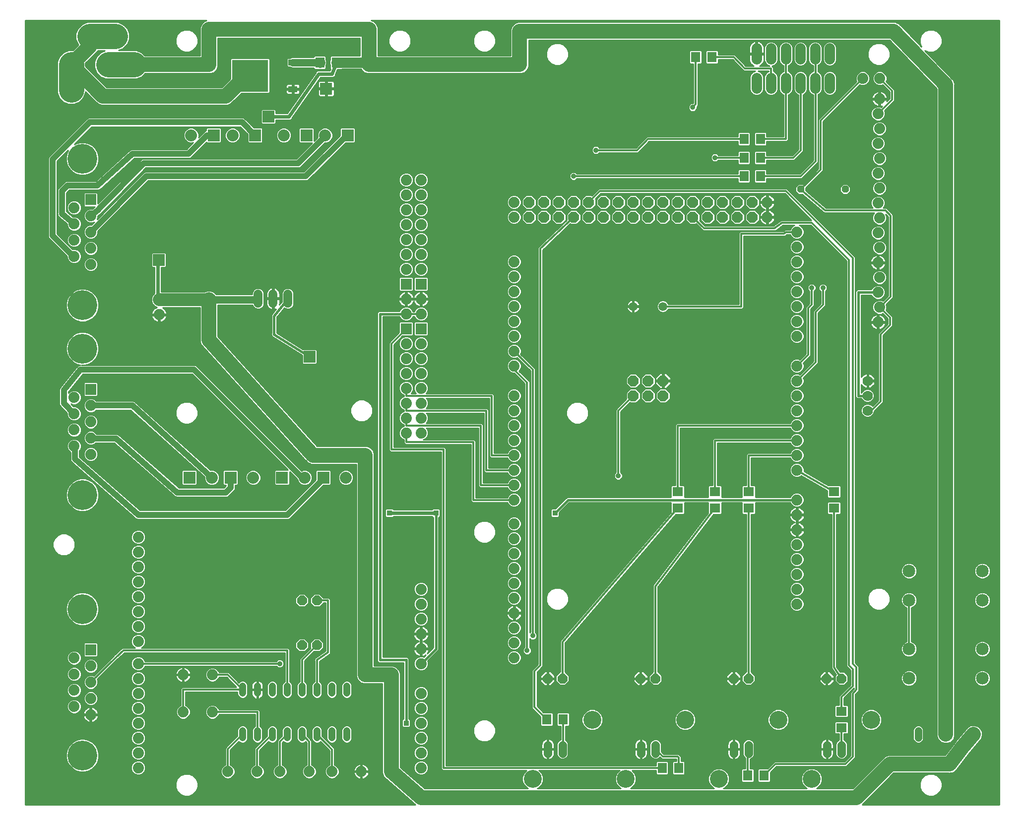
<source format=gbl>
G75*
%MOIN*%
%OFA0B0*%
%FSLAX24Y24*%
%IPPOS*%
%LPD*%
%AMOC8*
5,1,8,0,0,1.08239X$1,22.5*
%
%ADD10R,0.0800X0.0800*%
%ADD11C,0.0800*%
%ADD12R,0.0740X0.0740*%
%ADD13C,0.0740*%
%ADD14OC8,0.0740*%
%ADD15C,0.0591*%
%ADD16OC8,0.0480*%
%ADD17C,0.0560*%
%ADD18C,0.1200*%
%ADD19OC8,0.0660*%
%ADD20R,0.0709X0.0630*%
%ADD21C,0.2000*%
%ADD22C,0.0480*%
%ADD23C,0.0709*%
%ADD24C,0.0700*%
%ADD25C,0.0600*%
%ADD26C,0.0488*%
%ADD27R,0.0630X0.0709*%
%ADD28C,0.1700*%
%ADD29C,0.0850*%
%ADD30R,0.2441X0.2126*%
%ADD31R,0.0630X0.0394*%
%ADD32R,0.0787X0.0787*%
%ADD33C,0.0100*%
%ADD34C,0.0356*%
%ADD35C,0.0400*%
%ADD36C,0.0120*%
%ADD37C,0.0500*%
%ADD38C,0.0850*%
%ADD39C,0.1000*%
%ADD40C,0.0240*%
%ADD41C,0.0160*%
%ADD42R,0.0356X0.0356*%
%ADD43C,0.0400*%
%ADD44C,0.0350*%
%ADD45C,0.0700*%
D10*
X013543Y023055D03*
X016313Y023055D03*
X019773Y023055D03*
X022543Y023055D03*
X021413Y046055D03*
X024183Y046055D03*
X017963Y046055D03*
X015183Y046055D03*
D11*
X016445Y046055D03*
X013665Y046055D03*
X019895Y046055D03*
X022665Y046055D03*
X021291Y023055D03*
X024061Y023055D03*
X017831Y023055D03*
X015061Y023055D03*
D12*
X006922Y028986D03*
X006922Y041736D03*
X028113Y036055D03*
X029113Y036055D03*
X029113Y033055D03*
X028113Y033055D03*
X006922Y011486D03*
D13*
X006922Y010396D03*
X006922Y009305D03*
X006922Y008214D03*
X006922Y007124D03*
X005804Y007671D03*
X005804Y008762D03*
X005804Y009848D03*
X005804Y010939D03*
X010113Y010555D03*
X010113Y009555D03*
X010113Y008555D03*
X010113Y007555D03*
X010113Y006555D03*
X010113Y005555D03*
X010113Y004555D03*
X010113Y003555D03*
X013129Y007305D03*
X015097Y007305D03*
X015097Y009805D03*
X013129Y009805D03*
X010113Y012055D03*
X010113Y013055D03*
X010113Y014055D03*
X010113Y015055D03*
X010113Y016055D03*
X010113Y017055D03*
X010113Y018055D03*
X010113Y019055D03*
X006922Y024624D03*
X006922Y025714D03*
X006922Y026805D03*
X006922Y027896D03*
X005804Y028439D03*
X005804Y027348D03*
X005804Y026262D03*
X005804Y025171D03*
X011513Y034005D03*
X011513Y035005D03*
X006922Y037374D03*
X006922Y038464D03*
X006922Y039555D03*
X006922Y040646D03*
X005804Y041189D03*
X005804Y040098D03*
X005804Y039012D03*
X005804Y037921D03*
X028113Y038055D03*
X028113Y037055D03*
X029113Y037055D03*
X029113Y038055D03*
X029113Y039055D03*
X028113Y039055D03*
X028113Y040055D03*
X029113Y040055D03*
X029113Y041055D03*
X028113Y041055D03*
X028113Y042055D03*
X029113Y042055D03*
X029113Y043055D03*
X028113Y043055D03*
X035363Y041555D03*
X035363Y040555D03*
X035363Y037555D03*
X035363Y036555D03*
X035363Y035555D03*
X035363Y034555D03*
X035363Y033555D03*
X035363Y032555D03*
X035363Y031555D03*
X035363Y030555D03*
X035363Y028555D03*
X035363Y027555D03*
X035363Y026555D03*
X035363Y025555D03*
X035363Y024555D03*
X035363Y023555D03*
X035363Y022555D03*
X035363Y021555D03*
X035363Y019955D03*
X035363Y018955D03*
X035363Y017955D03*
X035363Y016955D03*
X035363Y015955D03*
X035363Y014955D03*
X035363Y013955D03*
X035363Y012955D03*
X035363Y011955D03*
X035363Y010955D03*
X029113Y010555D03*
X029113Y011555D03*
X029113Y012555D03*
X029113Y013555D03*
X029113Y014555D03*
X029113Y015555D03*
X029113Y008555D03*
X029113Y007555D03*
X029113Y006555D03*
X029113Y005555D03*
X029113Y004555D03*
X029113Y003555D03*
X025097Y003305D03*
X023129Y003305D03*
X021597Y003305D03*
X019629Y003305D03*
X018097Y003305D03*
X016129Y003305D03*
X028113Y026055D03*
X029113Y026055D03*
X029113Y027055D03*
X028113Y027055D03*
X028113Y028055D03*
X029113Y028055D03*
X029113Y029055D03*
X028113Y029055D03*
X028113Y030055D03*
X028113Y031055D03*
X029113Y031055D03*
X029113Y030055D03*
X029113Y032055D03*
X028113Y032055D03*
X028113Y034055D03*
X029113Y034055D03*
X029113Y035055D03*
X028113Y035055D03*
X052363Y040555D03*
X052363Y041555D03*
X054363Y039555D03*
X054363Y038555D03*
X054363Y037555D03*
X054363Y036555D03*
X054363Y035555D03*
X054363Y034555D03*
X054363Y033555D03*
X054363Y032555D03*
X054363Y030555D03*
X054363Y029555D03*
X054363Y028555D03*
X054363Y027555D03*
X054363Y026555D03*
X054363Y025555D03*
X054363Y024555D03*
X054363Y023555D03*
X054363Y021555D03*
X054363Y020555D03*
X054363Y019555D03*
X054363Y018555D03*
X054363Y017555D03*
X054363Y016555D03*
X054363Y015555D03*
X054363Y014555D03*
X059813Y033505D03*
X059913Y034505D03*
X059813Y035505D03*
X059913Y036505D03*
X059813Y037505D03*
X059913Y038505D03*
X059813Y039505D03*
X059913Y040505D03*
X059813Y041505D03*
X059913Y042505D03*
X059813Y043505D03*
X059913Y044505D03*
X059813Y045505D03*
X059913Y046505D03*
X059813Y047505D03*
X059913Y048505D03*
X059933Y049880D03*
X058793Y049880D03*
D14*
X051363Y041555D03*
X050363Y041555D03*
X049363Y041555D03*
X048363Y041555D03*
X047363Y041555D03*
X046363Y041555D03*
X045363Y041555D03*
X044363Y041555D03*
X043363Y041555D03*
X042363Y041555D03*
X041363Y041555D03*
X040363Y041555D03*
X039363Y041555D03*
X038363Y041555D03*
X037363Y041555D03*
X036363Y041555D03*
X036363Y040555D03*
X037363Y040555D03*
X038363Y040555D03*
X039363Y040555D03*
X040363Y040555D03*
X041363Y040555D03*
X042363Y040555D03*
X043363Y040555D03*
X044363Y040555D03*
X045363Y040555D03*
X046363Y040555D03*
X047363Y040555D03*
X048363Y040555D03*
X049363Y040555D03*
X050363Y040555D03*
X051363Y040555D03*
X045363Y029555D03*
X044363Y029555D03*
X043363Y029555D03*
X043363Y028555D03*
X044363Y028555D03*
X045363Y028555D03*
D15*
X045359Y034555D03*
X043367Y034555D03*
D16*
X054613Y042430D03*
X057613Y042430D03*
D17*
X057363Y005085D02*
X057363Y004525D01*
X056382Y004525D02*
X056382Y005085D01*
X051113Y005085D02*
X051113Y004525D01*
X050132Y004525D02*
X050132Y005085D01*
X044863Y005085D02*
X044863Y004525D01*
X043882Y004525D02*
X043882Y005085D01*
X038613Y005085D02*
X038613Y004525D01*
X037632Y004525D02*
X037632Y005085D01*
D18*
X036610Y002796D03*
X040612Y006784D03*
X042860Y002796D03*
X046862Y006784D03*
X049110Y002796D03*
X053112Y006784D03*
X055360Y002796D03*
X059362Y006784D03*
D19*
X057363Y009555D03*
X056363Y009555D03*
X051113Y009555D03*
X050113Y009555D03*
X044863Y009555D03*
X043863Y009555D03*
X038613Y009555D03*
X037613Y009555D03*
X022113Y011805D03*
X021113Y011805D03*
X021113Y014805D03*
X022113Y014805D03*
D20*
X046363Y021004D03*
X046363Y022106D03*
X048863Y022106D03*
X048863Y021004D03*
X051113Y021004D03*
X051113Y022106D03*
X056863Y022106D03*
X056863Y021004D03*
X057363Y007356D03*
X057363Y006254D03*
D21*
X006363Y004384D03*
X006363Y014226D03*
X006363Y021884D03*
X006363Y031726D03*
X006363Y034634D03*
X006363Y044476D03*
D22*
X017113Y009045D02*
X017113Y008565D01*
X018113Y008565D02*
X018113Y009045D01*
X019113Y009045D02*
X019113Y008565D01*
X020113Y008565D02*
X020113Y009045D01*
X021113Y009045D02*
X021113Y008565D01*
X022113Y008565D02*
X022113Y009045D01*
X023113Y009045D02*
X023113Y008565D01*
X024113Y008565D02*
X024113Y009045D01*
X024113Y006045D02*
X024113Y005565D01*
X023113Y005565D02*
X023113Y006045D01*
X022113Y006045D02*
X022113Y005565D01*
X021113Y005565D02*
X021113Y006045D01*
X020113Y006045D02*
X020113Y005565D01*
X019113Y005565D02*
X019113Y006045D01*
X018113Y006045D02*
X018113Y005565D01*
X017113Y005565D02*
X017113Y006045D01*
D23*
X051653Y049216D02*
X051653Y049925D01*
X052637Y049925D02*
X052637Y049216D01*
X053621Y049216D02*
X053621Y049925D01*
X054605Y049925D02*
X054605Y049216D01*
X055590Y049216D02*
X055590Y049925D01*
X056574Y049925D02*
X056574Y049216D01*
X056574Y051185D02*
X056574Y051894D01*
X055590Y051894D02*
X055590Y051185D01*
X054605Y051185D02*
X054605Y051894D01*
X053621Y051894D02*
X053621Y051185D01*
X052637Y051185D02*
X052637Y051894D01*
X051653Y051894D02*
X051653Y051185D01*
D24*
X059113Y029555D03*
X059113Y028555D03*
X059113Y027555D03*
D25*
X020163Y034780D02*
X020163Y035380D01*
X019163Y035380D02*
X019163Y034780D01*
X018163Y034780D02*
X018163Y035380D01*
D26*
X062513Y006049D02*
X062513Y005561D01*
X064363Y005561D02*
X064363Y006049D01*
X066213Y006049D02*
X066213Y005561D01*
D27*
X052164Y003055D03*
X051062Y003055D03*
X046414Y003555D03*
X045312Y003555D03*
X038664Y006805D03*
X037562Y006805D03*
X050812Y043305D03*
X051914Y043305D03*
X051914Y044555D03*
X050812Y044555D03*
X050812Y045805D03*
X051914Y045805D03*
X048664Y051305D03*
X047562Y051305D03*
X023414Y050955D03*
X022312Y050955D03*
D28*
X009813Y050805D02*
X008113Y050805D01*
X008563Y052705D02*
X006863Y052705D01*
X005613Y050805D02*
X005613Y049105D01*
D29*
X061903Y016789D03*
X061903Y014821D03*
X061903Y011539D03*
X061903Y009571D03*
X066824Y009571D03*
X066824Y011539D03*
X066824Y014821D03*
X066824Y016789D03*
D30*
X017629Y050055D03*
D31*
X020503Y049157D03*
X020503Y050953D03*
D32*
X022738Y049180D03*
X018863Y047305D03*
X011488Y037680D03*
X021613Y031180D03*
D33*
X002513Y053775D02*
X002513Y001080D01*
X028726Y001080D01*
X028696Y001109D01*
X026787Y002780D01*
X026768Y002788D01*
X026696Y002859D01*
X026620Y002926D01*
X026611Y002945D01*
X026596Y002959D01*
X026557Y003053D01*
X026513Y003143D01*
X026511Y003164D01*
X026503Y003184D01*
X026503Y003285D01*
X026497Y003385D01*
X026503Y003405D01*
X026503Y009195D01*
X025242Y009195D01*
X025018Y009288D01*
X024846Y009459D01*
X024753Y009684D01*
X024753Y023945D01*
X021969Y023945D01*
X021953Y023940D01*
X021848Y023945D01*
X021742Y023945D01*
X021727Y023951D01*
X021711Y023952D01*
X021615Y023997D01*
X021518Y024038D01*
X021506Y024049D01*
X021492Y024056D01*
X021421Y024135D01*
X021346Y024209D01*
X021340Y024224D01*
X014421Y031885D01*
X014346Y031959D01*
X014340Y031974D01*
X014329Y031986D01*
X014294Y032086D01*
X014253Y032184D01*
X014253Y032200D01*
X014248Y032215D01*
X014253Y032321D01*
X014253Y034470D01*
X011746Y034470D01*
X011786Y034450D01*
X011852Y034402D01*
X011910Y034344D01*
X011958Y034278D01*
X011995Y034205D01*
X012020Y034127D01*
X012032Y034055D01*
X011563Y034055D01*
X011563Y033955D01*
X011563Y033486D01*
X011635Y033498D01*
X011713Y033523D01*
X011786Y033560D01*
X011852Y033608D01*
X011910Y033666D01*
X011958Y033732D01*
X011995Y033805D01*
X012020Y033883D01*
X012032Y033955D01*
X011563Y033955D01*
X011463Y033955D01*
X010995Y033955D01*
X011006Y033883D01*
X011031Y033805D01*
X011068Y033732D01*
X011117Y033666D01*
X011174Y033608D01*
X011241Y033560D01*
X006645Y033560D01*
X006509Y033524D02*
X006792Y033599D01*
X007045Y033746D01*
X007251Y033952D01*
X007398Y034205D01*
X007473Y034488D01*
X007473Y034780D01*
X007398Y035062D01*
X007251Y035315D01*
X007045Y035522D01*
X006792Y035668D01*
X006509Y035744D01*
X006217Y035744D01*
X005935Y035668D01*
X005682Y035522D01*
X005475Y035315D01*
X005329Y035062D01*
X005253Y034780D01*
X005253Y034488D01*
X005329Y034205D01*
X005475Y033952D01*
X005682Y033746D01*
X005935Y033599D01*
X006217Y033524D01*
X006509Y033524D01*
X006894Y033659D02*
X011124Y033659D01*
X011056Y033757D02*
X007056Y033757D01*
X007155Y033856D02*
X011015Y033856D01*
X010995Y033954D02*
X007253Y033954D01*
X007309Y034053D02*
X011463Y034053D01*
X011463Y034055D02*
X011463Y033955D01*
X011463Y033486D01*
X011391Y033498D01*
X011314Y033523D01*
X011241Y033560D01*
X011463Y033560D02*
X011563Y033560D01*
X011563Y033659D02*
X011463Y033659D01*
X011463Y033757D02*
X011563Y033757D01*
X011563Y033856D02*
X011463Y033856D01*
X011463Y033954D02*
X011563Y033954D01*
X011563Y034053D02*
X014253Y034053D01*
X014253Y034151D02*
X012013Y034151D01*
X011972Y034250D02*
X014253Y034250D01*
X014253Y034348D02*
X011906Y034348D01*
X011790Y034447D02*
X014253Y034447D01*
X014253Y033954D02*
X012032Y033954D01*
X012011Y033856D02*
X014253Y033856D01*
X014253Y033757D02*
X011971Y033757D01*
X011902Y033659D02*
X014253Y033659D01*
X014253Y033560D02*
X011785Y033560D01*
X011463Y034055D02*
X010995Y034055D01*
X011006Y034127D01*
X011031Y034205D01*
X011068Y034278D01*
X011117Y034344D01*
X011174Y034402D01*
X011241Y034450D01*
X011314Y034487D01*
X011343Y034496D01*
X011210Y034551D01*
X011060Y034702D01*
X010978Y034899D01*
X010978Y035111D01*
X011060Y035308D01*
X011183Y035432D01*
X011183Y037176D01*
X011049Y037176D01*
X010985Y037241D01*
X010985Y038119D01*
X011049Y038184D01*
X011927Y038184D01*
X011992Y038119D01*
X011992Y037241D01*
X011927Y037176D01*
X011643Y037176D01*
X011643Y035540D01*
X014561Y035540D01*
X014742Y035615D01*
X014985Y035615D01*
X015209Y035522D01*
X015366Y035365D01*
X017753Y035365D01*
X017753Y035462D01*
X017816Y035612D01*
X017931Y035728D01*
X018082Y035790D01*
X018245Y035790D01*
X018395Y035728D01*
X018511Y035612D01*
X018573Y035462D01*
X018573Y034698D01*
X018511Y034548D01*
X018395Y034432D01*
X018245Y034370D01*
X018082Y034370D01*
X017931Y034432D01*
X017816Y034548D01*
X017775Y034645D01*
X015473Y034645D01*
X015473Y032540D01*
X022134Y025165D01*
X025485Y025165D01*
X025709Y025072D01*
X025880Y024901D01*
X025973Y024676D01*
X025973Y010415D01*
X027235Y010415D01*
X027459Y010322D01*
X027630Y010151D01*
X027723Y009926D01*
X027723Y003582D01*
X029342Y002165D01*
X036279Y002165D01*
X036208Y002195D01*
X036008Y002394D01*
X035900Y002655D01*
X035900Y002938D01*
X036008Y003199D01*
X036194Y003385D01*
X030543Y003385D01*
X030443Y003485D01*
X030443Y024760D01*
X027043Y024760D01*
X026943Y024860D01*
X026943Y032125D01*
X027633Y032815D01*
X027633Y033471D01*
X027698Y033535D01*
X028529Y033535D01*
X028593Y033471D01*
X028593Y032639D01*
X028529Y032575D01*
X028698Y032575D01*
X029529Y032575D01*
X034883Y032575D01*
X034883Y032650D02*
X034883Y032460D01*
X034956Y032283D01*
X035091Y032148D01*
X035268Y032075D01*
X035459Y032075D01*
X035635Y032148D01*
X035770Y032283D01*
X035843Y032460D01*
X035843Y032650D01*
X035770Y032827D01*
X035635Y032962D01*
X035459Y033035D01*
X035268Y033035D01*
X035091Y032962D01*
X034956Y032827D01*
X034883Y032650D01*
X034893Y032674D02*
X029593Y032674D01*
X029593Y032639D02*
X029529Y032575D01*
X029593Y032639D02*
X029593Y033471D01*
X029529Y033535D01*
X028698Y033535D01*
X028633Y033471D01*
X028633Y032639D01*
X028698Y032575D01*
X028633Y032674D02*
X028593Y032674D01*
X028593Y032772D02*
X028633Y032772D01*
X028633Y032871D02*
X028593Y032871D01*
X028593Y032969D02*
X028633Y032969D01*
X028633Y033068D02*
X028593Y033068D01*
X028593Y033166D02*
X028633Y033166D01*
X028633Y033265D02*
X028593Y033265D01*
X028593Y033363D02*
X028633Y033363D01*
X028633Y033462D02*
X028593Y033462D01*
X028396Y033659D02*
X028831Y033659D01*
X028841Y033648D02*
X029018Y033575D01*
X029209Y033575D01*
X029385Y033648D01*
X029520Y033783D01*
X029593Y033960D01*
X029593Y034150D01*
X029520Y034327D01*
X029385Y034462D01*
X029209Y034535D01*
X029018Y034535D01*
X028841Y034462D01*
X028706Y034327D01*
X028664Y034225D01*
X028562Y034225D01*
X028520Y034327D01*
X028385Y034462D01*
X028209Y034535D01*
X028018Y034535D01*
X027841Y034462D01*
X027706Y034327D01*
X027672Y034245D01*
X026285Y034245D01*
X026173Y034134D01*
X026173Y010726D01*
X026285Y010615D01*
X027923Y010615D01*
X027923Y006843D01*
X027890Y006843D01*
X027825Y006779D01*
X027825Y006331D01*
X027890Y006267D01*
X028337Y006267D01*
X028401Y006331D01*
X028401Y006779D01*
X028337Y006843D01*
X028303Y006843D01*
X028303Y010884D01*
X028192Y010995D01*
X026553Y010995D01*
X026553Y033865D01*
X027672Y033865D01*
X027706Y033783D01*
X027841Y033648D01*
X028018Y033575D01*
X028209Y033575D01*
X028385Y033648D01*
X028520Y033783D01*
X028562Y033885D01*
X028664Y033885D01*
X028706Y033783D01*
X028841Y033648D01*
X028732Y033757D02*
X028494Y033757D01*
X028550Y033856D02*
X028676Y033856D01*
X028674Y034250D02*
X028552Y034250D01*
X028499Y034348D02*
X028727Y034348D01*
X028826Y034447D02*
X028400Y034447D01*
X028313Y034573D02*
X028386Y034610D01*
X028452Y034658D01*
X028510Y034716D01*
X028558Y034782D01*
X028595Y034855D01*
X028613Y034911D01*
X028631Y034855D01*
X028668Y034782D01*
X028717Y034716D01*
X028774Y034658D01*
X028841Y034610D01*
X028914Y034573D01*
X028991Y034548D01*
X029063Y034536D01*
X029063Y035005D01*
X028163Y035005D01*
X028163Y034536D01*
X028235Y034548D01*
X028313Y034573D01*
X028218Y034545D02*
X029009Y034545D01*
X029063Y034545D02*
X029163Y034545D01*
X029163Y034536D02*
X029235Y034548D01*
X029313Y034573D01*
X029386Y034610D01*
X029452Y034658D01*
X029510Y034716D01*
X029558Y034782D01*
X029595Y034855D01*
X029620Y034933D01*
X029632Y035005D01*
X029163Y035005D01*
X029163Y034536D01*
X029218Y034545D02*
X034883Y034545D01*
X034883Y034460D02*
X034956Y034283D01*
X035091Y034148D01*
X035268Y034075D01*
X035459Y034075D01*
X035635Y034148D01*
X035770Y034283D01*
X035843Y034460D01*
X035843Y034650D01*
X035770Y034827D01*
X035635Y034962D01*
X035459Y035035D01*
X035268Y035035D01*
X035091Y034962D01*
X034956Y034827D01*
X034883Y034650D01*
X034883Y034460D01*
X034889Y034447D02*
X029400Y034447D01*
X029499Y034348D02*
X034929Y034348D01*
X034990Y034250D02*
X029552Y034250D01*
X029593Y034151D02*
X035088Y034151D01*
X035091Y033962D02*
X034956Y033827D01*
X034883Y033650D01*
X034883Y033460D01*
X034956Y033283D01*
X035091Y033148D01*
X035268Y033075D01*
X035459Y033075D01*
X035635Y033148D01*
X035770Y033283D01*
X035843Y033460D01*
X035843Y033650D01*
X035770Y033827D01*
X035635Y033962D01*
X035459Y034035D01*
X035268Y034035D01*
X035091Y033962D01*
X035083Y033954D02*
X029591Y033954D01*
X029593Y034053D02*
X036943Y034053D01*
X036943Y034151D02*
X035638Y034151D01*
X035737Y034250D02*
X036943Y034250D01*
X036943Y034348D02*
X035797Y034348D01*
X035838Y034447D02*
X036943Y034447D01*
X036943Y034545D02*
X035843Y034545D01*
X035843Y034644D02*
X036943Y034644D01*
X036943Y034742D02*
X035805Y034742D01*
X035756Y034841D02*
X036943Y034841D01*
X036943Y034939D02*
X035658Y034939D01*
X035606Y035136D02*
X036943Y035136D01*
X036943Y035038D02*
X029163Y035038D01*
X029163Y035005D02*
X029163Y035105D01*
X029063Y035105D01*
X029063Y035005D01*
X029163Y035005D01*
X029163Y034939D02*
X029063Y034939D01*
X029063Y034841D02*
X029163Y034841D01*
X029163Y034742D02*
X029063Y034742D01*
X029063Y034644D02*
X029163Y034644D01*
X029432Y034644D02*
X034883Y034644D01*
X034921Y034742D02*
X029529Y034742D01*
X029588Y034841D02*
X034970Y034841D01*
X035068Y034939D02*
X029621Y034939D01*
X029632Y035105D02*
X029620Y035177D01*
X029595Y035255D01*
X029558Y035328D01*
X029510Y035394D01*
X029452Y035452D01*
X029386Y035500D01*
X029313Y035537D01*
X029235Y035562D01*
X029163Y035574D01*
X029163Y035105D01*
X029632Y035105D01*
X029627Y035136D02*
X035120Y035136D01*
X035091Y035148D02*
X035268Y035075D01*
X035459Y035075D01*
X035635Y035148D01*
X035770Y035283D01*
X035843Y035460D01*
X035843Y035650D01*
X035770Y035827D01*
X035635Y035962D01*
X035459Y036035D01*
X035268Y036035D01*
X035091Y035962D01*
X034956Y035827D01*
X034883Y035650D01*
X034883Y035460D01*
X034956Y035283D01*
X035091Y035148D01*
X035005Y035235D02*
X029602Y035235D01*
X029554Y035333D02*
X034936Y035333D01*
X034895Y035432D02*
X029472Y035432D01*
X029529Y035575D02*
X028698Y035575D01*
X028633Y035639D01*
X028633Y036471D01*
X028698Y036535D01*
X029529Y036535D01*
X029593Y036471D01*
X029593Y035639D01*
X029529Y035575D01*
X029582Y035629D02*
X034883Y035629D01*
X034883Y035530D02*
X029326Y035530D01*
X029163Y035530D02*
X029063Y035530D01*
X029063Y035574D02*
X028991Y035562D01*
X028914Y035537D01*
X028841Y035500D01*
X028774Y035452D01*
X028717Y035394D01*
X028668Y035328D01*
X028631Y035255D01*
X028613Y035199D01*
X028595Y035255D01*
X028558Y035328D01*
X028510Y035394D01*
X028452Y035452D01*
X028386Y035500D01*
X028313Y035537D01*
X028235Y035562D01*
X028163Y035574D01*
X028163Y035105D01*
X028063Y035105D01*
X028063Y035005D01*
X027595Y035005D01*
X027606Y034933D01*
X027631Y034855D01*
X027668Y034782D01*
X027717Y034716D01*
X027774Y034658D01*
X027841Y034610D01*
X027914Y034573D01*
X027991Y034548D01*
X028063Y034536D01*
X028063Y035005D01*
X028163Y035005D01*
X028163Y035105D01*
X028595Y035105D01*
X029063Y035105D01*
X029063Y035574D01*
X029063Y035432D02*
X029163Y035432D01*
X029163Y035333D02*
X029063Y035333D01*
X029063Y035235D02*
X029163Y035235D01*
X029163Y035136D02*
X029063Y035136D01*
X029063Y035038D02*
X028163Y035038D01*
X028163Y035136D02*
X028063Y035136D01*
X028063Y035105D02*
X028063Y035574D01*
X027991Y035562D01*
X027914Y035537D01*
X027841Y035500D01*
X027774Y035452D01*
X027717Y035394D01*
X027668Y035328D01*
X027631Y035255D01*
X027606Y035177D01*
X027595Y035105D01*
X028063Y035105D01*
X028063Y035038D02*
X020573Y035038D01*
X020573Y035136D02*
X027600Y035136D01*
X027625Y035235D02*
X020573Y035235D01*
X020573Y035333D02*
X027673Y035333D01*
X027754Y035432D02*
X020573Y035432D01*
X020573Y035462D02*
X020511Y035612D01*
X020395Y035728D01*
X020245Y035790D01*
X020082Y035790D01*
X019931Y035728D01*
X019816Y035612D01*
X019753Y035462D01*
X019753Y034866D01*
X019602Y034674D01*
X019602Y034675D01*
X019613Y034745D01*
X019613Y035030D01*
X019213Y035030D01*
X019213Y034332D01*
X019269Y034341D01*
X019336Y034363D01*
X019371Y034381D01*
X019096Y034031D01*
X019048Y033984D01*
X019048Y033971D01*
X019040Y033961D01*
X019048Y033894D01*
X019048Y032735D01*
X019036Y032715D01*
X019048Y032659D01*
X019048Y032601D01*
X019065Y032585D01*
X019070Y032561D01*
X019119Y032531D01*
X019160Y032490D01*
X019183Y032490D01*
X021110Y031273D01*
X021110Y030741D01*
X021174Y030676D01*
X022052Y030676D01*
X022117Y030741D01*
X022117Y031619D01*
X022052Y031684D01*
X021174Y031684D01*
X021173Y031683D01*
X019428Y032785D01*
X019428Y033839D01*
X019911Y034452D01*
X019931Y034432D01*
X020082Y034370D01*
X020245Y034370D01*
X020395Y034432D01*
X020511Y034548D01*
X020573Y034698D01*
X020573Y035462D01*
X020545Y035530D02*
X027900Y035530D01*
X028063Y035530D02*
X028163Y035530D01*
X028163Y035432D02*
X028063Y035432D01*
X028063Y035333D02*
X028163Y035333D01*
X028163Y035235D02*
X028063Y035235D01*
X028063Y034939D02*
X028163Y034939D01*
X028163Y034841D02*
X028063Y034841D01*
X028063Y034742D02*
X028163Y034742D01*
X028163Y034644D02*
X028063Y034644D01*
X028063Y034545D02*
X028163Y034545D01*
X028009Y034545D02*
X020508Y034545D01*
X020551Y034644D02*
X027795Y034644D01*
X027698Y034742D02*
X020573Y034742D01*
X020573Y034841D02*
X027639Y034841D01*
X027605Y034939D02*
X020573Y034939D01*
X020410Y034447D02*
X027826Y034447D01*
X027727Y034348D02*
X019829Y034348D01*
X019906Y034447D02*
X019917Y034447D01*
X019751Y034250D02*
X027674Y034250D01*
X027676Y033856D02*
X026553Y033856D01*
X026553Y033757D02*
X027732Y033757D01*
X027831Y033659D02*
X026553Y033659D01*
X026553Y033560D02*
X034883Y033560D01*
X034883Y033462D02*
X029593Y033462D01*
X029593Y033363D02*
X034923Y033363D01*
X034975Y033265D02*
X029593Y033265D01*
X029593Y033166D02*
X035073Y033166D01*
X035109Y032969D02*
X029593Y032969D01*
X029593Y032871D02*
X035000Y032871D01*
X034934Y032772D02*
X029593Y032772D01*
X029593Y033068D02*
X036943Y033068D01*
X036943Y033166D02*
X035653Y033166D01*
X035752Y033265D02*
X036943Y033265D01*
X036943Y033363D02*
X035803Y033363D01*
X035843Y033462D02*
X036943Y033462D01*
X036943Y033560D02*
X035843Y033560D01*
X035840Y033659D02*
X036943Y033659D01*
X036943Y033757D02*
X035799Y033757D01*
X035741Y033856D02*
X036943Y033856D01*
X036943Y033954D02*
X035643Y033954D01*
X034985Y033856D02*
X029550Y033856D01*
X029494Y033757D02*
X034927Y033757D01*
X034887Y033659D02*
X029396Y033659D01*
X029209Y032535D02*
X029018Y032535D01*
X028841Y032462D01*
X028706Y032327D01*
X028633Y032150D01*
X028633Y031960D01*
X028706Y031783D01*
X028841Y031648D01*
X029018Y031575D01*
X029209Y031575D01*
X029385Y031648D01*
X029520Y031783D01*
X029593Y031960D01*
X029593Y032150D01*
X029520Y032327D01*
X029385Y032462D01*
X029209Y032535D01*
X029350Y032477D02*
X034883Y032477D01*
X034917Y032378D02*
X029469Y032378D01*
X029540Y032280D02*
X034960Y032280D01*
X035058Y032181D02*
X029581Y032181D01*
X029593Y032083D02*
X035249Y032083D01*
X035268Y032035D02*
X035091Y031962D01*
X034956Y031827D01*
X034883Y031650D01*
X034883Y031460D01*
X034956Y031283D01*
X035091Y031148D01*
X035268Y031075D01*
X035459Y031075D01*
X035561Y031117D01*
X036443Y030235D01*
X036443Y012667D01*
X036408Y012632D01*
X036408Y029500D01*
X036309Y029600D01*
X035698Y030211D01*
X036443Y030211D01*
X036443Y030113D02*
X035796Y030113D01*
X035698Y030211D02*
X035770Y030283D01*
X035843Y030460D01*
X035843Y030650D01*
X035770Y030827D01*
X035635Y030962D01*
X035459Y031035D01*
X035268Y031035D01*
X035091Y030962D01*
X034956Y030827D01*
X034883Y030650D01*
X034883Y030460D01*
X034956Y030283D01*
X035091Y030148D01*
X035268Y030075D01*
X035353Y030075D01*
X036068Y029360D01*
X036068Y011667D01*
X035994Y011593D01*
X035950Y011487D01*
X035950Y011373D01*
X035994Y011267D01*
X036075Y011186D01*
X036181Y011142D01*
X036296Y011142D01*
X036401Y011186D01*
X036482Y011267D01*
X036526Y011373D01*
X036526Y011487D01*
X036482Y011593D01*
X036408Y011667D01*
X036408Y012228D01*
X036450Y012186D01*
X036556Y012142D01*
X036671Y012142D01*
X036776Y012186D01*
X036943Y012186D01*
X036943Y012284D02*
X036865Y012284D01*
X036857Y012267D02*
X036901Y012373D01*
X036901Y012487D01*
X036857Y012593D01*
X036783Y012667D01*
X036783Y030375D01*
X036684Y030475D01*
X035801Y031358D01*
X035843Y031460D01*
X035843Y031650D01*
X035770Y031827D01*
X035635Y031962D01*
X035459Y032035D01*
X035268Y032035D01*
X035145Y031984D02*
X029593Y031984D01*
X029563Y031886D02*
X035015Y031886D01*
X034940Y031787D02*
X029522Y031787D01*
X029426Y031689D02*
X034899Y031689D01*
X034883Y031590D02*
X029245Y031590D01*
X029209Y031535D02*
X029018Y031535D01*
X028841Y031462D01*
X028706Y031327D01*
X028633Y031150D01*
X028633Y030960D01*
X028706Y030783D01*
X028841Y030648D01*
X029018Y030575D01*
X029209Y030575D01*
X029385Y030648D01*
X029520Y030783D01*
X029593Y030960D01*
X029593Y031150D01*
X029520Y031327D01*
X029385Y031462D01*
X029209Y031535D01*
X029314Y031492D02*
X034883Y031492D01*
X034911Y031393D02*
X029454Y031393D01*
X029534Y031295D02*
X034952Y031295D01*
X035043Y031196D02*
X029574Y031196D01*
X029593Y031098D02*
X035213Y031098D01*
X035181Y030999D02*
X029593Y030999D01*
X029569Y030901D02*
X035030Y030901D01*
X034946Y030802D02*
X029528Y030802D01*
X029441Y030704D02*
X034905Y030704D01*
X034883Y030605D02*
X029281Y030605D01*
X029277Y030507D02*
X034883Y030507D01*
X034905Y030408D02*
X029439Y030408D01*
X029385Y030462D02*
X029209Y030535D01*
X029018Y030535D01*
X028841Y030462D01*
X028706Y030327D01*
X028633Y030150D01*
X028633Y029960D01*
X028706Y029783D01*
X028841Y029648D01*
X029018Y029575D01*
X029209Y029575D01*
X029385Y029648D01*
X029520Y029783D01*
X029593Y029960D01*
X029593Y030150D01*
X029520Y030327D01*
X029385Y030462D01*
X029527Y030310D02*
X034945Y030310D01*
X035028Y030211D02*
X029568Y030211D01*
X029593Y030113D02*
X035177Y030113D01*
X035414Y030014D02*
X029593Y030014D01*
X029575Y029916D02*
X035512Y029916D01*
X035611Y029817D02*
X029534Y029817D01*
X029456Y029719D02*
X035709Y029719D01*
X035808Y029620D02*
X029318Y029620D01*
X029241Y029522D02*
X035906Y029522D01*
X036005Y029423D02*
X029424Y029423D01*
X029385Y029462D02*
X029209Y029535D01*
X029018Y029535D01*
X028841Y029462D01*
X028706Y029327D01*
X028633Y029150D01*
X028633Y028960D01*
X028706Y028783D01*
X028764Y028725D01*
X028462Y028725D01*
X028520Y028783D01*
X028593Y028960D01*
X028593Y029150D01*
X028520Y029327D01*
X028385Y029462D01*
X028209Y029535D01*
X028018Y029535D01*
X027841Y029462D01*
X027706Y029327D01*
X027633Y029150D01*
X027633Y028960D01*
X027706Y028783D01*
X027841Y028648D01*
X027943Y028606D01*
X027943Y028504D01*
X027841Y028462D01*
X027706Y028327D01*
X027633Y028150D01*
X027633Y027960D01*
X027706Y027783D01*
X027841Y027648D01*
X027943Y027606D01*
X027943Y027504D01*
X027841Y027462D01*
X027706Y027327D01*
X027633Y027150D01*
X027633Y026960D01*
X027706Y026783D01*
X027841Y026648D01*
X027943Y026606D01*
X027943Y026504D01*
X027841Y026462D01*
X027706Y026327D01*
X027633Y026150D01*
X027633Y025960D01*
X027706Y025783D01*
X027841Y025648D01*
X027943Y025606D01*
X027943Y025360D01*
X028043Y025260D01*
X032443Y025260D01*
X032443Y021485D01*
X032543Y021385D01*
X034914Y021385D01*
X034956Y021283D01*
X035091Y021148D01*
X035268Y021075D01*
X035459Y021075D01*
X035635Y021148D01*
X035770Y021283D01*
X035843Y021460D01*
X035843Y021650D01*
X035770Y021827D01*
X035635Y021962D01*
X035459Y022035D01*
X035268Y022035D01*
X035091Y021962D01*
X034956Y021827D01*
X034914Y021725D01*
X032783Y021725D01*
X032783Y025500D01*
X032684Y025600D01*
X029269Y025600D01*
X029385Y025648D01*
X029520Y025783D01*
X029593Y025960D01*
X029593Y026150D01*
X029520Y026327D01*
X029462Y026385D01*
X032943Y026385D01*
X032943Y022485D01*
X033043Y022385D01*
X034914Y022385D01*
X034956Y022283D01*
X035091Y022148D01*
X035268Y022075D01*
X035459Y022075D01*
X035635Y022148D01*
X035770Y022283D01*
X035843Y022460D01*
X035843Y022650D01*
X035770Y022827D01*
X035635Y022962D01*
X035459Y023035D01*
X035268Y023035D01*
X035091Y022962D01*
X034956Y022827D01*
X034914Y022725D01*
X033283Y022725D01*
X033283Y026625D01*
X033184Y026725D01*
X029462Y026725D01*
X029520Y026783D01*
X029593Y026960D01*
X029593Y027150D01*
X029520Y027327D01*
X029462Y027385D01*
X033318Y027385D01*
X033318Y023485D01*
X033418Y023385D01*
X034914Y023385D01*
X034956Y023283D01*
X035091Y023148D01*
X035268Y023075D01*
X035459Y023075D01*
X035635Y023148D01*
X035770Y023283D01*
X035843Y023460D01*
X035843Y023650D01*
X035770Y023827D01*
X035635Y023962D01*
X035459Y024035D01*
X035268Y024035D01*
X035091Y023962D01*
X034956Y023827D01*
X034914Y023725D01*
X033658Y023725D01*
X033658Y027625D01*
X033559Y027725D01*
X029462Y027725D01*
X029520Y027783D01*
X029593Y027960D01*
X029593Y028150D01*
X029520Y028327D01*
X029462Y028385D01*
X033693Y028385D01*
X033693Y024485D01*
X033793Y024385D01*
X034914Y024385D01*
X034956Y024283D01*
X035091Y024148D01*
X035268Y024075D01*
X035459Y024075D01*
X035635Y024148D01*
X035770Y024283D01*
X035843Y024460D01*
X035843Y024650D01*
X035770Y024827D01*
X035635Y024962D01*
X035459Y025035D01*
X035268Y025035D01*
X035091Y024962D01*
X034956Y024827D01*
X034914Y024725D01*
X034033Y024725D01*
X034033Y028625D01*
X033934Y028725D01*
X029462Y028725D01*
X029520Y028783D01*
X029593Y028960D01*
X029593Y029150D01*
X029520Y029327D01*
X029385Y029462D01*
X029521Y029325D02*
X036068Y029325D01*
X036068Y029226D02*
X029562Y029226D01*
X029593Y029128D02*
X036068Y029128D01*
X036068Y029029D02*
X035473Y029029D01*
X035459Y029035D02*
X035268Y029035D01*
X035091Y028962D01*
X034956Y028827D01*
X034883Y028650D01*
X034883Y028460D01*
X034956Y028283D01*
X035091Y028148D01*
X035268Y028075D01*
X035459Y028075D01*
X035635Y028148D01*
X035770Y028283D01*
X035843Y028460D01*
X035843Y028650D01*
X035770Y028827D01*
X035635Y028962D01*
X035459Y029035D01*
X035253Y029029D02*
X029593Y029029D01*
X029581Y028931D02*
X035060Y028931D01*
X034961Y028832D02*
X029540Y028832D01*
X029471Y028734D02*
X034918Y028734D01*
X034883Y028635D02*
X034024Y028635D01*
X034033Y028537D02*
X034883Y028537D01*
X034892Y028438D02*
X034033Y028438D01*
X034033Y028340D02*
X034933Y028340D01*
X034998Y028241D02*
X034033Y028241D01*
X034033Y028143D02*
X035105Y028143D01*
X035091Y027962D02*
X034956Y027827D01*
X034883Y027650D01*
X034033Y027650D01*
X034033Y027552D02*
X034883Y027552D01*
X034883Y027460D02*
X034956Y027283D01*
X035091Y027148D01*
X035268Y027075D01*
X035459Y027075D01*
X035635Y027148D01*
X035770Y027283D01*
X035843Y027460D01*
X035843Y027650D01*
X036068Y027650D01*
X036068Y027552D02*
X035843Y027552D01*
X035843Y027650D02*
X035770Y027827D01*
X035635Y027962D01*
X035459Y028035D01*
X035268Y028035D01*
X035091Y027962D01*
X035075Y027946D02*
X034033Y027946D01*
X034033Y028044D02*
X036068Y028044D01*
X036068Y027946D02*
X035651Y027946D01*
X035750Y027847D02*
X036068Y027847D01*
X036068Y027749D02*
X035803Y027749D01*
X035841Y027453D02*
X036068Y027453D01*
X036068Y027355D02*
X035800Y027355D01*
X035743Y027256D02*
X036068Y027256D01*
X036068Y027158D02*
X035645Y027158D01*
X035635Y026962D02*
X035770Y026827D01*
X035843Y026650D01*
X035843Y026460D01*
X035770Y026283D01*
X035635Y026148D01*
X035459Y026075D01*
X035268Y026075D01*
X035091Y026148D01*
X034956Y026283D01*
X034883Y026460D01*
X034883Y026650D01*
X034956Y026827D01*
X035091Y026962D01*
X035268Y027035D01*
X035459Y027035D01*
X035635Y026962D01*
X035636Y026961D02*
X036068Y026961D01*
X036068Y027059D02*
X034033Y027059D01*
X034033Y026961D02*
X035090Y026961D01*
X034991Y026862D02*
X034033Y026862D01*
X034033Y026764D02*
X034930Y026764D01*
X034889Y026665D02*
X034033Y026665D01*
X034033Y026567D02*
X034883Y026567D01*
X034883Y026468D02*
X034033Y026468D01*
X034033Y026370D02*
X034920Y026370D01*
X034968Y026271D02*
X034033Y026271D01*
X034033Y026173D02*
X035067Y026173D01*
X035124Y025976D02*
X034033Y025976D01*
X034033Y026074D02*
X036068Y026074D01*
X036068Y025976D02*
X035602Y025976D01*
X035635Y025962D02*
X035459Y026035D01*
X035268Y026035D01*
X035091Y025962D01*
X034956Y025827D01*
X034883Y025650D01*
X034883Y025460D01*
X034956Y025283D01*
X035091Y025148D01*
X035268Y025075D01*
X035459Y025075D01*
X035635Y025148D01*
X035770Y025283D01*
X035843Y025460D01*
X035843Y025650D01*
X035770Y025827D01*
X035635Y025962D01*
X035720Y025877D02*
X036068Y025877D01*
X036068Y025779D02*
X035790Y025779D01*
X035831Y025680D02*
X036068Y025680D01*
X036068Y025582D02*
X035843Y025582D01*
X035843Y025483D02*
X036068Y025483D01*
X036068Y025385D02*
X035812Y025385D01*
X035771Y025286D02*
X036068Y025286D01*
X036068Y025188D02*
X035675Y025188D01*
X035493Y025089D02*
X036068Y025089D01*
X036068Y024991D02*
X035566Y024991D01*
X035705Y024892D02*
X036068Y024892D01*
X036068Y024794D02*
X035784Y024794D01*
X035825Y024695D02*
X036068Y024695D01*
X036068Y024597D02*
X035843Y024597D01*
X035843Y024498D02*
X036068Y024498D01*
X036068Y024400D02*
X035818Y024400D01*
X035778Y024301D02*
X036068Y024301D01*
X036068Y024203D02*
X035690Y024203D01*
X035529Y024104D02*
X036068Y024104D01*
X036068Y024006D02*
X035530Y024006D01*
X035690Y023907D02*
X036068Y023907D01*
X036068Y023809D02*
X035778Y023809D01*
X035819Y023710D02*
X036068Y023710D01*
X036068Y023612D02*
X035843Y023612D01*
X035843Y023513D02*
X036068Y023513D01*
X036068Y023415D02*
X035825Y023415D01*
X035784Y023316D02*
X036068Y023316D01*
X036068Y023218D02*
X035705Y023218D01*
X035565Y023119D02*
X036068Y023119D01*
X036068Y023021D02*
X035494Y023021D01*
X035675Y022922D02*
X036068Y022922D01*
X036068Y022824D02*
X035772Y022824D01*
X035812Y022725D02*
X036068Y022725D01*
X036068Y022627D02*
X035843Y022627D01*
X035843Y022528D02*
X036068Y022528D01*
X036068Y022430D02*
X035831Y022430D01*
X035790Y022331D02*
X036068Y022331D01*
X036068Y022233D02*
X035720Y022233D01*
X035601Y022134D02*
X036068Y022134D01*
X036068Y022036D02*
X032783Y022036D01*
X032783Y022134D02*
X035125Y022134D01*
X035007Y022233D02*
X032783Y022233D01*
X032783Y022331D02*
X034936Y022331D01*
X034914Y022725D02*
X033283Y022725D01*
X033283Y022824D02*
X034955Y022824D01*
X035051Y022922D02*
X033283Y022922D01*
X033283Y023021D02*
X035233Y023021D01*
X035161Y023119D02*
X033283Y023119D01*
X033283Y023218D02*
X035022Y023218D01*
X034943Y023316D02*
X033283Y023316D01*
X033283Y023415D02*
X033388Y023415D01*
X033318Y023513D02*
X033283Y023513D01*
X033283Y023612D02*
X033318Y023612D01*
X033318Y023710D02*
X033283Y023710D01*
X033283Y023809D02*
X033318Y023809D01*
X033318Y023907D02*
X033283Y023907D01*
X033283Y024006D02*
X033318Y024006D01*
X033318Y024104D02*
X033283Y024104D01*
X033283Y024203D02*
X033318Y024203D01*
X033318Y024301D02*
X033283Y024301D01*
X033283Y024400D02*
X033318Y024400D01*
X033318Y024498D02*
X033283Y024498D01*
X033283Y024597D02*
X033318Y024597D01*
X033318Y024695D02*
X033283Y024695D01*
X033283Y024794D02*
X033318Y024794D01*
X033318Y024892D02*
X033283Y024892D01*
X033283Y024991D02*
X033318Y024991D01*
X033318Y025089D02*
X033283Y025089D01*
X033283Y025188D02*
X033318Y025188D01*
X033318Y025286D02*
X033283Y025286D01*
X033283Y025385D02*
X033318Y025385D01*
X033318Y025483D02*
X033283Y025483D01*
X033283Y025582D02*
X033318Y025582D01*
X033318Y025680D02*
X033283Y025680D01*
X033283Y025779D02*
X033318Y025779D01*
X033318Y025877D02*
X033283Y025877D01*
X033283Y025976D02*
X033318Y025976D01*
X033318Y026074D02*
X033283Y026074D01*
X033283Y026173D02*
X033318Y026173D01*
X033318Y026271D02*
X033283Y026271D01*
X033283Y026370D02*
X033318Y026370D01*
X033318Y026468D02*
X033283Y026468D01*
X033283Y026567D02*
X033318Y026567D01*
X033318Y026665D02*
X033244Y026665D01*
X033318Y026764D02*
X029501Y026764D01*
X029553Y026862D02*
X033318Y026862D01*
X033318Y026961D02*
X029593Y026961D01*
X029593Y027059D02*
X033318Y027059D01*
X033318Y027158D02*
X029590Y027158D01*
X029549Y027256D02*
X033318Y027256D01*
X033318Y027355D02*
X029492Y027355D01*
X029486Y027749D02*
X033693Y027749D01*
X033693Y027847D02*
X029547Y027847D01*
X029587Y027946D02*
X033693Y027946D01*
X033693Y028044D02*
X029593Y028044D01*
X029593Y028143D02*
X033693Y028143D01*
X033693Y028241D02*
X029556Y028241D01*
X029507Y028340D02*
X033693Y028340D01*
X034033Y027847D02*
X034976Y027847D01*
X034924Y027749D02*
X034033Y027749D01*
X034033Y027453D02*
X034886Y027453D01*
X034883Y027460D02*
X034883Y027650D01*
X034927Y027355D02*
X034033Y027355D01*
X034033Y027256D02*
X034983Y027256D01*
X035082Y027158D02*
X034033Y027158D01*
X033693Y027158D02*
X033658Y027158D01*
X033658Y027256D02*
X033693Y027256D01*
X033693Y027355D02*
X033658Y027355D01*
X033658Y027453D02*
X033693Y027453D01*
X033693Y027552D02*
X033658Y027552D01*
X033634Y027650D02*
X033693Y027650D01*
X033693Y027059D02*
X033658Y027059D01*
X033658Y026961D02*
X033693Y026961D01*
X033693Y026862D02*
X033658Y026862D01*
X033658Y026764D02*
X033693Y026764D01*
X033693Y026665D02*
X033658Y026665D01*
X033658Y026567D02*
X033693Y026567D01*
X033693Y026468D02*
X033658Y026468D01*
X033658Y026370D02*
X033693Y026370D01*
X033693Y026271D02*
X033658Y026271D01*
X033658Y026173D02*
X033693Y026173D01*
X033693Y026074D02*
X033658Y026074D01*
X033658Y025976D02*
X033693Y025976D01*
X033693Y025877D02*
X033658Y025877D01*
X033658Y025779D02*
X033693Y025779D01*
X033693Y025680D02*
X033658Y025680D01*
X033658Y025582D02*
X033693Y025582D01*
X033693Y025483D02*
X033658Y025483D01*
X033658Y025385D02*
X033693Y025385D01*
X033693Y025286D02*
X033658Y025286D01*
X033658Y025188D02*
X033693Y025188D01*
X033693Y025089D02*
X033658Y025089D01*
X033658Y024991D02*
X033693Y024991D01*
X033693Y024892D02*
X033658Y024892D01*
X033658Y024794D02*
X033693Y024794D01*
X033693Y024695D02*
X033658Y024695D01*
X033658Y024597D02*
X033693Y024597D01*
X033693Y024498D02*
X033658Y024498D01*
X033658Y024400D02*
X033778Y024400D01*
X033658Y024301D02*
X034949Y024301D01*
X035037Y024203D02*
X033658Y024203D01*
X033658Y024104D02*
X035198Y024104D01*
X035197Y024006D02*
X033658Y024006D01*
X033658Y023907D02*
X035036Y023907D01*
X034949Y023809D02*
X033658Y023809D01*
X032943Y023809D02*
X032783Y023809D01*
X032783Y023907D02*
X032943Y023907D01*
X032943Y024006D02*
X032783Y024006D01*
X032783Y024104D02*
X032943Y024104D01*
X032943Y024203D02*
X032783Y024203D01*
X032783Y024301D02*
X032943Y024301D01*
X032943Y024400D02*
X032783Y024400D01*
X032783Y024498D02*
X032943Y024498D01*
X032943Y024597D02*
X032783Y024597D01*
X032783Y024695D02*
X032943Y024695D01*
X032943Y024794D02*
X032783Y024794D01*
X032783Y024892D02*
X032943Y024892D01*
X032943Y024991D02*
X032783Y024991D01*
X032783Y025089D02*
X032943Y025089D01*
X032943Y025188D02*
X032783Y025188D01*
X032783Y025286D02*
X032943Y025286D01*
X032943Y025385D02*
X032783Y025385D01*
X032783Y025483D02*
X032943Y025483D01*
X032943Y025582D02*
X032702Y025582D01*
X032943Y025680D02*
X029417Y025680D01*
X029516Y025779D02*
X032943Y025779D01*
X032943Y025877D02*
X029559Y025877D01*
X029593Y025976D02*
X032943Y025976D01*
X032943Y026074D02*
X029593Y026074D01*
X029584Y026173D02*
X032943Y026173D01*
X032943Y026271D02*
X029543Y026271D01*
X029477Y026370D02*
X032943Y026370D01*
X034033Y025877D02*
X035006Y025877D01*
X034936Y025779D02*
X034033Y025779D01*
X034033Y025680D02*
X034895Y025680D01*
X034883Y025582D02*
X034033Y025582D01*
X034033Y025483D02*
X034883Y025483D01*
X034914Y025385D02*
X034033Y025385D01*
X034033Y025286D02*
X034955Y025286D01*
X035052Y025188D02*
X034033Y025188D01*
X034033Y025089D02*
X035234Y025089D01*
X035160Y024991D02*
X034033Y024991D01*
X034033Y024892D02*
X035021Y024892D01*
X034942Y024794D02*
X034033Y024794D01*
X032943Y023710D02*
X032783Y023710D01*
X032783Y023612D02*
X032943Y023612D01*
X032943Y023513D02*
X032783Y023513D01*
X032783Y023415D02*
X032943Y023415D01*
X032943Y023316D02*
X032783Y023316D01*
X032783Y023218D02*
X032943Y023218D01*
X032943Y023119D02*
X032783Y023119D01*
X032783Y023021D02*
X032943Y023021D01*
X032943Y022922D02*
X032783Y022922D01*
X032783Y022824D02*
X032943Y022824D01*
X032943Y022725D02*
X032783Y022725D01*
X032783Y022627D02*
X032943Y022627D01*
X032943Y022528D02*
X032783Y022528D01*
X032783Y022430D02*
X032998Y022430D01*
X032783Y021937D02*
X035066Y021937D01*
X034968Y021839D02*
X032783Y021839D01*
X032783Y021740D02*
X034920Y021740D01*
X034930Y021346D02*
X030783Y021346D01*
X030783Y021248D02*
X034992Y021248D01*
X035090Y021149D02*
X030783Y021149D01*
X030783Y021051D02*
X036068Y021051D01*
X036068Y021149D02*
X035636Y021149D01*
X035735Y021248D02*
X036068Y021248D01*
X036068Y021346D02*
X035796Y021346D01*
X035837Y021445D02*
X036068Y021445D01*
X036068Y021543D02*
X035843Y021543D01*
X035843Y021642D02*
X036068Y021642D01*
X036068Y021740D02*
X035806Y021740D01*
X035758Y021839D02*
X036068Y021839D01*
X036068Y021937D02*
X035660Y021937D01*
X036408Y021937D02*
X036443Y021937D01*
X036443Y021839D02*
X036408Y021839D01*
X036408Y021740D02*
X036443Y021740D01*
X036443Y021642D02*
X036408Y021642D01*
X036408Y021543D02*
X036443Y021543D01*
X036443Y021445D02*
X036408Y021445D01*
X036408Y021346D02*
X036443Y021346D01*
X036443Y021248D02*
X036408Y021248D01*
X036408Y021149D02*
X036443Y021149D01*
X036443Y021051D02*
X036408Y021051D01*
X036408Y020952D02*
X036443Y020952D01*
X036443Y020854D02*
X036408Y020854D01*
X036408Y020755D02*
X036443Y020755D01*
X036443Y020657D02*
X036408Y020657D01*
X036408Y020558D02*
X036443Y020558D01*
X036443Y020460D02*
X036408Y020460D01*
X036408Y020361D02*
X036443Y020361D01*
X036443Y020263D02*
X036408Y020263D01*
X036408Y020164D02*
X036443Y020164D01*
X036443Y020066D02*
X036408Y020066D01*
X036408Y019967D02*
X036443Y019967D01*
X036443Y019869D02*
X036408Y019869D01*
X036408Y019770D02*
X036443Y019770D01*
X036443Y019672D02*
X036408Y019672D01*
X036408Y019573D02*
X036443Y019573D01*
X036443Y019475D02*
X036408Y019475D01*
X036408Y019376D02*
X036443Y019376D01*
X036443Y019278D02*
X036408Y019278D01*
X036408Y019179D02*
X036443Y019179D01*
X036443Y019081D02*
X036408Y019081D01*
X036408Y018982D02*
X036443Y018982D01*
X036443Y018884D02*
X036408Y018884D01*
X036408Y018785D02*
X036443Y018785D01*
X036443Y018687D02*
X036408Y018687D01*
X036408Y018588D02*
X036443Y018588D01*
X036443Y018490D02*
X036408Y018490D01*
X036408Y018391D02*
X036443Y018391D01*
X036443Y018293D02*
X036408Y018293D01*
X036408Y018194D02*
X036443Y018194D01*
X036443Y018096D02*
X036408Y018096D01*
X036408Y017997D02*
X036443Y017997D01*
X036443Y017899D02*
X036408Y017899D01*
X036408Y017800D02*
X036443Y017800D01*
X036443Y017702D02*
X036408Y017702D01*
X036408Y017603D02*
X036443Y017603D01*
X036443Y017505D02*
X036408Y017505D01*
X036408Y017406D02*
X036443Y017406D01*
X036443Y017308D02*
X036408Y017308D01*
X036408Y017209D02*
X036443Y017209D01*
X036443Y017111D02*
X036408Y017111D01*
X036408Y017012D02*
X036443Y017012D01*
X036443Y016914D02*
X036408Y016914D01*
X036408Y016815D02*
X036443Y016815D01*
X036443Y016717D02*
X036408Y016717D01*
X036408Y016618D02*
X036443Y016618D01*
X036443Y016520D02*
X036408Y016520D01*
X036408Y016421D02*
X036443Y016421D01*
X036443Y016323D02*
X036408Y016323D01*
X036408Y016224D02*
X036443Y016224D01*
X036443Y016126D02*
X036408Y016126D01*
X036408Y016027D02*
X036443Y016027D01*
X036443Y015929D02*
X036408Y015929D01*
X036408Y015830D02*
X036443Y015830D01*
X036443Y015732D02*
X036408Y015732D01*
X036408Y015633D02*
X036443Y015633D01*
X036443Y015535D02*
X036408Y015535D01*
X036408Y015436D02*
X036443Y015436D01*
X036443Y015338D02*
X036408Y015338D01*
X036408Y015239D02*
X036443Y015239D01*
X036443Y015141D02*
X036408Y015141D01*
X036408Y015042D02*
X036443Y015042D01*
X036443Y014944D02*
X036408Y014944D01*
X036408Y014845D02*
X036443Y014845D01*
X036443Y014747D02*
X036408Y014747D01*
X036408Y014648D02*
X036443Y014648D01*
X036443Y014550D02*
X036408Y014550D01*
X036408Y014451D02*
X036443Y014451D01*
X036443Y014353D02*
X036408Y014353D01*
X036408Y014254D02*
X036443Y014254D01*
X036443Y014156D02*
X036408Y014156D01*
X036408Y014057D02*
X036443Y014057D01*
X036443Y013959D02*
X036408Y013959D01*
X036408Y013860D02*
X036443Y013860D01*
X036443Y013762D02*
X036408Y013762D01*
X036408Y013663D02*
X036443Y013663D01*
X036443Y013565D02*
X036408Y013565D01*
X036408Y013466D02*
X036443Y013466D01*
X036443Y013368D02*
X036408Y013368D01*
X036408Y013269D02*
X036443Y013269D01*
X036443Y013171D02*
X036408Y013171D01*
X036408Y013072D02*
X036443Y013072D01*
X036443Y012974D02*
X036408Y012974D01*
X036408Y012875D02*
X036443Y012875D01*
X036443Y012777D02*
X036408Y012777D01*
X036408Y012678D02*
X036443Y012678D01*
X036783Y012678D02*
X036943Y012678D01*
X036943Y012580D02*
X036863Y012580D01*
X036901Y012481D02*
X036943Y012481D01*
X036943Y012383D02*
X036901Y012383D01*
X036857Y012267D02*
X036776Y012186D01*
X036943Y012087D02*
X036408Y012087D01*
X036408Y011989D02*
X036943Y011989D01*
X036943Y011890D02*
X036408Y011890D01*
X036408Y011792D02*
X036943Y011792D01*
X036943Y011693D02*
X036408Y011693D01*
X036481Y011595D02*
X036943Y011595D01*
X036943Y011496D02*
X036523Y011496D01*
X036526Y011398D02*
X036943Y011398D01*
X036943Y011299D02*
X036496Y011299D01*
X036416Y011201D02*
X036943Y011201D01*
X036943Y011102D02*
X035822Y011102D01*
X035843Y011050D02*
X035770Y011227D01*
X035635Y011362D01*
X035459Y011435D01*
X035268Y011435D01*
X035091Y011362D01*
X034956Y011227D01*
X034883Y011050D01*
X034883Y010860D01*
X034956Y010683D01*
X035091Y010548D01*
X035268Y010475D01*
X035459Y010475D01*
X035635Y010548D01*
X035770Y010683D01*
X035843Y010860D01*
X035843Y011050D01*
X035843Y011004D02*
X036943Y011004D01*
X036943Y010905D02*
X035843Y010905D01*
X035821Y010807D02*
X036943Y010807D01*
X036943Y010708D02*
X035780Y010708D01*
X035697Y010610D02*
X036943Y010610D01*
X036943Y010511D02*
X035546Y010511D01*
X035181Y010511D02*
X030783Y010511D01*
X030783Y010413D02*
X036855Y010413D01*
X036943Y010500D02*
X036668Y010225D01*
X036668Y010225D01*
X036568Y010125D01*
X036568Y007558D01*
X037137Y006990D01*
X037137Y006405D01*
X037202Y006341D01*
X037923Y006341D01*
X037987Y006405D01*
X037987Y007205D01*
X037923Y007269D01*
X037338Y007269D01*
X036908Y007699D01*
X036908Y009985D01*
X037184Y010260D01*
X037283Y010360D01*
X037283Y038357D01*
X039134Y040105D01*
X039164Y040075D01*
X039562Y040075D01*
X039843Y040356D01*
X039843Y040754D01*
X039562Y041035D01*
X039164Y041035D01*
X038883Y040754D01*
X038883Y040356D01*
X038894Y040346D01*
X037046Y038600D01*
X037043Y038600D01*
X036995Y038552D01*
X036945Y038505D01*
X036945Y038502D01*
X036943Y038500D01*
X036943Y038432D01*
X036941Y038364D01*
X036943Y038362D01*
X036943Y010500D01*
X036757Y010314D02*
X030783Y010314D01*
X030783Y010216D02*
X036658Y010216D01*
X036568Y010117D02*
X030783Y010117D01*
X030783Y010019D02*
X036568Y010019D01*
X036568Y009920D02*
X030783Y009920D01*
X030783Y009822D02*
X036568Y009822D01*
X036568Y009723D02*
X030783Y009723D01*
X030783Y009625D02*
X036568Y009625D01*
X036568Y009526D02*
X030783Y009526D01*
X030783Y009428D02*
X036568Y009428D01*
X036568Y009329D02*
X030783Y009329D01*
X030783Y009231D02*
X036568Y009231D01*
X036568Y009132D02*
X030783Y009132D01*
X030783Y009034D02*
X036568Y009034D01*
X036568Y008935D02*
X030783Y008935D01*
X030783Y008837D02*
X036568Y008837D01*
X036568Y008738D02*
X030783Y008738D01*
X030783Y008640D02*
X036568Y008640D01*
X036568Y008541D02*
X030783Y008541D01*
X030783Y008443D02*
X036568Y008443D01*
X036568Y008344D02*
X030783Y008344D01*
X030783Y008246D02*
X036568Y008246D01*
X036568Y008147D02*
X030783Y008147D01*
X030783Y008049D02*
X036568Y008049D01*
X036568Y007950D02*
X030783Y007950D01*
X030783Y007852D02*
X036568Y007852D01*
X036568Y007753D02*
X030783Y007753D01*
X030783Y007655D02*
X036568Y007655D01*
X036571Y007556D02*
X030783Y007556D01*
X030783Y007458D02*
X036669Y007458D01*
X036768Y007359D02*
X030783Y007359D01*
X030783Y007261D02*
X036866Y007261D01*
X036965Y007162D02*
X030783Y007162D01*
X030783Y007064D02*
X037063Y007064D01*
X037137Y006965D02*
X030783Y006965D01*
X030783Y006867D02*
X037137Y006867D01*
X037137Y006768D02*
X033602Y006768D01*
X033512Y006805D02*
X033788Y006691D01*
X033999Y006480D01*
X034113Y006204D01*
X034113Y005906D01*
X033999Y005630D01*
X033788Y005419D01*
X033512Y005305D01*
X033214Y005305D01*
X032938Y005419D01*
X032727Y005630D01*
X032613Y005906D01*
X032613Y006204D01*
X032727Y006480D01*
X032938Y006691D01*
X033214Y006805D01*
X033512Y006805D01*
X033809Y006670D02*
X037137Y006670D01*
X037137Y006571D02*
X033908Y006571D01*
X034002Y006473D02*
X037137Y006473D01*
X037168Y006374D02*
X034043Y006374D01*
X034084Y006276D02*
X038494Y006276D01*
X038494Y006341D02*
X038494Y005458D01*
X038392Y005416D01*
X038283Y005306D01*
X038223Y005163D01*
X038223Y004447D01*
X038283Y004304D01*
X038392Y004194D01*
X038536Y004135D01*
X038691Y004135D01*
X038834Y004194D01*
X038944Y004304D01*
X039003Y004447D01*
X039003Y005163D01*
X038944Y005306D01*
X038834Y005415D01*
X038834Y006341D01*
X039025Y006341D01*
X039089Y006405D01*
X039089Y007205D01*
X039025Y007269D01*
X038304Y007269D01*
X038239Y007205D01*
X038239Y006405D01*
X038304Y006341D01*
X038494Y006341D01*
X038494Y006177D02*
X034113Y006177D01*
X034113Y006079D02*
X038494Y006079D01*
X038494Y005980D02*
X034113Y005980D01*
X034103Y005882D02*
X038494Y005882D01*
X038494Y005783D02*
X034062Y005783D01*
X034022Y005685D02*
X038494Y005685D01*
X038494Y005586D02*
X033955Y005586D01*
X033856Y005488D02*
X037479Y005488D01*
X037467Y005483D02*
X037407Y005453D01*
X037352Y005413D01*
X037304Y005365D01*
X037264Y005310D01*
X037234Y005250D01*
X037213Y005186D01*
X037202Y005119D01*
X037202Y004844D01*
X037594Y004844D01*
X037594Y005514D01*
X037531Y005504D01*
X037467Y005483D01*
X037594Y005488D02*
X037671Y005488D01*
X037671Y005514D02*
X037671Y004844D01*
X037594Y004844D01*
X037594Y004766D01*
X037671Y004766D01*
X037671Y004096D01*
X037733Y004106D01*
X037797Y004127D01*
X037857Y004157D01*
X037912Y004197D01*
X037960Y004245D01*
X038000Y004300D01*
X038031Y004360D01*
X038052Y004424D01*
X038062Y004491D01*
X038062Y004766D01*
X037671Y004766D01*
X037671Y004844D01*
X038062Y004844D01*
X038062Y005119D01*
X038052Y005186D01*
X038031Y005250D01*
X038000Y005310D01*
X037960Y005365D01*
X037912Y005413D01*
X037857Y005453D01*
X037797Y005483D01*
X037733Y005504D01*
X037671Y005514D01*
X037785Y005488D02*
X038494Y005488D01*
X038366Y005389D02*
X037936Y005389D01*
X038010Y005291D02*
X038276Y005291D01*
X038235Y005192D02*
X038049Y005192D01*
X038062Y005094D02*
X038223Y005094D01*
X038223Y004995D02*
X038062Y004995D01*
X038062Y004897D02*
X038223Y004897D01*
X038223Y004798D02*
X037671Y004798D01*
X037594Y004798D02*
X030783Y004798D01*
X030783Y004700D02*
X037202Y004700D01*
X037202Y004766D02*
X037202Y004491D01*
X037213Y004424D01*
X037234Y004360D01*
X037264Y004300D01*
X037304Y004245D01*
X037352Y004197D01*
X037407Y004157D01*
X037467Y004127D01*
X037531Y004106D01*
X037594Y004096D01*
X037594Y004766D01*
X037202Y004766D01*
X037202Y004897D02*
X030783Y004897D01*
X030783Y004995D02*
X037202Y004995D01*
X037202Y005094D02*
X030783Y005094D01*
X030783Y005192D02*
X037215Y005192D01*
X037254Y005291D02*
X030783Y005291D01*
X030783Y005389D02*
X033011Y005389D01*
X032870Y005488D02*
X030783Y005488D01*
X030783Y005586D02*
X032772Y005586D01*
X032705Y005685D02*
X030783Y005685D01*
X030783Y005783D02*
X032664Y005783D01*
X032623Y005882D02*
X030783Y005882D01*
X030783Y005980D02*
X032613Y005980D01*
X032613Y006079D02*
X030783Y006079D01*
X030783Y006177D02*
X032613Y006177D01*
X032643Y006276D02*
X030783Y006276D01*
X030783Y006374D02*
X032684Y006374D01*
X032724Y006473D02*
X030783Y006473D01*
X030783Y006571D02*
X032819Y006571D01*
X032917Y006670D02*
X030783Y006670D01*
X030783Y006768D02*
X033125Y006768D01*
X033715Y005389D02*
X037328Y005389D01*
X037594Y005389D02*
X037671Y005389D01*
X037671Y005291D02*
X037594Y005291D01*
X037594Y005192D02*
X037671Y005192D01*
X037671Y005094D02*
X037594Y005094D01*
X037594Y004995D02*
X037671Y004995D01*
X037671Y004897D02*
X037594Y004897D01*
X037594Y004700D02*
X037671Y004700D01*
X037671Y004601D02*
X037594Y004601D01*
X037594Y004503D02*
X037671Y004503D01*
X037671Y004404D02*
X037594Y004404D01*
X037594Y004306D02*
X037671Y004306D01*
X037671Y004207D02*
X037594Y004207D01*
X037594Y004109D02*
X037671Y004109D01*
X037742Y004109D02*
X043772Y004109D01*
X043781Y004106D02*
X043844Y004096D01*
X043844Y004766D01*
X043921Y004766D01*
X043921Y004096D01*
X043983Y004106D01*
X044047Y004127D01*
X044107Y004157D01*
X044162Y004197D01*
X044210Y004245D01*
X044250Y004300D01*
X044281Y004360D01*
X044302Y004424D01*
X044312Y004491D01*
X044312Y004766D01*
X043921Y004766D01*
X043921Y004844D01*
X043844Y004844D01*
X043844Y005514D01*
X043781Y005504D01*
X043717Y005483D01*
X043657Y005453D01*
X043602Y005413D01*
X043554Y005365D01*
X043514Y005310D01*
X043484Y005250D01*
X043463Y005186D01*
X043452Y005119D01*
X043452Y004844D01*
X043844Y004844D01*
X043844Y004766D01*
X043452Y004766D01*
X043452Y004491D01*
X043463Y004424D01*
X043484Y004360D01*
X043514Y004300D01*
X043554Y004245D01*
X043602Y004197D01*
X043657Y004157D01*
X043717Y004127D01*
X043781Y004106D01*
X043844Y004109D02*
X043921Y004109D01*
X043992Y004109D02*
X046244Y004109D01*
X046244Y004135D02*
X046244Y004019D01*
X046054Y004019D01*
X045989Y003955D01*
X045989Y003155D01*
X046054Y003091D01*
X046775Y003091D01*
X046839Y003155D01*
X046839Y003955D01*
X046775Y004019D01*
X046584Y004019D01*
X046584Y004324D01*
X046533Y004375D01*
X046434Y004475D01*
X045434Y004475D01*
X045253Y004655D01*
X045253Y005163D01*
X045194Y005306D01*
X045084Y005416D01*
X044941Y005475D01*
X044786Y005475D01*
X044642Y005416D01*
X044533Y005306D01*
X044473Y005163D01*
X044473Y004447D01*
X044533Y004304D01*
X044642Y004194D01*
X044786Y004135D01*
X044941Y004135D01*
X045084Y004194D01*
X045159Y004269D01*
X045293Y004135D01*
X046244Y004135D01*
X046045Y004010D02*
X045682Y004010D01*
X045673Y004019D02*
X044952Y004019D01*
X044887Y003955D01*
X044887Y003725D01*
X030783Y003725D01*
X030783Y025000D01*
X030684Y025100D01*
X027283Y025100D01*
X027283Y031985D01*
X027874Y032575D01*
X028529Y032575D01*
X028385Y032462D02*
X028209Y032535D01*
X028018Y032535D01*
X027841Y032462D01*
X027706Y032327D01*
X027633Y032150D01*
X027633Y031960D01*
X027706Y031783D01*
X027841Y031648D01*
X028018Y031575D01*
X028209Y031575D01*
X028385Y031648D01*
X028520Y031783D01*
X028593Y031960D01*
X028593Y032150D01*
X028520Y032327D01*
X028385Y032462D01*
X028350Y032477D02*
X028877Y032477D01*
X028757Y032378D02*
X028469Y032378D01*
X028540Y032280D02*
X028687Y032280D01*
X028646Y032181D02*
X028581Y032181D01*
X028593Y032083D02*
X028633Y032083D01*
X028633Y031984D02*
X028593Y031984D01*
X028563Y031886D02*
X028664Y031886D01*
X028705Y031787D02*
X028522Y031787D01*
X028426Y031689D02*
X028801Y031689D01*
X028981Y031590D02*
X028245Y031590D01*
X028209Y031535D02*
X028018Y031535D01*
X027841Y031462D01*
X027706Y031327D01*
X027633Y031150D01*
X027633Y030960D01*
X027706Y030783D01*
X027841Y030648D01*
X028018Y030575D01*
X028209Y030575D01*
X028385Y030648D01*
X028520Y030783D01*
X028593Y030960D01*
X028593Y031150D01*
X028520Y031327D01*
X028385Y031462D01*
X028209Y031535D01*
X028314Y031492D02*
X028913Y031492D01*
X028772Y031393D02*
X028454Y031393D01*
X028534Y031295D02*
X028693Y031295D01*
X028652Y031196D02*
X028574Y031196D01*
X028593Y031098D02*
X028633Y031098D01*
X028633Y030999D02*
X028593Y030999D01*
X028569Y030901D02*
X028658Y030901D01*
X028698Y030802D02*
X028528Y030802D01*
X028441Y030704D02*
X028786Y030704D01*
X028945Y030605D02*
X028281Y030605D01*
X028277Y030507D02*
X028949Y030507D01*
X028787Y030408D02*
X028439Y030408D01*
X028385Y030462D02*
X028209Y030535D01*
X028018Y030535D01*
X027841Y030462D01*
X027706Y030327D01*
X027633Y030150D01*
X027633Y029960D01*
X027706Y029783D01*
X027841Y029648D01*
X028018Y029575D01*
X028209Y029575D01*
X028385Y029648D01*
X028520Y029783D01*
X028593Y029960D01*
X028593Y030150D01*
X028520Y030327D01*
X028385Y030462D01*
X028527Y030310D02*
X028699Y030310D01*
X028658Y030211D02*
X028568Y030211D01*
X028593Y030113D02*
X028633Y030113D01*
X028633Y030014D02*
X028593Y030014D01*
X028575Y029916D02*
X028651Y029916D01*
X028692Y029817D02*
X028534Y029817D01*
X028456Y029719D02*
X028771Y029719D01*
X028909Y029620D02*
X028318Y029620D01*
X028241Y029522D02*
X028985Y029522D01*
X028802Y029423D02*
X028424Y029423D01*
X028521Y029325D02*
X028705Y029325D01*
X028665Y029226D02*
X028562Y029226D01*
X028593Y029128D02*
X028633Y029128D01*
X028633Y029029D02*
X028593Y029029D01*
X028581Y028931D02*
X028645Y028931D01*
X028686Y028832D02*
X028540Y028832D01*
X028471Y028734D02*
X028756Y028734D01*
X027943Y028537D02*
X027283Y028537D01*
X027283Y028635D02*
X027873Y028635D01*
X027756Y028734D02*
X027283Y028734D01*
X027283Y028832D02*
X027686Y028832D01*
X027645Y028931D02*
X027283Y028931D01*
X027283Y029029D02*
X027633Y029029D01*
X027633Y029128D02*
X027283Y029128D01*
X027283Y029226D02*
X027665Y029226D01*
X027705Y029325D02*
X027283Y029325D01*
X027283Y029423D02*
X027802Y029423D01*
X027985Y029522D02*
X027283Y029522D01*
X027283Y029620D02*
X027909Y029620D01*
X027771Y029719D02*
X027283Y029719D01*
X027283Y029817D02*
X027692Y029817D01*
X027651Y029916D02*
X027283Y029916D01*
X027283Y030014D02*
X027633Y030014D01*
X027633Y030113D02*
X027283Y030113D01*
X027283Y030211D02*
X027658Y030211D01*
X027699Y030310D02*
X027283Y030310D01*
X027283Y030408D02*
X027787Y030408D01*
X027949Y030507D02*
X027283Y030507D01*
X027283Y030605D02*
X027945Y030605D01*
X027786Y030704D02*
X027283Y030704D01*
X027283Y030802D02*
X027698Y030802D01*
X027658Y030901D02*
X027283Y030901D01*
X027283Y030999D02*
X027633Y030999D01*
X027633Y031098D02*
X027283Y031098D01*
X027283Y031196D02*
X027652Y031196D01*
X027693Y031295D02*
X027283Y031295D01*
X027283Y031393D02*
X027772Y031393D01*
X027913Y031492D02*
X027283Y031492D01*
X027283Y031590D02*
X027981Y031590D01*
X027801Y031689D02*
X027283Y031689D01*
X027283Y031787D02*
X027705Y031787D01*
X027664Y031886D02*
X027283Y031886D01*
X027283Y031984D02*
X027633Y031984D01*
X027633Y032083D02*
X027381Y032083D01*
X027480Y032181D02*
X027646Y032181D01*
X027687Y032280D02*
X027578Y032280D01*
X027677Y032378D02*
X027757Y032378D01*
X027775Y032477D02*
X027877Y032477D01*
X027590Y032772D02*
X026553Y032772D01*
X026553Y032674D02*
X027491Y032674D01*
X027393Y032575D02*
X026553Y032575D01*
X026553Y032477D02*
X027294Y032477D01*
X027196Y032378D02*
X026553Y032378D01*
X026553Y032280D02*
X027097Y032280D01*
X026999Y032181D02*
X026553Y032181D01*
X026553Y032083D02*
X026943Y032083D01*
X026943Y031984D02*
X026553Y031984D01*
X026553Y031886D02*
X026943Y031886D01*
X026943Y031787D02*
X026553Y031787D01*
X026553Y031689D02*
X026943Y031689D01*
X026943Y031590D02*
X026553Y031590D01*
X026553Y031492D02*
X026943Y031492D01*
X026943Y031393D02*
X026553Y031393D01*
X026553Y031295D02*
X026943Y031295D01*
X026943Y031196D02*
X026553Y031196D01*
X026553Y031098D02*
X026943Y031098D01*
X026943Y030999D02*
X026553Y030999D01*
X026553Y030901D02*
X026943Y030901D01*
X026943Y030802D02*
X026553Y030802D01*
X026553Y030704D02*
X026943Y030704D01*
X026943Y030605D02*
X026553Y030605D01*
X026553Y030507D02*
X026943Y030507D01*
X026943Y030408D02*
X026553Y030408D01*
X026553Y030310D02*
X026943Y030310D01*
X026943Y030211D02*
X026553Y030211D01*
X026553Y030113D02*
X026943Y030113D01*
X026943Y030014D02*
X026553Y030014D01*
X026553Y029916D02*
X026943Y029916D01*
X026943Y029817D02*
X026553Y029817D01*
X026553Y029719D02*
X026943Y029719D01*
X026943Y029620D02*
X026553Y029620D01*
X026553Y029522D02*
X026943Y029522D01*
X026943Y029423D02*
X026553Y029423D01*
X026553Y029325D02*
X026943Y029325D01*
X026943Y029226D02*
X026553Y029226D01*
X026553Y029128D02*
X026943Y029128D01*
X026943Y029029D02*
X026553Y029029D01*
X026553Y028931D02*
X026943Y028931D01*
X026943Y028832D02*
X026553Y028832D01*
X026553Y028734D02*
X026943Y028734D01*
X026943Y028635D02*
X026553Y028635D01*
X026553Y028537D02*
X026943Y028537D01*
X026943Y028438D02*
X026553Y028438D01*
X026553Y028340D02*
X026943Y028340D01*
X026943Y028241D02*
X026553Y028241D01*
X026553Y028143D02*
X026943Y028143D01*
X026943Y028044D02*
X026553Y028044D01*
X026553Y027946D02*
X026943Y027946D01*
X026943Y027847D02*
X026553Y027847D01*
X026553Y027749D02*
X026943Y027749D01*
X026943Y027650D02*
X026553Y027650D01*
X026553Y027552D02*
X026943Y027552D01*
X026943Y027453D02*
X026553Y027453D01*
X026553Y027355D02*
X026943Y027355D01*
X026943Y027256D02*
X026553Y027256D01*
X026553Y027158D02*
X026943Y027158D01*
X026943Y027059D02*
X026553Y027059D01*
X026553Y026961D02*
X026943Y026961D01*
X026943Y026862D02*
X026553Y026862D01*
X026553Y026764D02*
X026943Y026764D01*
X026943Y026665D02*
X026553Y026665D01*
X026553Y026567D02*
X026943Y026567D01*
X026943Y026468D02*
X026553Y026468D01*
X026553Y026370D02*
X026943Y026370D01*
X026943Y026271D02*
X026553Y026271D01*
X026553Y026173D02*
X026943Y026173D01*
X026943Y026074D02*
X026553Y026074D01*
X026553Y025976D02*
X026943Y025976D01*
X026943Y025877D02*
X026553Y025877D01*
X026553Y025779D02*
X026943Y025779D01*
X026943Y025680D02*
X026553Y025680D01*
X026553Y025582D02*
X026943Y025582D01*
X026943Y025483D02*
X026553Y025483D01*
X026553Y025385D02*
X026943Y025385D01*
X026943Y025286D02*
X026553Y025286D01*
X026553Y025188D02*
X026943Y025188D01*
X026943Y025089D02*
X026553Y025089D01*
X026553Y024991D02*
X026943Y024991D01*
X026943Y024892D02*
X026553Y024892D01*
X026553Y024794D02*
X027009Y024794D01*
X026553Y024695D02*
X030443Y024695D01*
X030443Y024597D02*
X026553Y024597D01*
X026553Y024498D02*
X030443Y024498D01*
X030443Y024400D02*
X026553Y024400D01*
X026553Y024301D02*
X030443Y024301D01*
X030443Y024203D02*
X026553Y024203D01*
X026553Y024104D02*
X030443Y024104D01*
X030443Y024006D02*
X026553Y024006D01*
X026553Y023907D02*
X030443Y023907D01*
X030443Y023809D02*
X026553Y023809D01*
X026553Y023710D02*
X030443Y023710D01*
X030443Y023612D02*
X026553Y023612D01*
X026553Y023513D02*
X030443Y023513D01*
X030443Y023415D02*
X026553Y023415D01*
X026553Y023316D02*
X030443Y023316D01*
X030443Y023218D02*
X026553Y023218D01*
X026553Y023119D02*
X030443Y023119D01*
X030443Y023021D02*
X026553Y023021D01*
X026553Y022922D02*
X030443Y022922D01*
X030443Y022824D02*
X026553Y022824D01*
X026553Y022725D02*
X030443Y022725D01*
X030443Y022627D02*
X026553Y022627D01*
X026553Y022528D02*
X030443Y022528D01*
X030443Y022430D02*
X026553Y022430D01*
X026553Y022331D02*
X030443Y022331D01*
X030443Y022233D02*
X026553Y022233D01*
X026553Y022134D02*
X030443Y022134D01*
X030443Y022036D02*
X026553Y022036D01*
X026553Y021937D02*
X030443Y021937D01*
X030443Y021839D02*
X026553Y021839D01*
X026553Y021740D02*
X030443Y021740D01*
X030443Y021642D02*
X026553Y021642D01*
X026553Y021543D02*
X030443Y021543D01*
X030443Y021445D02*
X026553Y021445D01*
X026553Y021346D02*
X030443Y021346D01*
X030443Y021248D02*
X026553Y021248D01*
X026553Y021149D02*
X030443Y021149D01*
X030443Y021051D02*
X026553Y021051D01*
X026553Y020952D02*
X026748Y020952D01*
X026765Y020968D02*
X026700Y020904D01*
X026700Y020456D01*
X026765Y020392D01*
X027212Y020392D01*
X027270Y020450D01*
X029831Y020450D01*
X029890Y020392D01*
X029923Y020392D01*
X029923Y011634D01*
X029521Y011231D01*
X029558Y011282D01*
X029595Y011355D01*
X029620Y011433D01*
X029632Y011505D01*
X029163Y011505D01*
X029163Y011036D01*
X029235Y011048D01*
X029313Y011073D01*
X029386Y011110D01*
X029437Y011148D01*
X029291Y011001D01*
X029209Y011035D01*
X029018Y011035D01*
X028841Y010962D01*
X028706Y010827D01*
X028633Y010650D01*
X028633Y010460D01*
X028706Y010283D01*
X028841Y010148D01*
X029018Y010075D01*
X029209Y010075D01*
X029385Y010148D01*
X029520Y010283D01*
X029593Y010460D01*
X029593Y010650D01*
X029559Y010732D01*
X030192Y011365D01*
X030303Y011476D01*
X030303Y020392D01*
X030337Y020392D01*
X030401Y020456D01*
X030401Y020904D01*
X030337Y020968D01*
X029890Y020968D01*
X029831Y020910D01*
X027270Y020910D01*
X027212Y020968D01*
X026765Y020968D01*
X026700Y020854D02*
X026553Y020854D01*
X026553Y020755D02*
X026700Y020755D01*
X026700Y020657D02*
X026553Y020657D01*
X026553Y020558D02*
X026700Y020558D01*
X026700Y020460D02*
X026553Y020460D01*
X026553Y020361D02*
X029923Y020361D01*
X029923Y020263D02*
X026553Y020263D01*
X026553Y020164D02*
X029923Y020164D01*
X029923Y020066D02*
X026553Y020066D01*
X026553Y019967D02*
X029923Y019967D01*
X029923Y019869D02*
X026553Y019869D01*
X026553Y019770D02*
X029923Y019770D01*
X029923Y019672D02*
X026553Y019672D01*
X026553Y019573D02*
X029923Y019573D01*
X029923Y019475D02*
X026553Y019475D01*
X026553Y019376D02*
X029923Y019376D01*
X029923Y019278D02*
X026553Y019278D01*
X026553Y019179D02*
X029923Y019179D01*
X029923Y019081D02*
X026553Y019081D01*
X026553Y018982D02*
X029923Y018982D01*
X029923Y018884D02*
X026553Y018884D01*
X026553Y018785D02*
X029923Y018785D01*
X029923Y018687D02*
X026553Y018687D01*
X026553Y018588D02*
X029923Y018588D01*
X029923Y018490D02*
X026553Y018490D01*
X026553Y018391D02*
X029923Y018391D01*
X029923Y018293D02*
X026553Y018293D01*
X026553Y018194D02*
X029923Y018194D01*
X029923Y018096D02*
X026553Y018096D01*
X026553Y017997D02*
X029923Y017997D01*
X029923Y017899D02*
X026553Y017899D01*
X026553Y017800D02*
X029923Y017800D01*
X029923Y017702D02*
X026553Y017702D01*
X026553Y017603D02*
X029923Y017603D01*
X029923Y017505D02*
X026553Y017505D01*
X026553Y017406D02*
X029923Y017406D01*
X029923Y017308D02*
X026553Y017308D01*
X026553Y017209D02*
X029923Y017209D01*
X029923Y017111D02*
X026553Y017111D01*
X026553Y017012D02*
X029923Y017012D01*
X029923Y016914D02*
X026553Y016914D01*
X026553Y016815D02*
X029923Y016815D01*
X029923Y016717D02*
X026553Y016717D01*
X026553Y016618D02*
X029923Y016618D01*
X029923Y016520D02*
X026553Y016520D01*
X026553Y016421D02*
X029923Y016421D01*
X029923Y016323D02*
X026553Y016323D01*
X026553Y016224D02*
X029923Y016224D01*
X029923Y016126D02*
X026553Y016126D01*
X026553Y016027D02*
X028999Y016027D01*
X029018Y016035D02*
X028841Y015962D01*
X028706Y015827D01*
X028633Y015650D01*
X028633Y015460D01*
X028706Y015283D01*
X028841Y015148D01*
X029018Y015075D01*
X029209Y015075D01*
X029385Y015148D01*
X029520Y015283D01*
X029593Y015460D01*
X029593Y015650D01*
X029520Y015827D01*
X029385Y015962D01*
X029209Y016035D01*
X029018Y016035D01*
X029228Y016027D02*
X029923Y016027D01*
X029923Y015929D02*
X029419Y015929D01*
X029517Y015830D02*
X029923Y015830D01*
X029923Y015732D02*
X029560Y015732D01*
X029593Y015633D02*
X029923Y015633D01*
X029923Y015535D02*
X029593Y015535D01*
X029583Y015436D02*
X029923Y015436D01*
X029923Y015338D02*
X029543Y015338D01*
X029476Y015239D02*
X029923Y015239D01*
X029923Y015141D02*
X029367Y015141D01*
X029385Y014962D02*
X029209Y015035D01*
X029018Y015035D01*
X028841Y014962D01*
X028706Y014827D01*
X028633Y014650D01*
X028633Y014460D01*
X028706Y014283D01*
X028841Y014148D01*
X029018Y014075D01*
X029209Y014075D01*
X029385Y014148D01*
X029520Y014283D01*
X029593Y014460D01*
X029593Y014650D01*
X029520Y014827D01*
X029385Y014962D01*
X029404Y014944D02*
X029923Y014944D01*
X029923Y015042D02*
X026553Y015042D01*
X026553Y014944D02*
X028823Y014944D01*
X028724Y014845D02*
X026553Y014845D01*
X026553Y014747D02*
X028673Y014747D01*
X028633Y014648D02*
X026553Y014648D01*
X026553Y014550D02*
X028633Y014550D01*
X028637Y014451D02*
X026553Y014451D01*
X026553Y014353D02*
X028678Y014353D01*
X028735Y014254D02*
X026553Y014254D01*
X026553Y014156D02*
X028834Y014156D01*
X028841Y013962D02*
X028706Y013827D01*
X028633Y013650D01*
X028633Y013460D01*
X028706Y013283D01*
X028841Y013148D01*
X029018Y013075D01*
X029209Y013075D01*
X029385Y013148D01*
X029520Y013283D01*
X029593Y013460D01*
X029593Y013650D01*
X029520Y013827D01*
X029385Y013962D01*
X029209Y014035D01*
X029018Y014035D01*
X028841Y013962D01*
X028838Y013959D02*
X026553Y013959D01*
X026553Y014057D02*
X029923Y014057D01*
X029923Y013959D02*
X029389Y013959D01*
X029487Y013860D02*
X029923Y013860D01*
X029923Y013762D02*
X029547Y013762D01*
X029588Y013663D02*
X029923Y013663D01*
X029923Y013565D02*
X029593Y013565D01*
X029593Y013466D02*
X029923Y013466D01*
X029923Y013368D02*
X029555Y013368D01*
X029506Y013269D02*
X029923Y013269D01*
X029923Y013171D02*
X029408Y013171D01*
X029313Y013037D02*
X029235Y013062D01*
X029163Y013074D01*
X029163Y012605D01*
X029063Y012605D01*
X029063Y012505D01*
X028595Y012505D01*
X028606Y012433D01*
X028631Y012355D01*
X028668Y012282D01*
X028717Y012216D01*
X028774Y012158D01*
X028841Y012110D01*
X028914Y012073D01*
X028969Y012055D01*
X028914Y012037D01*
X028841Y012000D01*
X028774Y011952D01*
X028717Y011894D01*
X028668Y011828D01*
X028631Y011755D01*
X028606Y011677D01*
X028595Y011605D01*
X029063Y011605D01*
X029063Y011505D01*
X028595Y011505D01*
X028606Y011433D01*
X028631Y011355D01*
X028668Y011282D01*
X028717Y011216D01*
X028774Y011158D01*
X028841Y011110D01*
X028914Y011073D01*
X028991Y011048D01*
X029063Y011036D01*
X029063Y011505D01*
X029163Y011505D01*
X029163Y011605D01*
X029063Y011605D01*
X029063Y012074D01*
X029063Y012505D01*
X029163Y012505D01*
X029163Y011605D01*
X029632Y011605D01*
X029620Y011677D01*
X029595Y011755D01*
X029558Y011828D01*
X029510Y011894D01*
X029452Y011952D01*
X029386Y012000D01*
X029313Y012037D01*
X029257Y012055D01*
X029313Y012073D01*
X029386Y012110D01*
X029452Y012158D01*
X029510Y012216D01*
X029558Y012282D01*
X029595Y012355D01*
X029620Y012433D01*
X029632Y012505D01*
X029163Y012505D01*
X029163Y012605D01*
X029632Y012605D01*
X029620Y012677D01*
X029595Y012755D01*
X029558Y012828D01*
X029510Y012894D01*
X029452Y012952D01*
X029386Y013000D01*
X029313Y013037D01*
X029422Y012974D02*
X029923Y012974D01*
X029923Y013072D02*
X029173Y013072D01*
X029163Y013072D02*
X029063Y013072D01*
X029063Y013074D02*
X028991Y013062D01*
X028914Y013037D01*
X028841Y013000D01*
X028774Y012952D01*
X028717Y012894D01*
X028668Y012828D01*
X028631Y012755D01*
X028606Y012677D01*
X028595Y012605D01*
X029063Y012605D01*
X029063Y013074D01*
X029054Y013072D02*
X026553Y013072D01*
X026553Y012974D02*
X028805Y012974D01*
X028703Y012875D02*
X026553Y012875D01*
X026553Y012777D02*
X028642Y012777D01*
X028606Y012678D02*
X026553Y012678D01*
X026553Y012580D02*
X029063Y012580D01*
X029063Y012678D02*
X029163Y012678D01*
X029163Y012580D02*
X029923Y012580D01*
X029923Y012678D02*
X029620Y012678D01*
X029584Y012777D02*
X029923Y012777D01*
X029923Y012875D02*
X029523Y012875D01*
X029163Y012875D02*
X029063Y012875D01*
X029063Y012777D02*
X029163Y012777D01*
X029163Y012974D02*
X029063Y012974D01*
X028819Y013171D02*
X026553Y013171D01*
X026553Y013269D02*
X028720Y013269D01*
X028671Y013368D02*
X026553Y013368D01*
X026553Y013466D02*
X028633Y013466D01*
X028633Y013565D02*
X026553Y013565D01*
X026553Y013663D02*
X028638Y013663D01*
X028679Y013762D02*
X026553Y013762D01*
X026553Y013860D02*
X028739Y013860D01*
X029393Y014156D02*
X029923Y014156D01*
X029923Y014254D02*
X029491Y014254D01*
X029549Y014353D02*
X029923Y014353D01*
X029923Y014451D02*
X029590Y014451D01*
X029593Y014550D02*
X029923Y014550D01*
X029923Y014648D02*
X029593Y014648D01*
X029553Y014747D02*
X029923Y014747D01*
X029923Y014845D02*
X029502Y014845D01*
X028860Y015141D02*
X026553Y015141D01*
X026553Y015239D02*
X028750Y015239D01*
X028684Y015338D02*
X026553Y015338D01*
X026553Y015436D02*
X028643Y015436D01*
X028633Y015535D02*
X026553Y015535D01*
X026553Y015633D02*
X028633Y015633D01*
X028667Y015732D02*
X026553Y015732D01*
X026553Y015830D02*
X028709Y015830D01*
X028808Y015929D02*
X026553Y015929D01*
X026173Y015929D02*
X025973Y015929D01*
X025973Y016027D02*
X026173Y016027D01*
X026173Y016126D02*
X025973Y016126D01*
X025973Y016224D02*
X026173Y016224D01*
X026173Y016323D02*
X025973Y016323D01*
X025973Y016421D02*
X026173Y016421D01*
X026173Y016520D02*
X025973Y016520D01*
X025973Y016618D02*
X026173Y016618D01*
X026173Y016717D02*
X025973Y016717D01*
X025973Y016815D02*
X026173Y016815D01*
X026173Y016914D02*
X025973Y016914D01*
X025973Y017012D02*
X026173Y017012D01*
X026173Y017111D02*
X025973Y017111D01*
X025973Y017209D02*
X026173Y017209D01*
X026173Y017308D02*
X025973Y017308D01*
X025973Y017406D02*
X026173Y017406D01*
X026173Y017505D02*
X025973Y017505D01*
X025973Y017603D02*
X026173Y017603D01*
X026173Y017702D02*
X025973Y017702D01*
X025973Y017800D02*
X026173Y017800D01*
X026173Y017899D02*
X025973Y017899D01*
X025973Y017997D02*
X026173Y017997D01*
X026173Y018096D02*
X025973Y018096D01*
X025973Y018194D02*
X026173Y018194D01*
X026173Y018293D02*
X025973Y018293D01*
X025973Y018391D02*
X026173Y018391D01*
X026173Y018490D02*
X025973Y018490D01*
X025973Y018588D02*
X026173Y018588D01*
X026173Y018687D02*
X025973Y018687D01*
X025973Y018785D02*
X026173Y018785D01*
X026173Y018884D02*
X025973Y018884D01*
X025973Y018982D02*
X026173Y018982D01*
X026173Y019081D02*
X025973Y019081D01*
X025973Y019179D02*
X026173Y019179D01*
X026173Y019278D02*
X025973Y019278D01*
X025973Y019376D02*
X026173Y019376D01*
X026173Y019475D02*
X025973Y019475D01*
X025973Y019573D02*
X026173Y019573D01*
X026173Y019672D02*
X025973Y019672D01*
X025973Y019770D02*
X026173Y019770D01*
X026173Y019869D02*
X025973Y019869D01*
X025973Y019967D02*
X026173Y019967D01*
X026173Y020066D02*
X025973Y020066D01*
X025973Y020164D02*
X026173Y020164D01*
X026173Y020263D02*
X025973Y020263D01*
X025973Y020361D02*
X026173Y020361D01*
X026173Y020460D02*
X025973Y020460D01*
X025973Y020558D02*
X026173Y020558D01*
X026173Y020657D02*
X025973Y020657D01*
X025973Y020755D02*
X026173Y020755D01*
X026173Y020854D02*
X025973Y020854D01*
X025973Y020952D02*
X026173Y020952D01*
X026173Y021051D02*
X025973Y021051D01*
X025973Y021149D02*
X026173Y021149D01*
X026173Y021248D02*
X025973Y021248D01*
X025973Y021346D02*
X026173Y021346D01*
X026173Y021445D02*
X025973Y021445D01*
X025973Y021543D02*
X026173Y021543D01*
X026173Y021642D02*
X025973Y021642D01*
X025973Y021740D02*
X026173Y021740D01*
X026173Y021839D02*
X025973Y021839D01*
X025973Y021937D02*
X026173Y021937D01*
X026173Y022036D02*
X025973Y022036D01*
X025973Y022134D02*
X026173Y022134D01*
X026173Y022233D02*
X025973Y022233D01*
X025973Y022331D02*
X026173Y022331D01*
X026173Y022430D02*
X025973Y022430D01*
X025973Y022528D02*
X026173Y022528D01*
X026173Y022627D02*
X025973Y022627D01*
X025973Y022725D02*
X026173Y022725D01*
X026173Y022824D02*
X025973Y022824D01*
X025973Y022922D02*
X026173Y022922D01*
X026173Y023021D02*
X025973Y023021D01*
X025973Y023119D02*
X026173Y023119D01*
X026173Y023218D02*
X025973Y023218D01*
X025973Y023316D02*
X026173Y023316D01*
X026173Y023415D02*
X025973Y023415D01*
X025973Y023513D02*
X026173Y023513D01*
X026173Y023612D02*
X025973Y023612D01*
X025973Y023710D02*
X026173Y023710D01*
X026173Y023809D02*
X025973Y023809D01*
X025973Y023907D02*
X026173Y023907D01*
X026173Y024006D02*
X025973Y024006D01*
X025973Y024104D02*
X026173Y024104D01*
X026173Y024203D02*
X025973Y024203D01*
X025973Y024301D02*
X026173Y024301D01*
X026173Y024400D02*
X025973Y024400D01*
X025973Y024498D02*
X026173Y024498D01*
X026173Y024597D02*
X025973Y024597D01*
X025965Y024695D02*
X026173Y024695D01*
X026173Y024794D02*
X025925Y024794D01*
X025884Y024892D02*
X026173Y024892D01*
X026173Y024991D02*
X025790Y024991D01*
X025668Y025089D02*
X026173Y025089D01*
X026173Y025188D02*
X022114Y025188D01*
X022025Y025286D02*
X026173Y025286D01*
X026173Y025385D02*
X021936Y025385D01*
X021847Y025483D02*
X026173Y025483D01*
X026173Y025582D02*
X021758Y025582D01*
X021669Y025680D02*
X026173Y025680D01*
X026173Y025779D02*
X021580Y025779D01*
X021491Y025877D02*
X026173Y025877D01*
X026173Y025976D02*
X021402Y025976D01*
X021313Y026074D02*
X026173Y026074D01*
X026173Y026173D02*
X021224Y026173D01*
X021135Y026271D02*
X026173Y026271D01*
X026173Y026370D02*
X021046Y026370D01*
X020957Y026468D02*
X026173Y026468D01*
X026173Y026567D02*
X020868Y026567D01*
X020779Y026665D02*
X026173Y026665D01*
X026173Y026764D02*
X020690Y026764D01*
X020601Y026862D02*
X024826Y026862D01*
X024688Y026919D02*
X024964Y026805D01*
X025262Y026805D01*
X025538Y026919D01*
X025749Y027130D01*
X025863Y027406D01*
X025863Y027704D01*
X025749Y027980D01*
X025538Y028191D01*
X025262Y028305D01*
X024964Y028305D01*
X024688Y028191D01*
X024477Y027980D01*
X024363Y027704D01*
X024363Y027406D01*
X024477Y027130D01*
X024688Y026919D01*
X024647Y026961D02*
X020512Y026961D01*
X020423Y027059D02*
X024549Y027059D01*
X024466Y027158D02*
X020335Y027158D01*
X020246Y027256D02*
X024425Y027256D01*
X024384Y027355D02*
X020157Y027355D01*
X020068Y027453D02*
X024363Y027453D01*
X024363Y027552D02*
X019979Y027552D01*
X019890Y027650D02*
X024363Y027650D01*
X024382Y027749D02*
X019801Y027749D01*
X019712Y027847D02*
X024422Y027847D01*
X024463Y027946D02*
X019623Y027946D01*
X019534Y028044D02*
X024542Y028044D01*
X024640Y028143D02*
X019445Y028143D01*
X019356Y028241D02*
X024810Y028241D01*
X025417Y028241D02*
X026173Y028241D01*
X026173Y028143D02*
X025586Y028143D01*
X025685Y028044D02*
X026173Y028044D01*
X026173Y027946D02*
X025763Y027946D01*
X025804Y027847D02*
X026173Y027847D01*
X026173Y027749D02*
X025845Y027749D01*
X025863Y027650D02*
X026173Y027650D01*
X026173Y027552D02*
X025863Y027552D01*
X025863Y027453D02*
X026173Y027453D01*
X026173Y027355D02*
X025842Y027355D01*
X025801Y027256D02*
X026173Y027256D01*
X026173Y027158D02*
X025760Y027158D01*
X025678Y027059D02*
X026173Y027059D01*
X026173Y026961D02*
X025579Y026961D01*
X025400Y026862D02*
X026173Y026862D01*
X027283Y026862D02*
X027674Y026862D01*
X027633Y026961D02*
X027283Y026961D01*
X027283Y027059D02*
X027633Y027059D01*
X027636Y027158D02*
X027283Y027158D01*
X027283Y027256D02*
X027677Y027256D01*
X027734Y027355D02*
X027283Y027355D01*
X027283Y027453D02*
X027832Y027453D01*
X027943Y027552D02*
X027283Y027552D01*
X027283Y027650D02*
X027839Y027650D01*
X027741Y027749D02*
X027283Y027749D01*
X027283Y027847D02*
X027680Y027847D01*
X027639Y027946D02*
X027283Y027946D01*
X027283Y028044D02*
X027633Y028044D01*
X027633Y028143D02*
X027283Y028143D01*
X027283Y028241D02*
X027671Y028241D01*
X027719Y028340D02*
X027283Y028340D01*
X027283Y028438D02*
X027817Y028438D01*
X026173Y028438D02*
X019178Y028438D01*
X019267Y028340D02*
X026173Y028340D01*
X026173Y028537D02*
X019089Y028537D01*
X019000Y028635D02*
X026173Y028635D01*
X026173Y028734D02*
X018911Y028734D01*
X018822Y028832D02*
X026173Y028832D01*
X026173Y028931D02*
X018733Y028931D01*
X018644Y029029D02*
X026173Y029029D01*
X026173Y029128D02*
X018555Y029128D01*
X018466Y029226D02*
X026173Y029226D01*
X026173Y029325D02*
X018377Y029325D01*
X018288Y029423D02*
X026173Y029423D01*
X026173Y029522D02*
X018199Y029522D01*
X018110Y029620D02*
X026173Y029620D01*
X026173Y029719D02*
X018021Y029719D01*
X017932Y029817D02*
X026173Y029817D01*
X026173Y029916D02*
X017843Y029916D01*
X017754Y030014D02*
X026173Y030014D01*
X026173Y030113D02*
X017665Y030113D01*
X017577Y030211D02*
X026173Y030211D01*
X026173Y030310D02*
X017488Y030310D01*
X017399Y030408D02*
X026173Y030408D01*
X026173Y030507D02*
X017310Y030507D01*
X017221Y030605D02*
X026173Y030605D01*
X026173Y030704D02*
X022080Y030704D01*
X022117Y030802D02*
X026173Y030802D01*
X026173Y030901D02*
X022117Y030901D01*
X022117Y030999D02*
X026173Y030999D01*
X026173Y031098D02*
X022117Y031098D01*
X022117Y031196D02*
X026173Y031196D01*
X026173Y031295D02*
X022117Y031295D01*
X022117Y031393D02*
X026173Y031393D01*
X026173Y031492D02*
X022117Y031492D01*
X022117Y031590D02*
X026173Y031590D01*
X026173Y031689D02*
X021164Y031689D01*
X021008Y031787D02*
X026173Y031787D01*
X026173Y031886D02*
X020852Y031886D01*
X020696Y031984D02*
X026173Y031984D01*
X026173Y032083D02*
X020540Y032083D01*
X020384Y032181D02*
X026173Y032181D01*
X026173Y032280D02*
X020228Y032280D01*
X020072Y032378D02*
X026173Y032378D01*
X026173Y032477D02*
X019916Y032477D01*
X019760Y032575D02*
X026173Y032575D01*
X026173Y032674D02*
X019604Y032674D01*
X019448Y032772D02*
X026173Y032772D01*
X026173Y032871D02*
X019428Y032871D01*
X019428Y032969D02*
X026173Y032969D01*
X026173Y033068D02*
X019428Y033068D01*
X019428Y033166D02*
X026173Y033166D01*
X026173Y033265D02*
X019428Y033265D01*
X019428Y033363D02*
X026173Y033363D01*
X026173Y033462D02*
X019428Y033462D01*
X019428Y033560D02*
X026173Y033560D01*
X026173Y033659D02*
X019428Y033659D01*
X019428Y033757D02*
X026173Y033757D01*
X026173Y033856D02*
X019441Y033856D01*
X019519Y033954D02*
X026173Y033954D01*
X026173Y034053D02*
X019596Y034053D01*
X019674Y034151D02*
X026191Y034151D01*
X026553Y033462D02*
X027633Y033462D01*
X027633Y033363D02*
X026553Y033363D01*
X026553Y033265D02*
X027633Y033265D01*
X027633Y033166D02*
X026553Y033166D01*
X026553Y033068D02*
X027633Y033068D01*
X027633Y032969D02*
X026553Y032969D01*
X026553Y032871D02*
X027633Y032871D01*
X028432Y034644D02*
X028795Y034644D01*
X028698Y034742D02*
X028529Y034742D01*
X028588Y034841D02*
X028639Y034841D01*
X028625Y035235D02*
X028602Y035235D01*
X028554Y035333D02*
X028673Y035333D01*
X028754Y035432D02*
X028472Y035432D01*
X028529Y035575D02*
X028593Y035639D01*
X028593Y036471D01*
X028529Y036535D01*
X027698Y036535D01*
X027633Y036471D01*
X027633Y035639D01*
X027698Y035575D01*
X028529Y035575D01*
X028582Y035629D02*
X028644Y035629D01*
X028633Y035727D02*
X028593Y035727D01*
X028593Y035826D02*
X028633Y035826D01*
X028633Y035924D02*
X028593Y035924D01*
X028593Y036023D02*
X028633Y036023D01*
X028633Y036121D02*
X028593Y036121D01*
X028593Y036220D02*
X028633Y036220D01*
X028633Y036318D02*
X028593Y036318D01*
X028593Y036417D02*
X028633Y036417D01*
X028678Y036515D02*
X028549Y036515D01*
X028385Y036648D02*
X028520Y036783D01*
X028593Y036960D01*
X028593Y037150D01*
X028520Y037327D01*
X028385Y037462D01*
X028209Y037535D01*
X028018Y037535D01*
X027841Y037462D01*
X027706Y037327D01*
X027633Y037150D01*
X027633Y036960D01*
X027706Y036783D01*
X027841Y036648D01*
X028018Y036575D01*
X028209Y036575D01*
X028385Y036648D01*
X028302Y036614D02*
X028925Y036614D01*
X028841Y036648D02*
X029018Y036575D01*
X029209Y036575D01*
X029385Y036648D01*
X029520Y036783D01*
X029593Y036960D01*
X029593Y037150D01*
X029520Y037327D01*
X029385Y037462D01*
X029209Y037535D01*
X029018Y037535D01*
X028841Y037462D01*
X028706Y037327D01*
X028633Y037150D01*
X028633Y036960D01*
X028706Y036783D01*
X028841Y036648D01*
X028777Y036712D02*
X028449Y036712D01*
X028532Y036811D02*
X028695Y036811D01*
X028654Y036909D02*
X028572Y036909D01*
X028593Y037008D02*
X028633Y037008D01*
X028633Y037106D02*
X028593Y037106D01*
X028571Y037205D02*
X028656Y037205D01*
X028696Y037303D02*
X028530Y037303D01*
X028445Y037402D02*
X028781Y037402D01*
X028933Y037500D02*
X028293Y037500D01*
X028266Y037599D02*
X028961Y037599D01*
X029018Y037575D02*
X028841Y037648D01*
X028706Y037783D01*
X028633Y037960D01*
X028633Y038150D01*
X028706Y038327D01*
X028841Y038462D01*
X029018Y038535D01*
X029209Y038535D01*
X029385Y038462D01*
X029520Y038327D01*
X029593Y038150D01*
X029593Y037960D01*
X029520Y037783D01*
X029385Y037648D01*
X029209Y037575D01*
X029018Y037575D01*
X029266Y037599D02*
X034883Y037599D01*
X034883Y037650D02*
X034883Y037460D01*
X034956Y037283D01*
X035091Y037148D01*
X035268Y037075D01*
X035459Y037075D01*
X035635Y037148D01*
X035770Y037283D01*
X035843Y037460D01*
X035843Y037650D01*
X035770Y037827D01*
X035635Y037962D01*
X035459Y038035D01*
X035268Y038035D01*
X035091Y037962D01*
X034956Y037827D01*
X034883Y037650D01*
X034903Y037697D02*
X029434Y037697D01*
X029525Y037796D02*
X034943Y037796D01*
X035023Y037894D02*
X029566Y037894D01*
X029593Y037993D02*
X035165Y037993D01*
X035561Y037993D02*
X036943Y037993D01*
X036943Y038091D02*
X029593Y038091D01*
X029577Y038190D02*
X036943Y038190D01*
X036943Y038288D02*
X029536Y038288D01*
X029460Y038387D02*
X036942Y038387D01*
X036943Y038485D02*
X029329Y038485D01*
X029229Y038584D02*
X037026Y038584D01*
X037133Y038682D02*
X029419Y038682D01*
X029385Y038648D02*
X029520Y038783D01*
X029593Y038960D01*
X029593Y039150D01*
X029520Y039327D01*
X029385Y039462D01*
X029209Y039535D01*
X029018Y039535D01*
X028841Y039462D01*
X028706Y039327D01*
X028633Y039150D01*
X028633Y038960D01*
X028706Y038783D01*
X028841Y038648D01*
X029018Y038575D01*
X029209Y038575D01*
X029385Y038648D01*
X029518Y038781D02*
X037237Y038781D01*
X037341Y038879D02*
X029560Y038879D01*
X029593Y038978D02*
X037445Y038978D01*
X037550Y039076D02*
X029593Y039076D01*
X029583Y039175D02*
X037654Y039175D01*
X037758Y039273D02*
X029542Y039273D01*
X029475Y039372D02*
X037863Y039372D01*
X037967Y039470D02*
X029365Y039470D01*
X029385Y039648D02*
X029520Y039783D01*
X029593Y039960D01*
X029593Y040150D01*
X029520Y040327D01*
X029385Y040462D01*
X029209Y040535D01*
X029018Y040535D01*
X028841Y040462D01*
X028706Y040327D01*
X028633Y040150D01*
X028633Y039960D01*
X028706Y039783D01*
X028841Y039648D01*
X029018Y039575D01*
X029209Y039575D01*
X029385Y039648D01*
X029404Y039667D02*
X038176Y039667D01*
X038280Y039766D02*
X029503Y039766D01*
X029554Y039864D02*
X038384Y039864D01*
X038488Y039963D02*
X029593Y039963D01*
X029593Y040061D02*
X038593Y040061D01*
X038562Y040075D02*
X038843Y040356D01*
X038843Y040754D01*
X038562Y041035D01*
X038164Y041035D01*
X037883Y040754D01*
X037883Y040356D01*
X038164Y040075D01*
X038562Y040075D01*
X038647Y040160D02*
X038697Y040160D01*
X038745Y040258D02*
X038801Y040258D01*
X038843Y040357D02*
X038883Y040357D01*
X038883Y040455D02*
X038843Y040455D01*
X038843Y040554D02*
X038883Y040554D01*
X038883Y040652D02*
X038843Y040652D01*
X038843Y040751D02*
X038883Y040751D01*
X038979Y040849D02*
X038748Y040849D01*
X038649Y040948D02*
X039077Y040948D01*
X039164Y041075D02*
X039562Y041075D01*
X039843Y041356D01*
X039843Y041754D01*
X039562Y042035D01*
X039164Y042035D01*
X038883Y041754D01*
X038883Y041356D01*
X039164Y041075D01*
X039095Y041145D02*
X038632Y041145D01*
X038562Y041075D02*
X038843Y041356D01*
X038843Y041754D01*
X038562Y042035D01*
X038164Y042035D01*
X037883Y041754D01*
X037883Y041356D01*
X038164Y041075D01*
X038562Y041075D01*
X038730Y041243D02*
X038996Y041243D01*
X038898Y041342D02*
X038829Y041342D01*
X038843Y041440D02*
X038883Y041440D01*
X038883Y041539D02*
X038843Y041539D01*
X038843Y041637D02*
X038883Y041637D01*
X038883Y041736D02*
X038843Y041736D01*
X038763Y041834D02*
X038964Y041834D01*
X039062Y041933D02*
X038664Y041933D01*
X038566Y042031D02*
X039161Y042031D01*
X039566Y042031D02*
X040161Y042031D01*
X040164Y042035D02*
X039883Y041754D01*
X039883Y041356D01*
X040164Y041075D01*
X040562Y041075D01*
X040843Y041356D01*
X040843Y041754D01*
X040823Y041774D01*
X041184Y042135D01*
X053543Y042135D01*
X055328Y040350D01*
X053375Y040350D01*
X053318Y040358D01*
X053307Y040350D01*
X053293Y040350D01*
X053252Y040309D01*
X052807Y039975D01*
X048184Y039975D01*
X047823Y040336D01*
X047843Y040356D01*
X047843Y040754D01*
X047562Y041035D01*
X047164Y041035D01*
X046883Y040754D01*
X046883Y040356D01*
X047164Y040075D01*
X047562Y040075D01*
X047582Y040095D01*
X048043Y039635D01*
X052851Y039635D01*
X052909Y039627D01*
X052920Y039635D01*
X052934Y039635D01*
X052975Y039676D01*
X053420Y040010D01*
X054207Y040010D01*
X054091Y039962D01*
X053956Y039827D01*
X053914Y039725D01*
X053543Y039725D01*
X053443Y039625D01*
X053418Y039600D01*
X050543Y039600D01*
X050443Y039500D01*
X050443Y034725D01*
X045728Y034725D01*
X045703Y034785D01*
X045589Y034899D01*
X045440Y034960D01*
X045279Y034960D01*
X045130Y034899D01*
X045016Y034785D01*
X044954Y034636D01*
X044954Y034474D01*
X045016Y034325D01*
X045130Y034211D01*
X045279Y034150D01*
X045440Y034150D01*
X045589Y034211D01*
X045703Y034325D01*
X045728Y034385D01*
X050684Y034385D01*
X050783Y034485D01*
X050783Y039260D01*
X053559Y039260D01*
X053684Y039385D01*
X053914Y039385D01*
X053956Y039283D01*
X054091Y039148D01*
X054268Y039075D01*
X054459Y039075D01*
X054635Y039148D01*
X054770Y039283D01*
X054843Y039460D01*
X054843Y039650D01*
X054770Y039827D01*
X054635Y039962D01*
X054519Y040010D01*
X055293Y040010D01*
X057693Y037610D01*
X057693Y010360D01*
X057943Y010110D01*
X057943Y009125D01*
X057293Y008475D01*
X057193Y008375D01*
X057193Y007781D01*
X056963Y007781D01*
X056899Y007717D01*
X056899Y006996D01*
X056963Y006931D01*
X057763Y006931D01*
X057828Y006996D01*
X057828Y007717D01*
X057763Y007781D01*
X057533Y007781D01*
X057533Y008235D01*
X058193Y008895D01*
X058193Y008875D01*
X058043Y008725D01*
X057943Y008625D01*
X057943Y004375D01*
X057543Y003975D01*
X052844Y003975D01*
X052388Y003519D01*
X051804Y003519D01*
X051739Y003455D01*
X051739Y002655D01*
X051804Y002591D01*
X052525Y002591D01*
X052589Y002655D01*
X052589Y003240D01*
X052985Y003635D01*
X057684Y003635D01*
X057783Y003735D01*
X058283Y004235D01*
X058283Y008485D01*
X058533Y008735D01*
X058533Y010375D01*
X058434Y010475D01*
X058283Y010625D01*
X058283Y037875D01*
X053783Y042375D01*
X053684Y042475D01*
X041043Y042475D01*
X040582Y042015D01*
X040562Y042035D01*
X040164Y042035D01*
X040062Y041933D02*
X039664Y041933D01*
X039763Y041834D02*
X039964Y041834D01*
X039883Y041736D02*
X039843Y041736D01*
X039843Y041637D02*
X039883Y041637D01*
X039883Y041539D02*
X039843Y041539D01*
X039843Y041440D02*
X039883Y041440D01*
X039898Y041342D02*
X039829Y041342D01*
X039730Y041243D02*
X039996Y041243D01*
X040095Y041145D02*
X039632Y041145D01*
X039649Y040948D02*
X040077Y040948D01*
X040164Y041035D02*
X039883Y040754D01*
X039883Y040356D01*
X040164Y040075D01*
X040562Y040075D01*
X040843Y040356D01*
X040843Y040754D01*
X040562Y041035D01*
X040164Y041035D01*
X039979Y040849D02*
X039748Y040849D01*
X039843Y040751D02*
X039883Y040751D01*
X039883Y040652D02*
X039843Y040652D01*
X039843Y040554D02*
X039883Y040554D01*
X039883Y040455D02*
X039843Y040455D01*
X039843Y040357D02*
X039883Y040357D01*
X039981Y040258D02*
X039745Y040258D01*
X039647Y040160D02*
X040080Y040160D01*
X040647Y040160D02*
X041080Y040160D01*
X041164Y040075D02*
X040883Y040356D01*
X040883Y040754D01*
X041164Y041035D01*
X041562Y041035D01*
X041843Y040754D01*
X041843Y040356D01*
X041562Y040075D01*
X041164Y040075D01*
X040981Y040258D02*
X040745Y040258D01*
X040843Y040357D02*
X040883Y040357D01*
X040883Y040455D02*
X040843Y040455D01*
X040843Y040554D02*
X040883Y040554D01*
X040883Y040652D02*
X040843Y040652D01*
X040843Y040751D02*
X040883Y040751D01*
X040979Y040849D02*
X040748Y040849D01*
X040649Y040948D02*
X041077Y040948D01*
X041164Y041075D02*
X040883Y041356D01*
X040883Y041754D01*
X041164Y042035D01*
X041562Y042035D01*
X041843Y041754D01*
X041843Y041356D01*
X041562Y041075D01*
X041164Y041075D01*
X041095Y041145D02*
X040632Y041145D01*
X040730Y041243D02*
X040996Y041243D01*
X040898Y041342D02*
X040829Y041342D01*
X040843Y041440D02*
X040883Y041440D01*
X040883Y041539D02*
X040843Y041539D01*
X040843Y041637D02*
X040883Y041637D01*
X040883Y041736D02*
X040843Y041736D01*
X040883Y041834D02*
X040964Y041834D01*
X040981Y041933D02*
X041062Y041933D01*
X041080Y042031D02*
X041161Y042031D01*
X041178Y042130D02*
X053548Y042130D01*
X053647Y042031D02*
X052574Y042031D01*
X052563Y042037D02*
X052485Y042062D01*
X052413Y042074D01*
X052413Y041605D01*
X052313Y041605D01*
X052313Y041505D01*
X051845Y041505D01*
X051856Y041433D01*
X051881Y041355D01*
X051918Y041282D01*
X051967Y041216D01*
X052024Y041158D01*
X052091Y041110D01*
X052164Y041073D01*
X052219Y041055D01*
X052164Y041037D01*
X052091Y041000D01*
X052024Y040952D01*
X051967Y040894D01*
X051918Y040828D01*
X051881Y040755D01*
X051856Y040677D01*
X051845Y040605D01*
X052313Y040605D01*
X052313Y040505D01*
X051845Y040505D01*
X051856Y040433D01*
X051881Y040355D01*
X051918Y040282D01*
X051967Y040216D01*
X052024Y040158D01*
X052091Y040110D01*
X052164Y040073D01*
X052241Y040048D01*
X052313Y040036D01*
X052313Y040505D01*
X052413Y040505D01*
X052413Y040036D01*
X052485Y040048D01*
X052563Y040073D01*
X052636Y040110D01*
X052702Y040158D01*
X052760Y040216D01*
X052808Y040282D01*
X052845Y040355D01*
X052870Y040433D01*
X052882Y040505D01*
X052413Y040505D01*
X052413Y040605D01*
X052313Y040605D01*
X052313Y041505D01*
X052413Y041505D01*
X052413Y041036D01*
X052413Y040605D01*
X052882Y040605D01*
X052870Y040677D01*
X052845Y040755D01*
X052808Y040828D01*
X052760Y040894D01*
X052702Y040952D01*
X052636Y041000D01*
X052563Y041037D01*
X052507Y041055D01*
X052563Y041073D01*
X052636Y041110D01*
X052702Y041158D01*
X052760Y041216D01*
X052808Y041282D01*
X052845Y041355D01*
X052870Y041433D01*
X052882Y041505D01*
X052413Y041505D01*
X052413Y041605D01*
X052882Y041605D01*
X052870Y041677D01*
X052845Y041755D01*
X052808Y041828D01*
X052760Y041894D01*
X052702Y041952D01*
X052636Y042000D01*
X052563Y042037D01*
X052413Y042031D02*
X052313Y042031D01*
X052313Y042074D02*
X052241Y042062D01*
X052164Y042037D01*
X052091Y042000D01*
X052024Y041952D01*
X051967Y041894D01*
X051918Y041828D01*
X051881Y041755D01*
X051856Y041677D01*
X051845Y041605D01*
X052313Y041605D01*
X052313Y042074D01*
X052313Y041933D02*
X052413Y041933D01*
X052413Y041834D02*
X052313Y041834D01*
X052313Y041736D02*
X052413Y041736D01*
X052413Y041637D02*
X052313Y041637D01*
X052313Y041539D02*
X051843Y041539D01*
X051843Y041637D02*
X051850Y041637D01*
X051843Y041736D02*
X051875Y041736D01*
X051843Y041754D02*
X051562Y042035D01*
X051164Y042035D01*
X050883Y041754D01*
X050883Y041356D01*
X051164Y041075D01*
X051562Y041075D01*
X051843Y041356D01*
X051843Y041754D01*
X051763Y041834D02*
X051923Y041834D01*
X052005Y041933D02*
X051664Y041933D01*
X051566Y042031D02*
X052152Y042031D01*
X052413Y041539D02*
X054139Y041539D01*
X054041Y041637D02*
X052877Y041637D01*
X052851Y041736D02*
X053942Y041736D01*
X053844Y041834D02*
X052803Y041834D01*
X052721Y041933D02*
X053745Y041933D01*
X054029Y042130D02*
X054419Y042130D01*
X054468Y042080D02*
X054734Y042080D01*
X056148Y040880D01*
X056193Y040835D01*
X056201Y040835D01*
X056207Y040830D01*
X056270Y040835D01*
X059564Y040835D01*
X059506Y040777D01*
X059433Y040600D01*
X059433Y040410D01*
X059506Y040233D01*
X059641Y040098D01*
X059818Y040025D01*
X060009Y040025D01*
X060185Y040098D01*
X060320Y040233D01*
X060393Y040410D01*
X060393Y040600D01*
X060334Y040744D01*
X060493Y040585D01*
X060493Y035275D01*
X060146Y034928D01*
X060009Y034985D01*
X059818Y034985D01*
X059641Y034912D01*
X059506Y034777D01*
X059433Y034600D01*
X059433Y034410D01*
X059506Y034233D01*
X059641Y034098D01*
X059818Y034025D01*
X060009Y034025D01*
X060111Y034067D01*
X060443Y033735D01*
X060443Y033375D01*
X059818Y032750D01*
X059818Y028250D01*
X059443Y027875D01*
X059374Y027945D01*
X059205Y028015D01*
X059022Y028015D01*
X058853Y027945D01*
X058723Y027816D01*
X058653Y027646D01*
X058653Y027463D01*
X058723Y027294D01*
X058853Y027165D01*
X059022Y027095D01*
X059205Y027095D01*
X059374Y027165D01*
X059503Y027294D01*
X059573Y027463D01*
X059573Y027525D01*
X060059Y028010D01*
X060158Y028110D01*
X060158Y032610D01*
X060684Y033135D01*
X060783Y033235D01*
X060783Y033875D01*
X060351Y034308D01*
X060393Y034410D01*
X060393Y034600D01*
X060366Y034667D01*
X060734Y035035D01*
X060833Y035135D01*
X060833Y040725D01*
X060483Y041075D01*
X060483Y041075D01*
X060384Y041175D01*
X060162Y041175D01*
X060220Y041233D01*
X060293Y041410D01*
X060293Y041600D01*
X060220Y041777D01*
X060085Y041912D01*
X059909Y041985D01*
X059718Y041985D01*
X059541Y041912D01*
X059406Y041777D01*
X059333Y041600D01*
X059333Y041410D01*
X059406Y041233D01*
X059464Y041175D01*
X056326Y041175D01*
X054963Y042331D01*
X054963Y042515D01*
X056034Y043585D01*
X056133Y043685D01*
X056133Y046980D01*
X058596Y049442D01*
X058698Y049400D01*
X058889Y049400D01*
X059065Y049473D01*
X059200Y049608D01*
X059273Y049785D01*
X059273Y049975D01*
X059200Y050152D01*
X059065Y050287D01*
X058889Y050360D01*
X058698Y050360D01*
X058521Y050287D01*
X058386Y050152D01*
X058313Y049975D01*
X058313Y049785D01*
X058355Y049683D01*
X055793Y047120D01*
X055793Y043825D01*
X054748Y042780D01*
X054468Y042780D01*
X054263Y042575D01*
X054263Y042285D01*
X054468Y042080D01*
X054320Y042228D02*
X053931Y042228D01*
X053832Y042327D02*
X054263Y042327D01*
X054263Y042425D02*
X053734Y042425D01*
X054263Y042524D02*
X029236Y042524D01*
X029209Y042535D02*
X029018Y042535D01*
X028841Y042462D01*
X028706Y042327D01*
X028633Y042150D01*
X028633Y041960D01*
X028706Y041783D01*
X028841Y041648D01*
X029018Y041575D01*
X029209Y041575D01*
X029385Y041648D01*
X029520Y041783D01*
X029593Y041960D01*
X029593Y042150D01*
X029520Y042327D01*
X029385Y042462D01*
X029209Y042535D01*
X029209Y042575D02*
X029385Y042648D01*
X029520Y042783D01*
X029593Y042960D01*
X029593Y043150D01*
X029520Y043327D01*
X029385Y043462D01*
X029209Y043535D01*
X029018Y043535D01*
X028841Y043462D01*
X028706Y043327D01*
X028633Y043150D01*
X028633Y042960D01*
X028706Y042783D01*
X028841Y042648D01*
X029018Y042575D01*
X029209Y042575D01*
X029322Y042622D02*
X054310Y042622D01*
X054409Y042721D02*
X029458Y042721D01*
X029535Y042819D02*
X054787Y042819D01*
X054885Y042918D02*
X052339Y042918D01*
X052339Y042905D02*
X052339Y043135D01*
X054684Y043135D01*
X055684Y044135D01*
X055783Y044235D01*
X055783Y048794D01*
X055853Y048823D01*
X055983Y048953D01*
X056054Y049124D01*
X056054Y050017D01*
X055983Y050188D01*
X055853Y050319D01*
X055783Y050347D01*
X055783Y050763D01*
X055853Y050791D01*
X055983Y050922D01*
X056054Y051093D01*
X056110Y051093D01*
X056180Y050922D01*
X056311Y050791D01*
X056481Y050721D01*
X056666Y050721D01*
X056837Y050791D01*
X056967Y050922D01*
X057038Y051093D01*
X059222Y051093D01*
X059227Y051080D02*
X059438Y050869D01*
X059714Y050755D01*
X060012Y050755D01*
X060288Y050869D01*
X060499Y051080D01*
X060613Y051356D01*
X060613Y051654D01*
X060499Y051930D01*
X060288Y052141D01*
X060012Y052255D01*
X059714Y052255D01*
X059438Y052141D01*
X059227Y051930D01*
X059113Y051654D01*
X059113Y051356D01*
X059227Y051080D01*
X059181Y051192D02*
X057038Y051192D01*
X057038Y051290D02*
X059140Y051290D01*
X059113Y051389D02*
X057038Y051389D01*
X057038Y051487D02*
X059113Y051487D01*
X059113Y051586D02*
X057038Y051586D01*
X057038Y051684D02*
X059126Y051684D01*
X059166Y051783D02*
X057038Y051783D01*
X057038Y051881D02*
X059207Y051881D01*
X059277Y051980D02*
X057038Y051980D01*
X057038Y051986D02*
X056967Y052157D01*
X056837Y052287D01*
X056666Y052358D01*
X056481Y052358D01*
X056311Y052287D01*
X056180Y052157D01*
X056110Y051986D01*
X056110Y051093D01*
X056054Y051093D02*
X056054Y051986D01*
X055983Y052157D01*
X055853Y052287D01*
X055682Y052358D01*
X055497Y052358D01*
X055327Y052287D01*
X055196Y052157D01*
X055125Y051986D01*
X055125Y051093D01*
X055070Y051093D01*
X054999Y050922D01*
X054868Y050791D01*
X054698Y050721D01*
X054513Y050721D01*
X054342Y050791D01*
X054212Y050922D01*
X054141Y051093D01*
X054085Y051093D01*
X054085Y051986D01*
X054015Y052157D01*
X053884Y052287D01*
X053713Y052358D01*
X053529Y052358D01*
X053358Y052287D01*
X053227Y052157D01*
X053157Y051986D01*
X053157Y051093D01*
X053101Y051093D01*
X053101Y051986D01*
X053030Y052157D01*
X052900Y052287D01*
X052729Y052358D01*
X052544Y052358D01*
X052374Y052287D01*
X052243Y052157D01*
X052173Y051986D01*
X052173Y051093D01*
X052149Y051093D01*
X052173Y051093D02*
X052243Y050922D01*
X052374Y050791D01*
X052534Y050725D01*
X051861Y050725D01*
X051917Y050754D01*
X051981Y050800D01*
X052037Y050856D01*
X052084Y050921D01*
X052120Y050991D01*
X052145Y051067D01*
X052157Y051145D01*
X052157Y051489D01*
X051703Y051489D01*
X051703Y051589D01*
X052157Y051589D01*
X052157Y051933D01*
X052145Y052012D01*
X052120Y052087D01*
X052084Y052158D01*
X052037Y052222D01*
X051981Y052278D01*
X051917Y052325D01*
X051846Y052361D01*
X051771Y052385D01*
X051703Y052396D01*
X051703Y051589D01*
X051603Y051589D01*
X051603Y052396D01*
X051534Y052385D01*
X051459Y052361D01*
X051388Y052325D01*
X051324Y052278D01*
X051268Y052222D01*
X051221Y052158D01*
X051185Y052087D01*
X051161Y052012D01*
X051148Y051933D01*
X051148Y051589D01*
X051603Y051589D01*
X051603Y051489D01*
X051148Y051489D01*
X051148Y051145D01*
X051161Y051067D01*
X051185Y050991D01*
X051221Y050921D01*
X051268Y050856D01*
X051324Y050800D01*
X051388Y050754D01*
X051444Y050725D01*
X050934Y050725D01*
X050184Y051475D01*
X049089Y051475D01*
X049089Y051705D01*
X049025Y051769D01*
X048304Y051769D01*
X048239Y051705D01*
X048239Y050905D01*
X048304Y050841D01*
X049025Y050841D01*
X049089Y050905D01*
X049089Y051135D01*
X050043Y051135D01*
X050693Y050485D01*
X050793Y050385D01*
X051550Y050385D01*
X051390Y050319D01*
X051259Y050188D01*
X051188Y050017D01*
X051188Y049124D01*
X051259Y048953D01*
X051390Y048823D01*
X051560Y048752D01*
X051745Y048752D01*
X051916Y048823D01*
X052046Y048953D01*
X052117Y049124D01*
X052117Y050017D01*
X052046Y050188D01*
X051916Y050319D01*
X051756Y050385D01*
X052443Y050385D01*
X052443Y050347D01*
X052374Y050319D01*
X052243Y050188D01*
X052173Y050017D01*
X052173Y049124D01*
X052243Y048953D01*
X052374Y048823D01*
X052544Y048752D01*
X052729Y048752D01*
X052900Y048823D01*
X053030Y048953D01*
X053101Y049124D01*
X053101Y050017D01*
X053030Y050188D01*
X052900Y050319D01*
X052783Y050367D01*
X052783Y050625D01*
X052688Y050721D01*
X052729Y050721D01*
X052900Y050791D01*
X053030Y050922D01*
X053101Y051093D01*
X053157Y051093D02*
X053227Y050922D01*
X053358Y050791D01*
X053443Y050756D01*
X053443Y050354D01*
X053358Y050319D01*
X053227Y050188D01*
X053157Y050017D01*
X053157Y049124D01*
X053227Y048953D01*
X053358Y048823D01*
X053443Y048788D01*
X053443Y045975D01*
X052339Y045975D01*
X052339Y046205D01*
X052275Y046269D01*
X051554Y046269D01*
X051489Y046205D01*
X051489Y045405D01*
X051554Y045341D01*
X052275Y045341D01*
X052339Y045405D01*
X052339Y045635D01*
X053684Y045635D01*
X053783Y045735D01*
X053783Y048781D01*
X053884Y048823D01*
X054015Y048953D01*
X054085Y049124D01*
X054085Y050017D01*
X054015Y050188D01*
X053884Y050319D01*
X053783Y050361D01*
X053783Y050749D01*
X053884Y050791D01*
X054015Y050922D01*
X054085Y051093D01*
X054141Y051093D02*
X054141Y051986D01*
X054212Y052157D01*
X054342Y052287D01*
X054513Y052358D01*
X054698Y052358D01*
X054868Y052287D01*
X054999Y052157D01*
X055070Y051986D01*
X055070Y051093D01*
X055125Y051093D02*
X055196Y050922D01*
X055327Y050791D01*
X055443Y050743D01*
X055443Y050367D01*
X055327Y050319D01*
X055196Y050188D01*
X055125Y050017D01*
X055125Y049124D01*
X055196Y048953D01*
X055327Y048823D01*
X055443Y048774D01*
X055443Y044375D01*
X054543Y043475D01*
X052339Y043475D01*
X052339Y043705D01*
X052275Y043769D01*
X051554Y043769D01*
X051489Y043705D01*
X051489Y042905D01*
X051554Y042841D01*
X052275Y042841D01*
X052339Y042905D01*
X052339Y043016D02*
X054984Y043016D01*
X055082Y043115D02*
X052339Y043115D01*
X052339Y043509D02*
X054576Y043509D01*
X054675Y043607D02*
X052339Y043607D01*
X052339Y043706D02*
X054773Y043706D01*
X054872Y043804D02*
X022301Y043804D01*
X022399Y043903D02*
X054970Y043903D01*
X055069Y044001D02*
X022498Y044001D01*
X022596Y044100D02*
X050443Y044100D01*
X050452Y044091D02*
X051173Y044091D01*
X051237Y044155D01*
X051237Y044955D01*
X051173Y045019D01*
X050452Y045019D01*
X050387Y044955D01*
X050387Y044725D01*
X049101Y044725D01*
X049026Y044799D01*
X048921Y044843D01*
X048806Y044843D01*
X048700Y044799D01*
X048619Y044718D01*
X048575Y044612D01*
X048575Y044498D01*
X048619Y044392D01*
X048700Y044311D01*
X048806Y044267D01*
X048921Y044267D01*
X049026Y044311D01*
X049101Y044385D01*
X050387Y044385D01*
X050387Y044155D01*
X050452Y044091D01*
X050387Y044198D02*
X022695Y044198D01*
X022793Y044297D02*
X048734Y044297D01*
X048618Y044395D02*
X022892Y044395D01*
X022990Y044494D02*
X048577Y044494D01*
X048575Y044592D02*
X023089Y044592D01*
X023187Y044691D02*
X048608Y044691D01*
X048690Y044789D02*
X040974Y044789D01*
X041026Y044811D02*
X041101Y044885D01*
X043684Y044885D01*
X043783Y044985D01*
X044434Y045635D01*
X050387Y045635D01*
X050387Y045405D01*
X050452Y045341D01*
X051173Y045341D01*
X051237Y045405D01*
X051237Y046205D01*
X051173Y046269D01*
X050452Y046269D01*
X050387Y046205D01*
X050387Y045975D01*
X044293Y045975D01*
X043543Y045225D01*
X041101Y045225D01*
X041026Y045299D01*
X040921Y045343D01*
X040806Y045343D01*
X040700Y045299D01*
X040619Y045218D01*
X040575Y045112D01*
X040575Y044998D01*
X040619Y044892D01*
X040700Y044811D01*
X040806Y044767D01*
X040921Y044767D01*
X041026Y044811D01*
X040752Y044789D02*
X023286Y044789D01*
X023384Y044888D02*
X040623Y044888D01*
X040580Y044986D02*
X023483Y044986D01*
X023581Y045085D02*
X040575Y045085D01*
X040604Y045183D02*
X023680Y045183D01*
X023778Y045282D02*
X040682Y045282D01*
X041044Y045282D02*
X043599Y045282D01*
X043698Y045380D02*
X023877Y045380D01*
X023975Y045479D02*
X043796Y045479D01*
X043895Y045577D02*
X024661Y045577D01*
X024629Y045545D02*
X024693Y045609D01*
X024693Y046501D01*
X024629Y046565D01*
X023738Y046565D01*
X023673Y046501D01*
X023673Y046053D01*
X021235Y043615D01*
X010611Y043615D01*
X010497Y043568D01*
X007348Y040419D01*
X007402Y040550D01*
X007402Y040637D01*
X007578Y040780D01*
X007597Y040788D01*
X007625Y040818D01*
X007657Y040844D01*
X007667Y040863D01*
X007786Y040990D01*
X010636Y043870D01*
X020925Y043870D01*
X021039Y043917D01*
X021126Y044004D01*
X022667Y045545D01*
X022767Y045545D01*
X022954Y045623D01*
X023098Y045766D01*
X023175Y045954D01*
X023175Y046156D01*
X023098Y046344D01*
X022954Y046487D01*
X022767Y046565D01*
X022564Y046565D01*
X022376Y046487D01*
X022233Y046344D01*
X022155Y046156D01*
X022155Y045954D01*
X022168Y045923D01*
X021923Y045678D01*
X021923Y046501D01*
X021859Y046565D01*
X020968Y046565D01*
X020903Y046501D01*
X020903Y045609D01*
X020968Y045545D01*
X021790Y045545D01*
X020735Y044490D01*
X010568Y044490D01*
X010567Y044490D01*
X010506Y044490D01*
X010445Y044490D01*
X010444Y044490D01*
X010443Y044490D01*
X010387Y044466D01*
X010331Y044443D01*
X010331Y044442D01*
X010330Y044442D01*
X010287Y044399D01*
X010244Y044356D01*
X010244Y044355D01*
X007402Y041483D01*
X007402Y042152D01*
X007338Y042216D01*
X006507Y042216D01*
X006442Y042152D01*
X006442Y041321D01*
X006507Y041256D01*
X007181Y041256D01*
X007020Y041125D01*
X007018Y041126D01*
X006827Y041126D01*
X006650Y041052D01*
X006515Y040917D01*
X006442Y040741D01*
X006442Y040550D01*
X006515Y040374D01*
X006650Y040239D01*
X006827Y040166D01*
X007018Y040166D01*
X007149Y040220D01*
X006964Y040035D01*
X006827Y040035D01*
X006650Y039962D01*
X006515Y039827D01*
X006442Y039650D01*
X006442Y039460D01*
X006515Y039283D01*
X006650Y039148D01*
X006827Y039075D01*
X007018Y039075D01*
X007194Y039148D01*
X007329Y039283D01*
X007402Y039460D01*
X007402Y039597D01*
X010801Y042995D01*
X021425Y042995D01*
X021539Y043042D01*
X021626Y043129D01*
X024042Y045545D01*
X024629Y045545D01*
X024693Y045676D02*
X043993Y045676D01*
X044092Y045774D02*
X024693Y045774D01*
X024693Y045873D02*
X044190Y045873D01*
X044289Y045971D02*
X024693Y045971D01*
X024693Y046070D02*
X050387Y046070D01*
X050387Y046168D02*
X024693Y046168D01*
X024693Y046267D02*
X050449Y046267D01*
X050387Y045577D02*
X044376Y045577D01*
X044277Y045479D02*
X050387Y045479D01*
X050412Y045380D02*
X044179Y045380D01*
X044080Y045282D02*
X054443Y045282D01*
X054443Y045380D02*
X052314Y045380D01*
X052339Y045479D02*
X054443Y045479D01*
X054443Y045577D02*
X052339Y045577D01*
X052339Y046070D02*
X053443Y046070D01*
X053443Y046168D02*
X052339Y046168D01*
X052278Y046267D02*
X053443Y046267D01*
X053443Y046365D02*
X024693Y046365D01*
X024693Y046464D02*
X053443Y046464D01*
X053443Y046562D02*
X024632Y046562D01*
X023735Y046562D02*
X022774Y046562D01*
X022557Y046562D02*
X021862Y046562D01*
X021923Y046464D02*
X022353Y046464D01*
X022254Y046365D02*
X021923Y046365D01*
X021923Y046267D02*
X022201Y046267D01*
X022160Y046168D02*
X021923Y046168D01*
X021923Y046070D02*
X022155Y046070D01*
X022155Y045971D02*
X021923Y045971D01*
X021923Y045873D02*
X022117Y045873D01*
X022019Y045774D02*
X021923Y045774D01*
X021723Y045479D02*
X014600Y045479D01*
X014699Y045577D02*
X014706Y045577D01*
X014702Y045581D02*
X014738Y045545D01*
X015629Y045545D01*
X015693Y045609D01*
X015693Y046501D01*
X015629Y046565D01*
X014738Y046565D01*
X014673Y046501D01*
X014673Y046364D01*
X014563Y046318D01*
X014159Y045914D01*
X014175Y045954D01*
X014175Y046156D01*
X014098Y046344D01*
X013954Y046487D01*
X013767Y046565D01*
X013564Y046565D01*
X013376Y046487D01*
X013233Y046344D01*
X013155Y046156D01*
X013155Y045954D01*
X013233Y045766D01*
X013376Y045623D01*
X013564Y045545D01*
X013767Y045545D01*
X013806Y045561D01*
X013360Y045115D01*
X009747Y045115D01*
X009694Y045118D01*
X009685Y045115D01*
X009677Y045115D01*
X009628Y045095D01*
X009577Y045077D01*
X009571Y045071D01*
X009563Y045068D01*
X009525Y045030D01*
X007245Y042990D01*
X005302Y042990D01*
X005188Y042943D01*
X004813Y042568D01*
X004725Y042481D01*
X004678Y042367D01*
X004678Y040838D01*
X004674Y040825D01*
X004678Y040776D01*
X004678Y040728D01*
X004683Y040715D01*
X004684Y040702D01*
X004707Y040659D01*
X004725Y040614D01*
X004735Y040604D01*
X004741Y040593D01*
X004778Y040561D01*
X004813Y040526D01*
X004825Y040521D01*
X005324Y040099D01*
X005324Y040003D01*
X005397Y039826D01*
X005532Y039691D01*
X005709Y039618D01*
X005900Y039618D01*
X006076Y039691D01*
X006211Y039826D01*
X006284Y040003D01*
X006284Y040194D01*
X006211Y040370D01*
X006076Y040505D01*
X005900Y040578D01*
X005717Y040578D01*
X005298Y040933D01*
X005298Y042177D01*
X005492Y042370D01*
X007355Y042370D01*
X007408Y042367D01*
X007416Y042370D01*
X007425Y042370D01*
X007474Y042390D01*
X007524Y042408D01*
X007531Y042414D01*
X007539Y042417D01*
X007576Y042455D01*
X009857Y044495D01*
X013550Y044495D01*
X013664Y044542D01*
X013751Y044629D01*
X014702Y045581D01*
X014502Y045380D02*
X021625Y045380D01*
X021526Y045282D02*
X014403Y045282D01*
X014305Y045183D02*
X021428Y045183D01*
X021329Y045085D02*
X014206Y045085D01*
X014108Y044986D02*
X021231Y044986D01*
X021132Y044888D02*
X014009Y044888D01*
X013911Y044789D02*
X021034Y044789D01*
X020935Y044691D02*
X013812Y044691D01*
X013714Y044592D02*
X020837Y044592D01*
X020738Y044494D02*
X009855Y044494D01*
X009745Y044395D02*
X010283Y044395D01*
X010186Y044297D02*
X009635Y044297D01*
X009525Y044198D02*
X010089Y044198D01*
X009991Y044100D02*
X009415Y044100D01*
X009305Y044001D02*
X009894Y044001D01*
X009796Y043903D02*
X009195Y043903D01*
X009084Y043804D02*
X009699Y043804D01*
X009601Y043706D02*
X008974Y043706D01*
X008864Y043607D02*
X009504Y043607D01*
X009406Y043509D02*
X008754Y043509D01*
X008644Y043410D02*
X009309Y043410D01*
X009211Y043312D02*
X008534Y043312D01*
X008424Y043213D02*
X009114Y043213D01*
X009017Y043115D02*
X008314Y043115D01*
X008204Y043016D02*
X008919Y043016D01*
X008822Y042918D02*
X008094Y042918D01*
X007984Y042819D02*
X008724Y042819D01*
X008627Y042721D02*
X007874Y042721D01*
X007763Y042622D02*
X008529Y042622D01*
X008432Y042524D02*
X007653Y042524D01*
X007547Y042425D02*
X008334Y042425D01*
X008237Y042327D02*
X005448Y042327D01*
X005350Y042228D02*
X008139Y042228D01*
X008042Y042130D02*
X007402Y042130D01*
X007402Y042031D02*
X007944Y042031D01*
X007847Y041933D02*
X007402Y041933D01*
X007402Y041834D02*
X007750Y041834D01*
X007652Y041736D02*
X007402Y041736D01*
X007402Y041637D02*
X007555Y041637D01*
X007457Y041539D02*
X007402Y041539D01*
X007165Y041243D02*
X006284Y041243D01*
X006284Y041284D02*
X006211Y041461D01*
X006076Y041596D01*
X005900Y041669D01*
X005709Y041669D01*
X005532Y041596D01*
X005397Y041461D01*
X005324Y041284D01*
X005324Y041093D01*
X005397Y040917D01*
X005532Y040782D01*
X005709Y040709D01*
X005900Y040709D01*
X006076Y040782D01*
X006211Y040917D01*
X006284Y041093D01*
X006284Y041284D01*
X006260Y041342D02*
X006442Y041342D01*
X006442Y041440D02*
X006220Y041440D01*
X006133Y041539D02*
X006442Y041539D01*
X006442Y041637D02*
X005976Y041637D01*
X005632Y041637D02*
X005298Y041637D01*
X005298Y041539D02*
X005475Y041539D01*
X005389Y041440D02*
X005298Y041440D01*
X005298Y041342D02*
X005348Y041342D01*
X005324Y041243D02*
X005298Y041243D01*
X005298Y041145D02*
X005324Y041145D01*
X005344Y041046D02*
X005298Y041046D01*
X005298Y040948D02*
X005385Y040948D01*
X005397Y040849D02*
X005465Y040849D01*
X005514Y040751D02*
X005608Y040751D01*
X005630Y040652D02*
X006442Y040652D01*
X006442Y040554D02*
X005959Y040554D01*
X006126Y040455D02*
X006482Y040455D01*
X006532Y040357D02*
X006217Y040357D01*
X006258Y040258D02*
X006631Y040258D01*
X006652Y039963D02*
X006268Y039963D01*
X006284Y040061D02*
X006990Y040061D01*
X007088Y040160D02*
X006284Y040160D01*
X006227Y039864D02*
X006553Y039864D01*
X006490Y039766D02*
X006150Y039766D01*
X006017Y039667D02*
X006449Y039667D01*
X006442Y039569D02*
X004673Y039569D01*
X004673Y039667D02*
X005591Y039667D01*
X005458Y039766D02*
X004673Y039766D01*
X004673Y039864D02*
X005382Y039864D01*
X005341Y039963D02*
X004673Y039963D01*
X004673Y040061D02*
X005324Y040061D01*
X005252Y040160D02*
X004673Y040160D01*
X004673Y040258D02*
X005136Y040258D01*
X005019Y040357D02*
X004673Y040357D01*
X004673Y040455D02*
X004903Y040455D01*
X004785Y040554D02*
X004673Y040554D01*
X004673Y040652D02*
X004709Y040652D01*
X004678Y040751D02*
X004673Y040751D01*
X004673Y040849D02*
X004678Y040849D01*
X004673Y040948D02*
X004678Y040948D01*
X004673Y041046D02*
X004678Y041046D01*
X004673Y041145D02*
X004678Y041145D01*
X004673Y041243D02*
X004678Y041243D01*
X004673Y041342D02*
X004678Y041342D01*
X004673Y041440D02*
X004678Y041440D01*
X004673Y041539D02*
X004678Y041539D01*
X004673Y041637D02*
X004678Y041637D01*
X004673Y041736D02*
X004678Y041736D01*
X004673Y041834D02*
X004678Y041834D01*
X004673Y041933D02*
X004678Y041933D01*
X004673Y042031D02*
X004678Y042031D01*
X004673Y042130D02*
X004678Y042130D01*
X004673Y042228D02*
X004678Y042228D01*
X004673Y042327D02*
X004678Y042327D01*
X004673Y042425D02*
X004702Y042425D01*
X004673Y042524D02*
X004768Y042524D01*
X004673Y042622D02*
X004867Y042622D01*
X004965Y042721D02*
X004673Y042721D01*
X004673Y042819D02*
X005064Y042819D01*
X005162Y042918D02*
X004673Y042918D01*
X004673Y043016D02*
X007274Y043016D01*
X007384Y043115D02*
X004673Y043115D01*
X004673Y043213D02*
X007494Y043213D01*
X007604Y043312D02*
X004673Y043312D01*
X004673Y043410D02*
X006053Y043410D01*
X005935Y043442D02*
X006217Y043366D01*
X006509Y043366D01*
X006792Y043442D01*
X007045Y043588D01*
X007251Y043795D01*
X007398Y044048D01*
X007473Y044330D01*
X007473Y044622D01*
X007398Y044905D01*
X007251Y045158D01*
X007045Y045364D01*
X006792Y045511D01*
X006509Y045586D01*
X006217Y045586D01*
X005935Y045511D01*
X005810Y045439D01*
X006992Y046620D01*
X016960Y046620D01*
X017453Y046127D01*
X017453Y045609D01*
X017518Y045545D01*
X018409Y045545D01*
X018473Y045609D01*
X018473Y046501D01*
X018409Y046565D01*
X017892Y046565D01*
X017264Y047193D01*
X017150Y047240D01*
X006802Y047240D01*
X006688Y047193D01*
X006600Y047106D01*
X004100Y044606D01*
X004053Y044492D01*
X004053Y039243D01*
X004100Y039129D01*
X004188Y039042D01*
X005324Y037906D01*
X005324Y037826D01*
X005397Y037649D01*
X005532Y037514D01*
X005709Y037441D01*
X005900Y037441D01*
X006076Y037514D01*
X006211Y037649D01*
X006284Y037826D01*
X006284Y038017D01*
X006211Y038193D01*
X006076Y038328D01*
X005900Y038401D01*
X005709Y038401D01*
X005706Y038400D01*
X004673Y039433D01*
X004673Y044302D01*
X005401Y045029D01*
X005329Y044905D01*
X005253Y044622D01*
X005253Y044330D01*
X005329Y044048D01*
X005475Y043795D01*
X005682Y043588D01*
X005935Y043442D01*
X005819Y043509D02*
X004673Y043509D01*
X004673Y043607D02*
X005663Y043607D01*
X005564Y043706D02*
X004673Y043706D01*
X004673Y043804D02*
X005470Y043804D01*
X005413Y043903D02*
X004673Y043903D01*
X004673Y044001D02*
X005356Y044001D01*
X005315Y044100D02*
X004673Y044100D01*
X004673Y044198D02*
X005289Y044198D01*
X005262Y044297D02*
X004673Y044297D01*
X004767Y044395D02*
X005253Y044395D01*
X005253Y044494D02*
X004865Y044494D01*
X004964Y044592D02*
X005253Y044592D01*
X005272Y044691D02*
X005062Y044691D01*
X005161Y044789D02*
X005298Y044789D01*
X005324Y044888D02*
X005259Y044888D01*
X005358Y044986D02*
X005376Y044986D01*
X004973Y045479D02*
X002513Y045479D01*
X002513Y045577D02*
X005072Y045577D01*
X005170Y045676D02*
X002513Y045676D01*
X002513Y045774D02*
X005269Y045774D01*
X005367Y045873D02*
X002513Y045873D01*
X002513Y045971D02*
X005466Y045971D01*
X005564Y046070D02*
X002513Y046070D01*
X002513Y046168D02*
X005663Y046168D01*
X005761Y046267D02*
X002513Y046267D01*
X002513Y046365D02*
X005860Y046365D01*
X005958Y046464D02*
X002513Y046464D01*
X002513Y046562D02*
X006057Y046562D01*
X006155Y046661D02*
X002513Y046661D01*
X002513Y046759D02*
X006254Y046759D01*
X006352Y046858D02*
X002513Y046858D01*
X002513Y046956D02*
X006451Y046956D01*
X006549Y047055D02*
X002513Y047055D01*
X002513Y047153D02*
X006648Y047153D01*
X006934Y046562D02*
X013557Y046562D01*
X013774Y046562D02*
X014735Y046562D01*
X014673Y046464D02*
X013978Y046464D01*
X014076Y046365D02*
X014673Y046365D01*
X014511Y046267D02*
X014130Y046267D01*
X014170Y046168D02*
X014413Y046168D01*
X014314Y046070D02*
X014175Y046070D01*
X014175Y045971D02*
X014216Y045971D01*
X013723Y045479D02*
X006847Y045479D01*
X007018Y045380D02*
X013625Y045380D01*
X013526Y045282D02*
X007128Y045282D01*
X007226Y045183D02*
X013428Y045183D01*
X013486Y045577D02*
X006544Y045577D01*
X006183Y045577D02*
X005949Y045577D01*
X005879Y045479D02*
X005850Y045479D01*
X006047Y045676D02*
X013323Y045676D01*
X013230Y045774D02*
X006146Y045774D01*
X006244Y045873D02*
X013189Y045873D01*
X013155Y045971D02*
X006343Y045971D01*
X006441Y046070D02*
X013155Y046070D01*
X013160Y046168D02*
X006540Y046168D01*
X006638Y046267D02*
X013201Y046267D01*
X013254Y046365D02*
X006737Y046365D01*
X006835Y046464D02*
X013353Y046464D01*
X015632Y046562D02*
X016337Y046562D01*
X016344Y046565D02*
X016156Y046487D01*
X016013Y046344D01*
X015935Y046156D01*
X015935Y045954D01*
X016013Y045766D01*
X016156Y045623D01*
X016344Y045545D01*
X016547Y045545D01*
X016734Y045623D01*
X016878Y045766D01*
X016955Y045954D01*
X016955Y046156D01*
X016878Y046344D01*
X016734Y046487D01*
X016547Y046565D01*
X016344Y046565D01*
X016554Y046562D02*
X017018Y046562D01*
X017116Y046464D02*
X016758Y046464D01*
X016856Y046365D02*
X017215Y046365D01*
X017313Y046267D02*
X016910Y046267D01*
X016950Y046168D02*
X017412Y046168D01*
X017453Y046070D02*
X016955Y046070D01*
X016955Y045971D02*
X017453Y045971D01*
X017453Y045873D02*
X016922Y045873D01*
X016881Y045774D02*
X017453Y045774D01*
X017453Y045676D02*
X016787Y045676D01*
X016624Y045577D02*
X017486Y045577D01*
X018441Y045577D02*
X019716Y045577D01*
X019794Y045545D02*
X019997Y045545D01*
X020184Y045623D01*
X020328Y045766D01*
X020405Y045954D01*
X020405Y046156D01*
X020328Y046344D01*
X020184Y046487D01*
X019997Y046565D01*
X019794Y046565D01*
X019606Y046487D01*
X019463Y046344D01*
X019385Y046156D01*
X019385Y045954D01*
X019463Y045766D01*
X019606Y045623D01*
X019794Y045545D01*
X019553Y045676D02*
X018473Y045676D01*
X018473Y045774D02*
X019460Y045774D01*
X019419Y045873D02*
X018473Y045873D01*
X018473Y045971D02*
X019385Y045971D01*
X019385Y046070D02*
X018473Y046070D01*
X018473Y046168D02*
X019390Y046168D01*
X019431Y046267D02*
X018473Y046267D01*
X018473Y046365D02*
X019484Y046365D01*
X019583Y046464D02*
X018473Y046464D01*
X018412Y046562D02*
X019787Y046562D01*
X020004Y046562D02*
X020965Y046562D01*
X020903Y046464D02*
X020208Y046464D01*
X020306Y046365D02*
X020903Y046365D01*
X020903Y046267D02*
X020360Y046267D01*
X020400Y046168D02*
X020903Y046168D01*
X020903Y046070D02*
X020405Y046070D01*
X020405Y045971D02*
X020903Y045971D01*
X020903Y045873D02*
X020372Y045873D01*
X020331Y045774D02*
X020903Y045774D01*
X020903Y045676D02*
X020237Y045676D01*
X020074Y045577D02*
X020936Y045577D01*
X021812Y044691D02*
X022310Y044691D01*
X022212Y044592D02*
X021714Y044592D01*
X021615Y044494D02*
X022113Y044494D01*
X022015Y044395D02*
X021517Y044395D01*
X021418Y044297D02*
X021916Y044297D01*
X021818Y044198D02*
X021320Y044198D01*
X021221Y044100D02*
X021719Y044100D01*
X021621Y044001D02*
X021123Y044001D01*
X021004Y043903D02*
X021522Y043903D01*
X021424Y043804D02*
X010571Y043804D01*
X010473Y043706D02*
X021325Y043706D01*
X021808Y043312D02*
X027700Y043312D01*
X027706Y043327D02*
X027633Y043150D01*
X027633Y042960D01*
X027706Y042783D01*
X027841Y042648D01*
X028018Y042575D01*
X028209Y042575D01*
X028385Y042648D01*
X028520Y042783D01*
X028593Y042960D01*
X028593Y043150D01*
X028520Y043327D01*
X028385Y043462D01*
X028209Y043535D01*
X028018Y043535D01*
X027841Y043462D01*
X027706Y043327D01*
X027790Y043410D02*
X021907Y043410D01*
X022005Y043509D02*
X027954Y043509D01*
X028272Y043509D02*
X028954Y043509D01*
X028790Y043410D02*
X028437Y043410D01*
X028526Y043312D02*
X028700Y043312D01*
X028659Y043213D02*
X028567Y043213D01*
X028593Y043115D02*
X028633Y043115D01*
X028633Y043016D02*
X028593Y043016D01*
X028576Y042918D02*
X028651Y042918D01*
X028691Y042819D02*
X028535Y042819D01*
X028458Y042721D02*
X028769Y042721D01*
X028904Y042622D02*
X028322Y042622D01*
X028236Y042524D02*
X028990Y042524D01*
X028805Y042425D02*
X028422Y042425D01*
X028385Y042462D02*
X028209Y042535D01*
X028018Y042535D01*
X027841Y042462D01*
X027706Y042327D01*
X027633Y042150D01*
X027633Y041960D01*
X027706Y041783D01*
X027841Y041648D01*
X028018Y041575D01*
X028209Y041575D01*
X028385Y041648D01*
X028520Y041783D01*
X028593Y041960D01*
X028593Y042150D01*
X028520Y042327D01*
X028385Y042462D01*
X028520Y042327D02*
X028706Y042327D01*
X028665Y042228D02*
X028561Y042228D01*
X028593Y042130D02*
X028633Y042130D01*
X028633Y042031D02*
X028593Y042031D01*
X028582Y041933D02*
X028644Y041933D01*
X028685Y041834D02*
X028541Y041834D01*
X028473Y041736D02*
X028754Y041736D01*
X028868Y041637D02*
X028359Y041637D01*
X028385Y041462D02*
X028209Y041535D01*
X028018Y041535D01*
X027841Y041462D01*
X027706Y041327D01*
X027633Y041150D01*
X027633Y040960D01*
X027706Y040783D01*
X027841Y040648D01*
X028018Y040575D01*
X028209Y040575D01*
X028385Y040648D01*
X028520Y040783D01*
X028593Y040960D01*
X028593Y041150D01*
X028520Y041327D01*
X028385Y041462D01*
X028407Y041440D02*
X028820Y041440D01*
X028841Y041462D02*
X028706Y041327D01*
X028633Y041150D01*
X028633Y040960D01*
X028706Y040783D01*
X028841Y040648D01*
X029018Y040575D01*
X029209Y040575D01*
X029385Y040648D01*
X029520Y040783D01*
X029593Y040960D01*
X029593Y041150D01*
X029520Y041327D01*
X029385Y041462D01*
X029209Y041535D01*
X029018Y041535D01*
X028841Y041462D01*
X028721Y041342D02*
X028505Y041342D01*
X028555Y041243D02*
X028672Y041243D01*
X028633Y041145D02*
X028593Y041145D01*
X028593Y041046D02*
X028633Y041046D01*
X028638Y040948D02*
X028588Y040948D01*
X028547Y040849D02*
X028679Y040849D01*
X028739Y040751D02*
X028488Y040751D01*
X028389Y040652D02*
X028837Y040652D01*
X028835Y040455D02*
X028392Y040455D01*
X028385Y040462D02*
X028209Y040535D01*
X028018Y040535D01*
X027841Y040462D01*
X027706Y040327D01*
X027633Y040150D01*
X027633Y039960D01*
X027706Y039783D01*
X027841Y039648D01*
X028018Y039575D01*
X028209Y039575D01*
X028385Y039648D01*
X028520Y039783D01*
X028593Y039960D01*
X028593Y040150D01*
X028520Y040327D01*
X028385Y040462D01*
X028490Y040357D02*
X028736Y040357D01*
X028678Y040258D02*
X028549Y040258D01*
X028589Y040160D02*
X028637Y040160D01*
X028633Y040061D02*
X028593Y040061D01*
X028593Y039963D02*
X028633Y039963D01*
X028673Y039864D02*
X028554Y039864D01*
X028503Y039766D02*
X028724Y039766D01*
X028822Y039667D02*
X028404Y039667D01*
X028365Y039470D02*
X028861Y039470D01*
X028751Y039372D02*
X028475Y039372D01*
X028520Y039327D02*
X028385Y039462D01*
X028209Y039535D01*
X028018Y039535D01*
X027841Y039462D01*
X027706Y039327D01*
X027633Y039150D01*
X027633Y038960D01*
X027706Y038783D01*
X027841Y038648D01*
X028018Y038575D01*
X028209Y038575D01*
X028385Y038648D01*
X028520Y038783D01*
X028593Y038960D01*
X028593Y039150D01*
X028520Y039327D01*
X028542Y039273D02*
X028684Y039273D01*
X028643Y039175D02*
X028583Y039175D01*
X028593Y039076D02*
X028633Y039076D01*
X028633Y038978D02*
X028593Y038978D01*
X028560Y038879D02*
X028667Y038879D01*
X028709Y038781D02*
X028518Y038781D01*
X028419Y038682D02*
X028807Y038682D01*
X028997Y038584D02*
X028229Y038584D01*
X028209Y038535D02*
X028018Y038535D01*
X027841Y038462D01*
X027706Y038327D01*
X027633Y038150D01*
X027633Y037960D01*
X027706Y037783D01*
X027841Y037648D01*
X028018Y037575D01*
X028209Y037575D01*
X028385Y037648D01*
X028520Y037783D01*
X028593Y037960D01*
X028593Y038150D01*
X028520Y038327D01*
X028385Y038462D01*
X028209Y038535D01*
X028329Y038485D02*
X028897Y038485D01*
X028766Y038387D02*
X028460Y038387D01*
X028536Y038288D02*
X028690Y038288D01*
X028649Y038190D02*
X028577Y038190D01*
X028593Y038091D02*
X028633Y038091D01*
X028633Y037993D02*
X028593Y037993D01*
X028566Y037894D02*
X028660Y037894D01*
X028701Y037796D02*
X028525Y037796D01*
X028434Y037697D02*
X028792Y037697D01*
X029293Y037500D02*
X034883Y037500D01*
X034907Y037402D02*
X029445Y037402D01*
X029530Y037303D02*
X034948Y037303D01*
X035035Y037205D02*
X029571Y037205D01*
X029593Y037106D02*
X035193Y037106D01*
X035202Y037008D02*
X029593Y037008D01*
X029572Y036909D02*
X035038Y036909D01*
X035091Y036962D02*
X034956Y036827D01*
X034883Y036650D01*
X034883Y036460D01*
X034956Y036283D01*
X035091Y036148D01*
X035268Y036075D01*
X035459Y036075D01*
X035635Y036148D01*
X035770Y036283D01*
X035843Y036460D01*
X035843Y036650D01*
X035770Y036827D01*
X035635Y036962D01*
X035459Y037035D01*
X035268Y037035D01*
X035091Y036962D01*
X034950Y036811D02*
X029532Y036811D01*
X029449Y036712D02*
X034909Y036712D01*
X034883Y036614D02*
X029302Y036614D01*
X029549Y036515D02*
X034883Y036515D01*
X034901Y036417D02*
X029593Y036417D01*
X029593Y036318D02*
X034942Y036318D01*
X035020Y036220D02*
X029593Y036220D01*
X029593Y036121D02*
X035156Y036121D01*
X035238Y036023D02*
X029593Y036023D01*
X029593Y035924D02*
X035053Y035924D01*
X034956Y035826D02*
X029593Y035826D01*
X029593Y035727D02*
X034915Y035727D01*
X035489Y036023D02*
X036943Y036023D01*
X036943Y036121D02*
X035570Y036121D01*
X035707Y036220D02*
X036943Y036220D01*
X036943Y036318D02*
X035785Y036318D01*
X035825Y036417D02*
X036943Y036417D01*
X036943Y036515D02*
X035843Y036515D01*
X035843Y036614D02*
X036943Y036614D01*
X036943Y036712D02*
X035818Y036712D01*
X035777Y036811D02*
X036943Y036811D01*
X036943Y036909D02*
X035688Y036909D01*
X035525Y037008D02*
X036943Y037008D01*
X036943Y037106D02*
X035534Y037106D01*
X035692Y037205D02*
X036943Y037205D01*
X036943Y037303D02*
X035778Y037303D01*
X035819Y037402D02*
X036943Y037402D01*
X036943Y037500D02*
X035843Y037500D01*
X035843Y037599D02*
X036943Y037599D01*
X036943Y037697D02*
X035824Y037697D01*
X035783Y037796D02*
X036943Y037796D01*
X036943Y037894D02*
X035703Y037894D01*
X037283Y037894D02*
X050443Y037894D01*
X050443Y037796D02*
X037283Y037796D01*
X037283Y037697D02*
X050443Y037697D01*
X050443Y037599D02*
X037283Y037599D01*
X037283Y037500D02*
X050443Y037500D01*
X050443Y037402D02*
X037283Y037402D01*
X037283Y037303D02*
X050443Y037303D01*
X050443Y037205D02*
X037283Y037205D01*
X037283Y037106D02*
X050443Y037106D01*
X050443Y037008D02*
X037283Y037008D01*
X037283Y036909D02*
X050443Y036909D01*
X050443Y036811D02*
X037283Y036811D01*
X037283Y036712D02*
X050443Y036712D01*
X050443Y036614D02*
X037283Y036614D01*
X037283Y036515D02*
X050443Y036515D01*
X050443Y036417D02*
X037283Y036417D01*
X037283Y036318D02*
X050443Y036318D01*
X050443Y036220D02*
X037283Y036220D01*
X037283Y036121D02*
X050443Y036121D01*
X050443Y036023D02*
X037283Y036023D01*
X037283Y035924D02*
X050443Y035924D01*
X050443Y035826D02*
X037283Y035826D01*
X037283Y035727D02*
X050443Y035727D01*
X050443Y035629D02*
X037283Y035629D01*
X037283Y035530D02*
X050443Y035530D01*
X050443Y035432D02*
X037283Y035432D01*
X037283Y035333D02*
X050443Y035333D01*
X050443Y035235D02*
X037283Y035235D01*
X037283Y035136D02*
X050443Y035136D01*
X050443Y035038D02*
X037283Y035038D01*
X037283Y034939D02*
X043140Y034939D01*
X043134Y034936D02*
X043077Y034895D01*
X043028Y034845D01*
X042986Y034788D01*
X042955Y034726D01*
X042933Y034659D01*
X042922Y034594D01*
X043329Y034594D01*
X043329Y035000D01*
X043263Y034989D01*
X043196Y034968D01*
X043134Y034936D01*
X043024Y034841D02*
X037283Y034841D01*
X037283Y034742D02*
X042963Y034742D01*
X042930Y034644D02*
X037283Y034644D01*
X037283Y034545D02*
X043329Y034545D01*
X043329Y034516D02*
X042922Y034516D01*
X042933Y034451D01*
X042955Y034384D01*
X042986Y034322D01*
X043028Y034265D01*
X043077Y034215D01*
X043134Y034174D01*
X043196Y034142D01*
X043263Y034121D01*
X043329Y034110D01*
X043329Y034516D01*
X043406Y034516D01*
X043406Y034110D01*
X043471Y034121D01*
X043538Y034142D01*
X043601Y034174D01*
X043657Y034215D01*
X043707Y034265D01*
X043748Y034322D01*
X043780Y034384D01*
X043801Y034451D01*
X043812Y034516D01*
X043406Y034516D01*
X043406Y034594D01*
X043329Y034594D01*
X043329Y034516D01*
X043329Y034447D02*
X043406Y034447D01*
X043406Y034545D02*
X044954Y034545D01*
X044957Y034644D02*
X043804Y034644D01*
X043801Y034659D02*
X043780Y034726D01*
X043748Y034788D01*
X043707Y034845D01*
X043657Y034895D01*
X043601Y034936D01*
X043538Y034968D01*
X043471Y034989D01*
X043406Y035000D01*
X043406Y034594D01*
X043812Y034594D01*
X043801Y034659D01*
X043772Y034742D02*
X044998Y034742D01*
X045072Y034841D02*
X043710Y034841D01*
X043594Y034939D02*
X045228Y034939D01*
X045491Y034939D02*
X050443Y034939D01*
X050443Y034841D02*
X045647Y034841D01*
X045720Y034742D02*
X050443Y034742D01*
X050783Y034742D02*
X053921Y034742D01*
X053956Y034827D02*
X053883Y034650D01*
X053883Y034460D01*
X053956Y034283D01*
X054091Y034148D01*
X054268Y034075D01*
X054459Y034075D01*
X054635Y034148D01*
X054770Y034283D01*
X054843Y034460D01*
X054843Y034650D01*
X054770Y034827D01*
X054635Y034962D01*
X054459Y035035D01*
X054268Y035035D01*
X054091Y034962D01*
X053956Y034827D01*
X053970Y034841D02*
X050783Y034841D01*
X050783Y034939D02*
X054068Y034939D01*
X054120Y035136D02*
X050783Y035136D01*
X050783Y035038D02*
X055193Y035038D01*
X055193Y035136D02*
X054606Y035136D01*
X054635Y035148D02*
X054770Y035283D01*
X054843Y035460D01*
X054843Y035650D01*
X054770Y035827D01*
X054635Y035962D01*
X054459Y036035D01*
X054268Y036035D01*
X054091Y035962D01*
X053956Y035827D01*
X053883Y035650D01*
X053883Y035460D01*
X053956Y035283D01*
X054091Y035148D01*
X054268Y035075D01*
X054459Y035075D01*
X054635Y035148D01*
X054722Y035235D02*
X055193Y035235D01*
X055193Y035333D02*
X054791Y035333D01*
X054832Y035432D02*
X055193Y035432D01*
X055193Y035530D02*
X054843Y035530D01*
X054843Y035629D02*
X055132Y035629D01*
X055119Y035642D02*
X055193Y035568D01*
X055193Y034750D01*
X055043Y034600D01*
X054943Y034500D01*
X054943Y031375D01*
X054561Y030993D01*
X054459Y031035D01*
X054268Y031035D01*
X054091Y030962D01*
X053956Y030827D01*
X053883Y030650D01*
X053883Y030460D01*
X053956Y030283D01*
X054091Y030148D01*
X054268Y030075D01*
X054459Y030075D01*
X054635Y030148D01*
X054770Y030283D01*
X054843Y030460D01*
X054843Y030650D01*
X054801Y030752D01*
X055283Y031235D01*
X055283Y034360D01*
X055533Y034610D01*
X055533Y035568D01*
X055607Y035642D01*
X055651Y035748D01*
X055651Y035862D01*
X055607Y035968D01*
X055526Y036049D01*
X055421Y036093D01*
X055306Y036093D01*
X055200Y036049D01*
X055119Y035968D01*
X055075Y035862D01*
X055075Y035748D01*
X055119Y035642D01*
X055084Y035727D02*
X054811Y035727D01*
X054771Y035826D02*
X055075Y035826D01*
X055101Y035924D02*
X054673Y035924D01*
X054489Y036023D02*
X055173Y036023D01*
X055553Y036023D02*
X055923Y036023D01*
X055950Y036049D02*
X055869Y035968D01*
X055825Y035862D01*
X055825Y035748D01*
X055869Y035642D01*
X055943Y035568D01*
X055943Y034750D01*
X055543Y034350D01*
X055443Y034250D01*
X055443Y030875D01*
X054561Y029993D01*
X054459Y030035D01*
X054268Y030035D01*
X054091Y029962D01*
X053956Y029827D01*
X053883Y029650D01*
X053883Y029460D01*
X053956Y029283D01*
X054091Y029148D01*
X054268Y029075D01*
X054459Y029075D01*
X054635Y029148D01*
X054770Y029283D01*
X054843Y029460D01*
X054843Y029650D01*
X054801Y029752D01*
X055783Y030735D01*
X055783Y034110D01*
X056283Y034610D01*
X056283Y035568D01*
X056357Y035642D01*
X056401Y035748D01*
X056401Y035862D01*
X056357Y035968D01*
X056276Y036049D01*
X056171Y036093D01*
X056056Y036093D01*
X055950Y036049D01*
X055851Y035924D02*
X055626Y035924D01*
X055651Y035826D02*
X055825Y035826D01*
X055834Y035727D02*
X055643Y035727D01*
X055594Y035629D02*
X055882Y035629D01*
X055943Y035530D02*
X055533Y035530D01*
X055533Y035432D02*
X055943Y035432D01*
X055943Y035333D02*
X055533Y035333D01*
X055533Y035235D02*
X055943Y035235D01*
X055943Y035136D02*
X055533Y035136D01*
X055533Y035038D02*
X055943Y035038D01*
X055943Y034939D02*
X055533Y034939D01*
X055533Y034841D02*
X055943Y034841D01*
X055935Y034742D02*
X055533Y034742D01*
X055533Y034644D02*
X055836Y034644D01*
X055738Y034545D02*
X055469Y034545D01*
X055370Y034447D02*
X055639Y034447D01*
X055541Y034348D02*
X055283Y034348D01*
X055283Y034250D02*
X055443Y034250D01*
X055443Y034151D02*
X055283Y034151D01*
X055283Y034053D02*
X055443Y034053D01*
X055443Y033954D02*
X055283Y033954D01*
X055283Y033856D02*
X055443Y033856D01*
X055443Y033757D02*
X055283Y033757D01*
X055283Y033659D02*
X055443Y033659D01*
X055443Y033560D02*
X055283Y033560D01*
X055283Y033462D02*
X055443Y033462D01*
X055443Y033363D02*
X055283Y033363D01*
X055283Y033265D02*
X055443Y033265D01*
X055443Y033166D02*
X055283Y033166D01*
X055283Y033068D02*
X055443Y033068D01*
X055443Y032969D02*
X055283Y032969D01*
X055283Y032871D02*
X055443Y032871D01*
X055443Y032772D02*
X055283Y032772D01*
X055283Y032674D02*
X055443Y032674D01*
X055443Y032575D02*
X055283Y032575D01*
X055283Y032477D02*
X055443Y032477D01*
X055443Y032378D02*
X055283Y032378D01*
X055283Y032280D02*
X055443Y032280D01*
X055443Y032181D02*
X055283Y032181D01*
X055283Y032083D02*
X055443Y032083D01*
X055443Y031984D02*
X055283Y031984D01*
X055283Y031886D02*
X055443Y031886D01*
X055443Y031787D02*
X055283Y031787D01*
X055283Y031689D02*
X055443Y031689D01*
X055443Y031590D02*
X055283Y031590D01*
X055283Y031492D02*
X055443Y031492D01*
X055443Y031393D02*
X055283Y031393D01*
X055283Y031295D02*
X055443Y031295D01*
X055443Y031196D02*
X055245Y031196D01*
X055146Y031098D02*
X055443Y031098D01*
X055443Y030999D02*
X055048Y030999D01*
X054949Y030901D02*
X055443Y030901D01*
X055370Y030802D02*
X054851Y030802D01*
X054821Y030704D02*
X055271Y030704D01*
X055173Y030605D02*
X054843Y030605D01*
X054843Y030507D02*
X055074Y030507D01*
X054976Y030408D02*
X054822Y030408D01*
X054781Y030310D02*
X054877Y030310D01*
X054779Y030211D02*
X054698Y030211D01*
X054680Y030113D02*
X054549Y030113D01*
X054582Y030014D02*
X054509Y030014D01*
X054217Y030014D02*
X045640Y030014D01*
X045579Y030075D02*
X045413Y030075D01*
X045413Y029605D01*
X045313Y029605D01*
X045313Y029505D01*
X044843Y029505D01*
X044843Y029340D01*
X045148Y029035D01*
X045313Y029035D01*
X045313Y029505D01*
X045413Y029505D01*
X045413Y029035D01*
X045579Y029035D01*
X045883Y029340D01*
X045883Y029505D01*
X045413Y029505D01*
X045413Y029605D01*
X045883Y029605D01*
X045883Y029770D01*
X045579Y030075D01*
X045413Y030014D02*
X045313Y030014D01*
X045313Y030075D02*
X045148Y030075D01*
X044843Y029770D01*
X044843Y029605D01*
X045313Y029605D01*
X045313Y030075D01*
X045313Y029916D02*
X045413Y029916D01*
X045413Y029817D02*
X045313Y029817D01*
X045313Y029719D02*
X045413Y029719D01*
X045413Y029620D02*
X045313Y029620D01*
X045313Y029522D02*
X044843Y029522D01*
X044843Y029620D02*
X044843Y029620D01*
X044843Y029719D02*
X044843Y029719D01*
X044843Y029754D02*
X044562Y030035D01*
X044164Y030035D01*
X043883Y029754D01*
X043883Y029356D01*
X044164Y029075D01*
X044562Y029075D01*
X044843Y029356D01*
X044843Y029754D01*
X044890Y029817D02*
X044780Y029817D01*
X044681Y029916D02*
X044988Y029916D01*
X045087Y030014D02*
X044583Y030014D01*
X044143Y030014D02*
X043583Y030014D01*
X043562Y030035D02*
X043164Y030035D01*
X042883Y029754D01*
X042883Y029356D01*
X043164Y029075D01*
X043562Y029075D01*
X043843Y029356D01*
X043843Y029754D01*
X043562Y030035D01*
X043681Y029916D02*
X044045Y029916D01*
X043946Y029817D02*
X043780Y029817D01*
X043843Y029719D02*
X043883Y029719D01*
X043883Y029620D02*
X043843Y029620D01*
X043843Y029522D02*
X043883Y029522D01*
X043883Y029423D02*
X043843Y029423D01*
X043812Y029325D02*
X043915Y029325D01*
X044013Y029226D02*
X043713Y029226D01*
X043615Y029128D02*
X044112Y029128D01*
X044164Y029035D02*
X043883Y028754D01*
X043883Y028356D01*
X044164Y028075D01*
X044562Y028075D01*
X044843Y028356D01*
X044843Y028754D01*
X044562Y029035D01*
X044164Y029035D01*
X044158Y029029D02*
X043568Y029029D01*
X043562Y029035D02*
X043164Y029035D01*
X042883Y028754D01*
X042883Y028356D01*
X042904Y028336D01*
X042193Y027625D01*
X042193Y023417D01*
X042119Y023343D01*
X042075Y023237D01*
X042075Y023123D01*
X042119Y023017D01*
X042200Y022936D01*
X042306Y022892D01*
X042421Y022892D01*
X042526Y022936D01*
X042607Y023017D01*
X042651Y023123D01*
X042651Y023237D01*
X042607Y023343D01*
X042533Y023417D01*
X042533Y027485D01*
X043144Y028095D01*
X043164Y028075D01*
X043562Y028075D01*
X043843Y028356D01*
X043843Y028754D01*
X043562Y029035D01*
X043666Y028931D02*
X044060Y028931D01*
X043961Y028832D02*
X043765Y028832D01*
X043843Y028734D02*
X043883Y028734D01*
X043883Y028635D02*
X043843Y028635D01*
X043843Y028537D02*
X043883Y028537D01*
X043883Y028438D02*
X043843Y028438D01*
X043827Y028340D02*
X043900Y028340D01*
X043998Y028241D02*
X043728Y028241D01*
X043630Y028143D02*
X044097Y028143D01*
X044630Y028143D02*
X045097Y028143D01*
X045164Y028075D02*
X045562Y028075D01*
X045843Y028356D01*
X045843Y028754D01*
X045562Y029035D01*
X045164Y029035D01*
X044883Y028754D01*
X044883Y028356D01*
X045164Y028075D01*
X044998Y028241D02*
X044728Y028241D01*
X044827Y028340D02*
X044900Y028340D01*
X044883Y028438D02*
X044843Y028438D01*
X044843Y028537D02*
X044883Y028537D01*
X044883Y028635D02*
X044843Y028635D01*
X044843Y028734D02*
X044883Y028734D01*
X044961Y028832D02*
X044765Y028832D01*
X044666Y028931D02*
X045060Y028931D01*
X045158Y029029D02*
X044568Y029029D01*
X044615Y029128D02*
X045055Y029128D01*
X044957Y029226D02*
X044713Y029226D01*
X044812Y029325D02*
X044858Y029325D01*
X044843Y029423D02*
X044843Y029423D01*
X045313Y029423D02*
X045413Y029423D01*
X045413Y029325D02*
X045313Y029325D01*
X045313Y029226D02*
X045413Y029226D01*
X045413Y029128D02*
X045313Y029128D01*
X045568Y029029D02*
X054253Y029029D01*
X054268Y029035D02*
X054091Y028962D01*
X053956Y028827D01*
X053883Y028650D01*
X053883Y028460D01*
X053956Y028283D01*
X054091Y028148D01*
X054268Y028075D01*
X054459Y028075D01*
X054635Y028148D01*
X054770Y028283D01*
X054843Y028460D01*
X054843Y028650D01*
X054770Y028827D01*
X054635Y028962D01*
X054459Y029035D01*
X054268Y029035D01*
X054141Y029128D02*
X045671Y029128D01*
X045770Y029226D02*
X054013Y029226D01*
X053939Y029325D02*
X045868Y029325D01*
X045883Y029423D02*
X053898Y029423D01*
X053883Y029522D02*
X045413Y029522D01*
X045883Y029620D02*
X053883Y029620D01*
X053911Y029719D02*
X045883Y029719D01*
X045837Y029817D02*
X053952Y029817D01*
X054045Y029916D02*
X045738Y029916D01*
X045666Y028931D02*
X054060Y028931D01*
X053961Y028832D02*
X045765Y028832D01*
X045843Y028734D02*
X053918Y028734D01*
X053883Y028635D02*
X045843Y028635D01*
X045843Y028537D02*
X053883Y028537D01*
X053892Y028438D02*
X045843Y028438D01*
X045827Y028340D02*
X053933Y028340D01*
X053998Y028241D02*
X045728Y028241D01*
X045630Y028143D02*
X054105Y028143D01*
X054091Y027962D02*
X053956Y027827D01*
X053883Y027650D01*
X042699Y027650D01*
X042797Y027749D02*
X053924Y027749D01*
X053883Y027650D02*
X053883Y027460D01*
X053956Y027283D01*
X054091Y027148D01*
X054268Y027075D01*
X054459Y027075D01*
X054635Y027148D01*
X054770Y027283D01*
X054843Y027460D01*
X054843Y027650D01*
X057693Y027650D01*
X057693Y027552D02*
X054843Y027552D01*
X054843Y027650D02*
X054770Y027827D01*
X054635Y027962D01*
X054459Y028035D01*
X054268Y028035D01*
X054091Y027962D01*
X054075Y027946D02*
X042994Y027946D01*
X043093Y028044D02*
X057693Y028044D01*
X057693Y027946D02*
X054651Y027946D01*
X054750Y027847D02*
X057693Y027847D01*
X057693Y027749D02*
X054803Y027749D01*
X054841Y027453D02*
X057693Y027453D01*
X057693Y027355D02*
X054800Y027355D01*
X054743Y027256D02*
X057693Y027256D01*
X057693Y027158D02*
X054645Y027158D01*
X054635Y026962D02*
X054459Y027035D01*
X054268Y027035D01*
X054091Y026962D01*
X053956Y026827D01*
X053914Y026725D01*
X046293Y026725D01*
X046193Y026625D01*
X046193Y022531D01*
X045963Y022531D01*
X045899Y022467D01*
X045899Y021746D01*
X045900Y021745D01*
X038910Y021745D01*
X038133Y020968D01*
X037890Y020968D01*
X037825Y020904D01*
X037825Y020456D01*
X037890Y020392D01*
X038337Y020392D01*
X038401Y020456D01*
X038401Y020699D01*
X039067Y021365D01*
X045900Y021365D01*
X045899Y021364D01*
X045899Y020725D01*
X038489Y012121D01*
X038443Y012075D01*
X038443Y012068D01*
X038438Y012063D01*
X038443Y011999D01*
X038443Y009995D01*
X038431Y009995D01*
X038173Y009737D01*
X038173Y009373D01*
X038431Y009115D01*
X038795Y009115D01*
X039053Y009373D01*
X039053Y009737D01*
X038795Y009995D01*
X038783Y009995D01*
X038783Y011942D01*
X046222Y020579D01*
X046763Y020579D01*
X046828Y020643D01*
X046828Y021364D01*
X046827Y021365D01*
X048400Y021365D01*
X048399Y021364D01*
X048399Y020675D01*
X044735Y015867D01*
X044693Y015825D01*
X044693Y015812D01*
X044685Y015802D01*
X044693Y015744D01*
X044693Y009995D01*
X044681Y009995D01*
X044423Y009737D01*
X044423Y009373D01*
X044681Y009115D01*
X045045Y009115D01*
X045303Y009373D01*
X045303Y009737D01*
X045045Y009995D01*
X045033Y009995D01*
X045033Y015698D01*
X048753Y020579D01*
X049263Y020579D01*
X049328Y020643D01*
X049328Y021364D01*
X049327Y021365D01*
X050650Y021365D01*
X050649Y021364D01*
X050649Y020643D01*
X050713Y020579D01*
X050943Y020579D01*
X050943Y009995D01*
X050931Y009995D01*
X050673Y009737D01*
X050673Y009373D01*
X050931Y009115D01*
X051295Y009115D01*
X051553Y009373D01*
X051553Y009737D01*
X051295Y009995D01*
X051283Y009995D01*
X051283Y020579D01*
X051513Y020579D01*
X051578Y020643D01*
X051578Y021364D01*
X051577Y021365D01*
X053922Y021365D01*
X053956Y021283D01*
X054091Y021148D01*
X054268Y021075D01*
X054459Y021075D01*
X054635Y021148D01*
X054770Y021283D01*
X054843Y021460D01*
X054843Y021650D01*
X054770Y021827D01*
X054635Y021962D01*
X054459Y022035D01*
X054268Y022035D01*
X054091Y021962D01*
X053956Y021827D01*
X053922Y021745D01*
X051577Y021745D01*
X051578Y021746D01*
X051578Y022467D01*
X051513Y022531D01*
X051283Y022531D01*
X051283Y024385D01*
X053914Y024385D01*
X053956Y024283D01*
X054091Y024148D01*
X054268Y024075D01*
X054459Y024075D01*
X054635Y024148D01*
X054770Y024283D01*
X054843Y024460D01*
X054843Y024650D01*
X054770Y024827D01*
X054635Y024962D01*
X054459Y025035D01*
X054268Y025035D01*
X054091Y024962D01*
X053956Y024827D01*
X053914Y024725D01*
X051043Y024725D01*
X050943Y024625D01*
X050943Y022531D01*
X050713Y022531D01*
X050649Y022467D01*
X050649Y021746D01*
X050650Y021745D01*
X049327Y021745D01*
X049328Y021746D01*
X049328Y022467D01*
X049263Y022531D01*
X049033Y022531D01*
X049033Y025385D01*
X053914Y025385D01*
X053956Y025283D01*
X054091Y025148D01*
X054268Y025075D01*
X054459Y025075D01*
X054635Y025148D01*
X054770Y025283D01*
X054843Y025460D01*
X054843Y025650D01*
X054770Y025827D01*
X054635Y025962D01*
X054459Y026035D01*
X054268Y026035D01*
X054091Y025962D01*
X053956Y025827D01*
X053914Y025725D01*
X048793Y025725D01*
X048693Y025625D01*
X048693Y022531D01*
X048463Y022531D01*
X048399Y022467D01*
X048399Y021746D01*
X048400Y021745D01*
X046827Y021745D01*
X046828Y021746D01*
X046828Y022467D01*
X046763Y022531D01*
X046533Y022531D01*
X046533Y026385D01*
X053914Y026385D01*
X053956Y026283D01*
X054091Y026148D01*
X054268Y026075D01*
X054459Y026075D01*
X054635Y026148D01*
X054770Y026283D01*
X054843Y026460D01*
X054843Y026650D01*
X054770Y026827D01*
X054635Y026962D01*
X054636Y026961D02*
X057693Y026961D01*
X057693Y027059D02*
X042533Y027059D01*
X042533Y026961D02*
X054090Y026961D01*
X053991Y026862D02*
X042533Y026862D01*
X042533Y026764D02*
X053930Y026764D01*
X053920Y026370D02*
X046533Y026370D01*
X046533Y026271D02*
X053968Y026271D01*
X054067Y026173D02*
X046533Y026173D01*
X046533Y026074D02*
X057693Y026074D01*
X057693Y025976D02*
X054602Y025976D01*
X054720Y025877D02*
X057693Y025877D01*
X057693Y025779D02*
X054790Y025779D01*
X054831Y025680D02*
X057693Y025680D01*
X057693Y025582D02*
X054843Y025582D01*
X054843Y025483D02*
X057693Y025483D01*
X057693Y025385D02*
X054812Y025385D01*
X054771Y025286D02*
X057693Y025286D01*
X057693Y025188D02*
X054675Y025188D01*
X054493Y025089D02*
X057693Y025089D01*
X057693Y024991D02*
X054566Y024991D01*
X054705Y024892D02*
X057693Y024892D01*
X057693Y024794D02*
X054784Y024794D01*
X054825Y024695D02*
X057693Y024695D01*
X057693Y024597D02*
X054843Y024597D01*
X054843Y024498D02*
X057693Y024498D01*
X057693Y024400D02*
X054818Y024400D01*
X054778Y024301D02*
X057693Y024301D01*
X057693Y024203D02*
X054690Y024203D01*
X054529Y024104D02*
X057693Y024104D01*
X057693Y024006D02*
X054530Y024006D01*
X054459Y024035D02*
X054268Y024035D01*
X054091Y023962D01*
X053956Y023827D01*
X053883Y023650D01*
X053883Y023460D01*
X053956Y023283D01*
X054091Y023148D01*
X054268Y023075D01*
X054459Y023075D01*
X054635Y023148D01*
X054669Y023182D01*
X056399Y022179D01*
X056399Y021746D01*
X056463Y021681D01*
X057263Y021681D01*
X057328Y021746D01*
X057328Y022467D01*
X057263Y022531D01*
X056469Y022531D01*
X054843Y023473D01*
X054843Y023650D01*
X054770Y023827D01*
X054635Y023962D01*
X054459Y024035D01*
X054197Y024006D02*
X051283Y024006D01*
X051283Y024104D02*
X054198Y024104D01*
X054037Y024203D02*
X051283Y024203D01*
X051283Y024301D02*
X053949Y024301D01*
X054036Y023907D02*
X051283Y023907D01*
X051283Y023809D02*
X053949Y023809D01*
X053908Y023710D02*
X051283Y023710D01*
X051283Y023612D02*
X053883Y023612D01*
X053883Y023513D02*
X051283Y023513D01*
X051283Y023415D02*
X053902Y023415D01*
X053943Y023316D02*
X051283Y023316D01*
X051283Y023218D02*
X054022Y023218D01*
X054161Y023119D02*
X051283Y023119D01*
X051283Y023021D02*
X054946Y023021D01*
X054776Y023119D02*
X054565Y023119D01*
X054945Y023415D02*
X057693Y023415D01*
X057693Y023513D02*
X054843Y023513D01*
X054843Y023612D02*
X057693Y023612D01*
X057693Y023710D02*
X054819Y023710D01*
X054778Y023809D02*
X057693Y023809D01*
X057693Y023907D02*
X054690Y023907D01*
X055115Y023316D02*
X057693Y023316D01*
X057693Y023218D02*
X055285Y023218D01*
X055455Y023119D02*
X057693Y023119D01*
X057693Y023021D02*
X055624Y023021D01*
X055794Y022922D02*
X057693Y022922D01*
X057693Y022824D02*
X055964Y022824D01*
X056134Y022725D02*
X057693Y022725D01*
X057693Y022627D02*
X056304Y022627D01*
X056136Y022331D02*
X051578Y022331D01*
X051578Y022233D02*
X056306Y022233D01*
X056399Y022134D02*
X051578Y022134D01*
X051578Y022036D02*
X056399Y022036D01*
X056399Y021937D02*
X054660Y021937D01*
X054758Y021839D02*
X056399Y021839D01*
X056405Y021740D02*
X054806Y021740D01*
X054843Y021642D02*
X057693Y021642D01*
X057693Y021740D02*
X057322Y021740D01*
X057328Y021839D02*
X057693Y021839D01*
X057693Y021937D02*
X057328Y021937D01*
X057328Y022036D02*
X057693Y022036D01*
X057693Y022134D02*
X057328Y022134D01*
X057328Y022233D02*
X057693Y022233D01*
X057693Y022331D02*
X057328Y022331D01*
X057328Y022430D02*
X057693Y022430D01*
X057693Y022528D02*
X057266Y022528D01*
X058283Y022528D02*
X063753Y022528D01*
X063753Y022430D02*
X058283Y022430D01*
X058283Y022331D02*
X063753Y022331D01*
X063753Y022233D02*
X058283Y022233D01*
X058283Y022134D02*
X063753Y022134D01*
X063753Y022036D02*
X058283Y022036D01*
X058283Y021937D02*
X063753Y021937D01*
X063753Y021839D02*
X058283Y021839D01*
X058283Y021740D02*
X063753Y021740D01*
X063753Y021642D02*
X058283Y021642D01*
X058283Y021543D02*
X063753Y021543D01*
X063753Y021445D02*
X058283Y021445D01*
X058283Y021346D02*
X063753Y021346D01*
X063753Y021248D02*
X058283Y021248D01*
X058283Y021149D02*
X063753Y021149D01*
X063753Y021051D02*
X058283Y021051D01*
X058283Y020952D02*
X063753Y020952D01*
X063753Y020854D02*
X058283Y020854D01*
X058283Y020755D02*
X063753Y020755D01*
X063753Y020657D02*
X058283Y020657D01*
X058283Y020558D02*
X063753Y020558D01*
X063753Y020460D02*
X058283Y020460D01*
X058283Y020361D02*
X063753Y020361D01*
X063753Y020263D02*
X058283Y020263D01*
X058283Y020164D02*
X063753Y020164D01*
X063753Y020066D02*
X058283Y020066D01*
X058283Y019967D02*
X063753Y019967D01*
X063753Y019869D02*
X058283Y019869D01*
X058283Y019770D02*
X063753Y019770D01*
X063753Y019672D02*
X058283Y019672D01*
X058283Y019573D02*
X063753Y019573D01*
X063753Y019475D02*
X058283Y019475D01*
X058283Y019376D02*
X063753Y019376D01*
X063753Y019278D02*
X058283Y019278D01*
X058283Y019179D02*
X063753Y019179D01*
X063753Y019081D02*
X058283Y019081D01*
X058283Y018982D02*
X063753Y018982D01*
X063753Y018884D02*
X058283Y018884D01*
X058283Y018785D02*
X063753Y018785D01*
X063753Y018687D02*
X058283Y018687D01*
X058283Y018588D02*
X063753Y018588D01*
X063753Y018490D02*
X058283Y018490D01*
X058283Y018391D02*
X063753Y018391D01*
X063753Y018293D02*
X058283Y018293D01*
X058283Y018194D02*
X063753Y018194D01*
X063753Y018096D02*
X058283Y018096D01*
X058283Y017997D02*
X063753Y017997D01*
X063753Y017899D02*
X058283Y017899D01*
X058283Y017800D02*
X063753Y017800D01*
X063753Y017702D02*
X058283Y017702D01*
X058283Y017603D02*
X063753Y017603D01*
X063753Y017505D02*
X058283Y017505D01*
X058283Y017406D02*
X063753Y017406D01*
X063753Y017308D02*
X062049Y017308D01*
X062009Y017324D02*
X061796Y017324D01*
X061600Y017243D01*
X061449Y017092D01*
X061368Y016896D01*
X061368Y016683D01*
X061449Y016486D01*
X061600Y016336D01*
X061796Y016254D01*
X062009Y016254D01*
X062206Y016336D01*
X062356Y016486D01*
X062438Y016683D01*
X062438Y016896D01*
X062356Y017092D01*
X062206Y017243D01*
X062009Y017324D01*
X061756Y017308D02*
X058283Y017308D01*
X058283Y017209D02*
X061566Y017209D01*
X061467Y017111D02*
X058283Y017111D01*
X058283Y017012D02*
X061416Y017012D01*
X061375Y016914D02*
X058283Y016914D01*
X058283Y016815D02*
X061368Y016815D01*
X061368Y016717D02*
X058283Y016717D01*
X058283Y016618D02*
X061394Y016618D01*
X061435Y016520D02*
X058283Y016520D01*
X058283Y016421D02*
X061514Y016421D01*
X061631Y016323D02*
X058283Y016323D01*
X058283Y016224D02*
X063753Y016224D01*
X063753Y016126D02*
X058283Y016126D01*
X058283Y016027D02*
X063753Y016027D01*
X063753Y015929D02*
X058283Y015929D01*
X058283Y015830D02*
X063753Y015830D01*
X063753Y015732D02*
X058283Y015732D01*
X058283Y015633D02*
X059661Y015633D01*
X059714Y015655D02*
X059438Y015541D01*
X059227Y015330D01*
X059113Y015054D01*
X059113Y014756D01*
X059227Y014480D01*
X059438Y014269D01*
X059714Y014155D01*
X060012Y014155D01*
X060288Y014269D01*
X060499Y014480D01*
X060613Y014756D01*
X060613Y015054D01*
X060499Y015330D01*
X060288Y015541D01*
X060012Y015655D01*
X059714Y015655D01*
X059432Y015535D02*
X058283Y015535D01*
X058283Y015436D02*
X059334Y015436D01*
X059235Y015338D02*
X058283Y015338D01*
X058283Y015239D02*
X059190Y015239D01*
X059149Y015141D02*
X058283Y015141D01*
X058283Y015042D02*
X059113Y015042D01*
X059113Y014944D02*
X058283Y014944D01*
X058283Y014845D02*
X059113Y014845D01*
X059117Y014747D02*
X058283Y014747D01*
X058283Y014648D02*
X059158Y014648D01*
X059199Y014550D02*
X058283Y014550D01*
X058283Y014451D02*
X059257Y014451D01*
X059355Y014353D02*
X058283Y014353D01*
X058283Y014254D02*
X059475Y014254D01*
X059713Y014156D02*
X058283Y014156D01*
X058283Y014057D02*
X061733Y014057D01*
X061733Y013959D02*
X058283Y013959D01*
X058283Y013860D02*
X061733Y013860D01*
X061733Y013762D02*
X058283Y013762D01*
X058283Y013663D02*
X061733Y013663D01*
X061733Y013565D02*
X058283Y013565D01*
X058283Y013466D02*
X061733Y013466D01*
X061733Y013368D02*
X058283Y013368D01*
X058283Y013269D02*
X061733Y013269D01*
X061733Y013171D02*
X058283Y013171D01*
X058283Y013072D02*
X061733Y013072D01*
X061733Y012974D02*
X058283Y012974D01*
X058283Y012875D02*
X061733Y012875D01*
X061733Y012777D02*
X058283Y012777D01*
X058283Y012678D02*
X061733Y012678D01*
X061733Y012580D02*
X058283Y012580D01*
X058283Y012481D02*
X061733Y012481D01*
X061733Y012383D02*
X058283Y012383D01*
X058283Y012284D02*
X061733Y012284D01*
X061733Y012186D02*
X058283Y012186D01*
X058283Y012087D02*
X061733Y012087D01*
X061733Y012048D02*
X061600Y011993D01*
X061449Y011842D01*
X061368Y011646D01*
X061368Y011433D01*
X061449Y011236D01*
X061600Y011086D01*
X061796Y011004D01*
X062009Y011004D01*
X062206Y011086D01*
X062356Y011236D01*
X062438Y011433D01*
X062438Y011646D01*
X062356Y011842D01*
X062206Y011993D01*
X062073Y012048D01*
X062073Y014312D01*
X062206Y014367D01*
X062356Y014518D01*
X062438Y014714D01*
X062438Y014927D01*
X062356Y015124D01*
X062206Y015274D01*
X062009Y015356D01*
X061796Y015356D01*
X061600Y015274D01*
X061449Y015124D01*
X061368Y014927D01*
X061368Y014714D01*
X061449Y014518D01*
X061600Y014367D01*
X061733Y014312D01*
X061733Y012048D01*
X061595Y011989D02*
X058283Y011989D01*
X058283Y011890D02*
X061497Y011890D01*
X061428Y011792D02*
X058283Y011792D01*
X058283Y011693D02*
X061387Y011693D01*
X061368Y011595D02*
X058283Y011595D01*
X058283Y011496D02*
X061368Y011496D01*
X061382Y011398D02*
X058283Y011398D01*
X058283Y011299D02*
X061423Y011299D01*
X061485Y011201D02*
X058283Y011201D01*
X058283Y011102D02*
X061583Y011102D01*
X062222Y011102D02*
X063753Y011102D01*
X063753Y011004D02*
X058283Y011004D01*
X058283Y010905D02*
X063753Y010905D01*
X063753Y010807D02*
X058283Y010807D01*
X058283Y010708D02*
X063753Y010708D01*
X063753Y010610D02*
X058299Y010610D01*
X058398Y010511D02*
X063753Y010511D01*
X063753Y010413D02*
X058496Y010413D01*
X058533Y010314D02*
X063753Y010314D01*
X063753Y010216D02*
X058533Y010216D01*
X058533Y010117D02*
X063753Y010117D01*
X063753Y010019D02*
X062211Y010019D01*
X062206Y010024D02*
X062009Y010106D01*
X061796Y010106D01*
X061600Y010024D01*
X061449Y009874D01*
X061368Y009677D01*
X061368Y009464D01*
X061449Y009268D01*
X061600Y009117D01*
X061796Y009036D01*
X062009Y009036D01*
X062206Y009117D01*
X062356Y009268D01*
X062438Y009464D01*
X062438Y009677D01*
X062356Y009874D01*
X062206Y010024D01*
X062310Y009920D02*
X063753Y009920D01*
X063753Y009822D02*
X062378Y009822D01*
X062419Y009723D02*
X063753Y009723D01*
X063753Y009625D02*
X062438Y009625D01*
X062438Y009526D02*
X063753Y009526D01*
X063753Y009428D02*
X062422Y009428D01*
X062382Y009329D02*
X063753Y009329D01*
X063753Y009231D02*
X062319Y009231D01*
X062220Y009132D02*
X063753Y009132D01*
X063753Y009034D02*
X058533Y009034D01*
X058533Y009132D02*
X061585Y009132D01*
X061486Y009231D02*
X058533Y009231D01*
X058533Y009329D02*
X061424Y009329D01*
X061383Y009428D02*
X058533Y009428D01*
X058533Y009526D02*
X061368Y009526D01*
X061368Y009625D02*
X058533Y009625D01*
X058533Y009723D02*
X061387Y009723D01*
X061427Y009822D02*
X058533Y009822D01*
X058533Y009920D02*
X061495Y009920D01*
X061594Y010019D02*
X058533Y010019D01*
X057943Y010019D02*
X057259Y010019D01*
X057274Y009995D02*
X057033Y010356D01*
X057033Y020579D01*
X057263Y020579D01*
X057328Y020643D01*
X057328Y021364D01*
X057263Y021429D01*
X056463Y021429D01*
X056399Y021364D01*
X056399Y020643D01*
X056463Y020579D01*
X056693Y020579D01*
X056693Y010322D01*
X056683Y010269D01*
X056693Y010254D01*
X056693Y010235D01*
X056731Y010197D01*
X056992Y009806D01*
X056923Y009737D01*
X056923Y009373D01*
X057181Y009115D01*
X057545Y009115D01*
X057803Y009373D01*
X057803Y009737D01*
X057545Y009995D01*
X057274Y009995D01*
X057193Y010117D02*
X057936Y010117D01*
X057837Y010216D02*
X057127Y010216D01*
X057062Y010314D02*
X057739Y010314D01*
X057693Y010413D02*
X057033Y010413D01*
X057033Y010511D02*
X057693Y010511D01*
X057693Y010610D02*
X057033Y010610D01*
X057033Y010708D02*
X057693Y010708D01*
X057693Y010807D02*
X057033Y010807D01*
X057033Y010905D02*
X057693Y010905D01*
X057693Y011004D02*
X057033Y011004D01*
X057033Y011102D02*
X057693Y011102D01*
X057693Y011201D02*
X057033Y011201D01*
X057033Y011299D02*
X057693Y011299D01*
X057693Y011398D02*
X057033Y011398D01*
X057033Y011496D02*
X057693Y011496D01*
X057693Y011595D02*
X057033Y011595D01*
X057033Y011693D02*
X057693Y011693D01*
X057693Y011792D02*
X057033Y011792D01*
X057033Y011890D02*
X057693Y011890D01*
X057693Y011989D02*
X057033Y011989D01*
X057033Y012087D02*
X057693Y012087D01*
X057693Y012186D02*
X057033Y012186D01*
X057033Y012284D02*
X057693Y012284D01*
X057693Y012383D02*
X057033Y012383D01*
X057033Y012481D02*
X057693Y012481D01*
X057693Y012580D02*
X057033Y012580D01*
X057033Y012678D02*
X057693Y012678D01*
X057693Y012777D02*
X057033Y012777D01*
X057033Y012875D02*
X057693Y012875D01*
X057693Y012974D02*
X057033Y012974D01*
X057033Y013072D02*
X057693Y013072D01*
X057693Y013171D02*
X057033Y013171D01*
X057033Y013269D02*
X057693Y013269D01*
X057693Y013368D02*
X057033Y013368D01*
X057033Y013466D02*
X057693Y013466D01*
X057693Y013565D02*
X057033Y013565D01*
X057033Y013663D02*
X057693Y013663D01*
X057693Y013762D02*
X057033Y013762D01*
X057033Y013860D02*
X057693Y013860D01*
X057693Y013959D02*
X057033Y013959D01*
X057033Y014057D02*
X057693Y014057D01*
X057693Y014156D02*
X057033Y014156D01*
X057033Y014254D02*
X057693Y014254D01*
X057693Y014353D02*
X057033Y014353D01*
X057033Y014451D02*
X057693Y014451D01*
X057693Y014550D02*
X057033Y014550D01*
X057033Y014648D02*
X057693Y014648D01*
X057693Y014747D02*
X057033Y014747D01*
X057033Y014845D02*
X057693Y014845D01*
X057693Y014944D02*
X057033Y014944D01*
X057033Y015042D02*
X057693Y015042D01*
X057693Y015141D02*
X057033Y015141D01*
X057033Y015239D02*
X057693Y015239D01*
X057693Y015338D02*
X057033Y015338D01*
X057033Y015436D02*
X057693Y015436D01*
X057693Y015535D02*
X057033Y015535D01*
X057033Y015633D02*
X057693Y015633D01*
X057693Y015732D02*
X057033Y015732D01*
X057033Y015830D02*
X057693Y015830D01*
X057693Y015929D02*
X057033Y015929D01*
X057033Y016027D02*
X057693Y016027D01*
X057693Y016126D02*
X057033Y016126D01*
X057033Y016224D02*
X057693Y016224D01*
X057693Y016323D02*
X057033Y016323D01*
X057033Y016421D02*
X057693Y016421D01*
X057693Y016520D02*
X057033Y016520D01*
X057033Y016618D02*
X057693Y016618D01*
X057693Y016717D02*
X057033Y016717D01*
X057033Y016815D02*
X057693Y016815D01*
X057693Y016914D02*
X057033Y016914D01*
X057033Y017012D02*
X057693Y017012D01*
X057693Y017111D02*
X057033Y017111D01*
X057033Y017209D02*
X057693Y017209D01*
X057693Y017308D02*
X057033Y017308D01*
X057033Y017406D02*
X057693Y017406D01*
X057693Y017505D02*
X057033Y017505D01*
X057033Y017603D02*
X057693Y017603D01*
X057693Y017702D02*
X057033Y017702D01*
X057033Y017800D02*
X057693Y017800D01*
X057693Y017899D02*
X057033Y017899D01*
X057033Y017997D02*
X057693Y017997D01*
X057693Y018096D02*
X057033Y018096D01*
X057033Y018194D02*
X057693Y018194D01*
X057693Y018293D02*
X057033Y018293D01*
X057033Y018391D02*
X057693Y018391D01*
X057693Y018490D02*
X057033Y018490D01*
X057033Y018588D02*
X057693Y018588D01*
X057693Y018687D02*
X057033Y018687D01*
X057033Y018785D02*
X057693Y018785D01*
X057693Y018884D02*
X057033Y018884D01*
X057033Y018982D02*
X057693Y018982D01*
X057693Y019081D02*
X057033Y019081D01*
X057033Y019179D02*
X057693Y019179D01*
X057693Y019278D02*
X057033Y019278D01*
X057033Y019376D02*
X057693Y019376D01*
X057693Y019475D02*
X057033Y019475D01*
X057033Y019573D02*
X057693Y019573D01*
X057693Y019672D02*
X057033Y019672D01*
X057033Y019770D02*
X057693Y019770D01*
X057693Y019869D02*
X057033Y019869D01*
X057033Y019967D02*
X057693Y019967D01*
X057693Y020066D02*
X057033Y020066D01*
X057033Y020164D02*
X057693Y020164D01*
X057693Y020263D02*
X057033Y020263D01*
X057033Y020361D02*
X057693Y020361D01*
X057693Y020460D02*
X057033Y020460D01*
X057033Y020558D02*
X057693Y020558D01*
X057693Y020657D02*
X057328Y020657D01*
X057328Y020755D02*
X057693Y020755D01*
X057693Y020854D02*
X057328Y020854D01*
X057328Y020952D02*
X057693Y020952D01*
X057693Y021051D02*
X057328Y021051D01*
X057328Y021149D02*
X057693Y021149D01*
X057693Y021248D02*
X057328Y021248D01*
X057328Y021346D02*
X057693Y021346D01*
X057693Y021445D02*
X054837Y021445D01*
X054843Y021543D02*
X057693Y021543D01*
X058283Y022627D02*
X063753Y022627D01*
X063753Y022725D02*
X058283Y022725D01*
X058283Y022824D02*
X063753Y022824D01*
X063753Y022922D02*
X058283Y022922D01*
X058283Y023021D02*
X063753Y023021D01*
X063753Y023119D02*
X058283Y023119D01*
X058283Y023218D02*
X063753Y023218D01*
X063753Y023316D02*
X058283Y023316D01*
X058283Y023415D02*
X063753Y023415D01*
X063753Y023513D02*
X058283Y023513D01*
X058283Y023612D02*
X063753Y023612D01*
X063753Y023710D02*
X058283Y023710D01*
X058283Y023809D02*
X063753Y023809D01*
X063753Y023907D02*
X058283Y023907D01*
X058283Y024006D02*
X063753Y024006D01*
X063753Y024104D02*
X058283Y024104D01*
X058283Y024203D02*
X063753Y024203D01*
X063753Y024301D02*
X058283Y024301D01*
X058283Y024400D02*
X063753Y024400D01*
X063753Y024498D02*
X058283Y024498D01*
X058283Y024597D02*
X063753Y024597D01*
X063753Y024695D02*
X058283Y024695D01*
X058283Y024794D02*
X063753Y024794D01*
X063753Y024892D02*
X058283Y024892D01*
X058283Y024991D02*
X063753Y024991D01*
X063753Y025089D02*
X058283Y025089D01*
X058283Y025188D02*
X063753Y025188D01*
X063753Y025286D02*
X058283Y025286D01*
X058283Y025385D02*
X063753Y025385D01*
X063753Y025483D02*
X058283Y025483D01*
X058283Y025582D02*
X063753Y025582D01*
X063753Y025680D02*
X058283Y025680D01*
X058283Y025779D02*
X063753Y025779D01*
X063753Y025877D02*
X058283Y025877D01*
X058283Y025976D02*
X063753Y025976D01*
X063753Y026074D02*
X058283Y026074D01*
X058283Y026173D02*
X063753Y026173D01*
X063753Y026271D02*
X058283Y026271D01*
X058283Y026370D02*
X063753Y026370D01*
X063753Y026468D02*
X058283Y026468D01*
X058283Y026567D02*
X063753Y026567D01*
X063753Y026665D02*
X058283Y026665D01*
X058283Y026764D02*
X063753Y026764D01*
X063753Y026862D02*
X058283Y026862D01*
X058283Y026961D02*
X063753Y026961D01*
X063753Y027059D02*
X058283Y027059D01*
X058283Y027158D02*
X058871Y027158D01*
X058762Y027256D02*
X058283Y027256D01*
X058283Y027355D02*
X058698Y027355D01*
X058658Y027453D02*
X058283Y027453D01*
X058283Y027552D02*
X058653Y027552D01*
X058655Y027650D02*
X058283Y027650D01*
X058283Y027749D02*
X058696Y027749D01*
X058755Y027847D02*
X058283Y027847D01*
X058283Y027946D02*
X058854Y027946D01*
X058907Y028143D02*
X058283Y028143D01*
X058283Y028241D02*
X058777Y028241D01*
X058723Y028294D02*
X058853Y028165D01*
X059022Y028095D01*
X059205Y028095D01*
X059374Y028165D01*
X059503Y028294D01*
X059573Y028463D01*
X059573Y028646D01*
X059503Y028816D01*
X059374Y028945D01*
X059205Y029015D01*
X059022Y029015D01*
X058853Y028945D01*
X058723Y028816D01*
X058694Y028745D01*
X058678Y028745D01*
X058678Y029307D01*
X058686Y029293D01*
X058732Y029229D01*
X058788Y029174D01*
X058851Y029127D01*
X058921Y029092D01*
X058996Y029067D01*
X059074Y029055D01*
X059075Y029055D01*
X059075Y029516D01*
X059152Y029516D01*
X059152Y029055D01*
X059153Y029055D01*
X059230Y029067D01*
X059305Y029092D01*
X059375Y029127D01*
X059439Y029174D01*
X059495Y029229D01*
X059541Y029293D01*
X059577Y029363D01*
X059601Y029438D01*
X059613Y029516D01*
X059613Y029516D01*
X059152Y029516D01*
X059152Y029594D01*
X059075Y029594D01*
X059075Y030055D01*
X059074Y030055D01*
X058996Y030043D01*
X058921Y030018D01*
X058851Y029983D01*
X058788Y029936D01*
X058732Y029881D01*
X058686Y029817D01*
X058678Y029817D01*
X058686Y029817D02*
X058678Y029803D01*
X058678Y035315D01*
X059372Y035315D01*
X059406Y035233D01*
X059541Y035098D01*
X059718Y035025D01*
X059909Y035025D01*
X060085Y035098D01*
X060220Y035233D01*
X060293Y035410D01*
X060293Y035600D01*
X060220Y035777D01*
X060085Y035912D01*
X059909Y035985D01*
X059718Y035985D01*
X059541Y035912D01*
X059406Y035777D01*
X059372Y035695D01*
X058410Y035695D01*
X058298Y035584D01*
X058298Y028476D01*
X058410Y028365D01*
X058694Y028365D01*
X058723Y028294D01*
X058705Y028340D02*
X058283Y028340D01*
X058283Y028438D02*
X058336Y028438D01*
X058298Y028537D02*
X058283Y028537D01*
X058283Y028635D02*
X058298Y028635D01*
X058298Y028734D02*
X058283Y028734D01*
X058283Y028832D02*
X058298Y028832D01*
X058298Y028931D02*
X058283Y028931D01*
X058283Y029029D02*
X058298Y029029D01*
X058298Y029128D02*
X058283Y029128D01*
X058283Y029226D02*
X058298Y029226D01*
X058298Y029325D02*
X058283Y029325D01*
X058283Y029423D02*
X058298Y029423D01*
X058298Y029522D02*
X058283Y029522D01*
X058283Y029620D02*
X058298Y029620D01*
X058298Y029719D02*
X058283Y029719D01*
X058283Y029817D02*
X058298Y029817D01*
X058298Y029916D02*
X058283Y029916D01*
X058283Y030014D02*
X058298Y030014D01*
X058298Y030113D02*
X058283Y030113D01*
X058283Y030211D02*
X058298Y030211D01*
X058298Y030310D02*
X058283Y030310D01*
X058283Y030408D02*
X058298Y030408D01*
X058298Y030507D02*
X058283Y030507D01*
X058283Y030605D02*
X058298Y030605D01*
X058298Y030704D02*
X058283Y030704D01*
X058283Y030802D02*
X058298Y030802D01*
X058298Y030901D02*
X058283Y030901D01*
X058283Y030999D02*
X058298Y030999D01*
X058298Y031098D02*
X058283Y031098D01*
X058283Y031196D02*
X058298Y031196D01*
X058298Y031295D02*
X058283Y031295D01*
X058283Y031393D02*
X058298Y031393D01*
X058298Y031492D02*
X058283Y031492D01*
X058283Y031590D02*
X058298Y031590D01*
X058298Y031689D02*
X058283Y031689D01*
X058283Y031787D02*
X058298Y031787D01*
X058298Y031886D02*
X058283Y031886D01*
X058283Y031984D02*
X058298Y031984D01*
X058298Y032083D02*
X058283Y032083D01*
X058283Y032181D02*
X058298Y032181D01*
X058298Y032280D02*
X058283Y032280D01*
X058283Y032378D02*
X058298Y032378D01*
X058298Y032477D02*
X058283Y032477D01*
X058283Y032575D02*
X058298Y032575D01*
X058298Y032674D02*
X058283Y032674D01*
X058283Y032772D02*
X058298Y032772D01*
X058298Y032871D02*
X058283Y032871D01*
X058283Y032969D02*
X058298Y032969D01*
X058298Y033068D02*
X058283Y033068D01*
X058283Y033166D02*
X058298Y033166D01*
X058298Y033265D02*
X058283Y033265D01*
X058283Y033363D02*
X058298Y033363D01*
X058298Y033462D02*
X058283Y033462D01*
X058283Y033560D02*
X058298Y033560D01*
X058298Y033659D02*
X058283Y033659D01*
X058283Y033757D02*
X058298Y033757D01*
X058298Y033856D02*
X058283Y033856D01*
X058283Y033954D02*
X058298Y033954D01*
X058298Y034053D02*
X058283Y034053D01*
X058283Y034151D02*
X058298Y034151D01*
X058298Y034250D02*
X058283Y034250D01*
X058283Y034348D02*
X058298Y034348D01*
X058298Y034447D02*
X058283Y034447D01*
X058283Y034545D02*
X058298Y034545D01*
X058298Y034644D02*
X058283Y034644D01*
X058283Y034742D02*
X058298Y034742D01*
X058298Y034841D02*
X058283Y034841D01*
X058283Y034939D02*
X058298Y034939D01*
X058298Y035038D02*
X058283Y035038D01*
X058283Y035136D02*
X058298Y035136D01*
X058298Y035235D02*
X058283Y035235D01*
X058283Y035333D02*
X058298Y035333D01*
X058298Y035432D02*
X058283Y035432D01*
X058283Y035530D02*
X058298Y035530D01*
X058283Y035629D02*
X058343Y035629D01*
X058283Y035727D02*
X059386Y035727D01*
X059455Y035826D02*
X058283Y035826D01*
X058283Y035924D02*
X059571Y035924D01*
X059641Y036098D02*
X059506Y036233D01*
X059433Y036410D01*
X059433Y036600D01*
X059506Y036777D01*
X059641Y036912D01*
X059818Y036985D01*
X060009Y036985D01*
X060185Y036912D01*
X060320Y036777D01*
X060393Y036600D01*
X060393Y036410D01*
X060320Y036233D01*
X060185Y036098D01*
X060009Y036025D01*
X059818Y036025D01*
X059641Y036098D01*
X059618Y036121D02*
X058283Y036121D01*
X058283Y036023D02*
X060493Y036023D01*
X060493Y036121D02*
X060208Y036121D01*
X060307Y036220D02*
X060493Y036220D01*
X060493Y036318D02*
X060355Y036318D01*
X060393Y036417D02*
X060493Y036417D01*
X060493Y036515D02*
X060393Y036515D01*
X060388Y036614D02*
X060493Y036614D01*
X060493Y036712D02*
X060347Y036712D01*
X060286Y036811D02*
X060493Y036811D01*
X060493Y036909D02*
X060188Y036909D01*
X060086Y037060D02*
X060013Y037023D01*
X059935Y036998D01*
X059863Y036986D01*
X059863Y037455D01*
X059763Y037455D01*
X059295Y037455D01*
X059306Y037383D01*
X059331Y037305D01*
X059368Y037232D01*
X059417Y037166D01*
X059474Y037108D01*
X059541Y037060D01*
X059614Y037023D01*
X059691Y036998D01*
X059763Y036986D01*
X059763Y037455D01*
X059763Y037555D01*
X059295Y037555D01*
X059306Y037627D01*
X059331Y037705D01*
X059368Y037778D01*
X059417Y037844D01*
X059474Y037902D01*
X059541Y037950D01*
X059614Y037987D01*
X059691Y038012D01*
X059763Y038024D01*
X059763Y037555D01*
X059863Y037555D01*
X059863Y038024D01*
X059935Y038012D01*
X060013Y037987D01*
X060086Y037950D01*
X060152Y037902D01*
X060210Y037844D01*
X060258Y037778D01*
X060295Y037705D01*
X060320Y037627D01*
X060332Y037555D01*
X059863Y037555D01*
X059863Y037455D01*
X060332Y037455D01*
X060320Y037383D01*
X060295Y037305D01*
X060258Y037232D01*
X060210Y037166D01*
X060152Y037108D01*
X060086Y037060D01*
X060149Y037106D02*
X060493Y037106D01*
X060493Y037008D02*
X059965Y037008D01*
X059863Y037008D02*
X059763Y037008D01*
X059763Y037106D02*
X059863Y037106D01*
X059863Y037205D02*
X059763Y037205D01*
X059763Y037303D02*
X059863Y037303D01*
X059863Y037402D02*
X059763Y037402D01*
X059763Y037500D02*
X058283Y037500D01*
X058283Y037402D02*
X059303Y037402D01*
X059332Y037303D02*
X058283Y037303D01*
X058283Y037205D02*
X059389Y037205D01*
X059478Y037106D02*
X058283Y037106D01*
X058283Y037008D02*
X059661Y037008D01*
X059638Y036909D02*
X058283Y036909D01*
X058283Y036811D02*
X059540Y036811D01*
X059479Y036712D02*
X058283Y036712D01*
X058283Y036614D02*
X059439Y036614D01*
X059433Y036515D02*
X058283Y036515D01*
X058283Y036417D02*
X059433Y036417D01*
X059471Y036318D02*
X058283Y036318D01*
X058283Y036220D02*
X059520Y036220D01*
X060056Y035924D02*
X060493Y035924D01*
X060493Y035826D02*
X060171Y035826D01*
X060241Y035727D02*
X060493Y035727D01*
X060493Y035629D02*
X060282Y035629D01*
X060293Y035530D02*
X060493Y035530D01*
X060493Y035432D02*
X060293Y035432D01*
X060262Y035333D02*
X060493Y035333D01*
X060452Y035235D02*
X060221Y035235D01*
X060123Y035136D02*
X060354Y035136D01*
X060255Y035038D02*
X059939Y035038D01*
X060120Y034939D02*
X060157Y034939D01*
X060441Y034742D02*
X063753Y034742D01*
X063753Y034644D02*
X060375Y034644D01*
X060393Y034545D02*
X063753Y034545D01*
X063753Y034447D02*
X060393Y034447D01*
X060368Y034348D02*
X063753Y034348D01*
X063753Y034250D02*
X060409Y034250D01*
X060508Y034151D02*
X063753Y034151D01*
X063753Y034053D02*
X060606Y034053D01*
X060705Y033954D02*
X063753Y033954D01*
X063753Y033856D02*
X060783Y033856D01*
X060783Y033757D02*
X063753Y033757D01*
X063753Y033659D02*
X060783Y033659D01*
X060783Y033560D02*
X063753Y033560D01*
X063753Y033462D02*
X060783Y033462D01*
X060783Y033363D02*
X063753Y033363D01*
X063753Y033265D02*
X060783Y033265D01*
X060715Y033166D02*
X063753Y033166D01*
X063753Y033068D02*
X060616Y033068D01*
X060518Y032969D02*
X063753Y032969D01*
X063753Y032871D02*
X060419Y032871D01*
X060321Y032772D02*
X063753Y032772D01*
X063753Y032674D02*
X060222Y032674D01*
X060158Y032575D02*
X063753Y032575D01*
X063753Y032477D02*
X060158Y032477D01*
X060158Y032378D02*
X063753Y032378D01*
X063753Y032280D02*
X060158Y032280D01*
X060158Y032181D02*
X063753Y032181D01*
X063753Y032083D02*
X060158Y032083D01*
X060158Y031984D02*
X063753Y031984D01*
X063753Y031886D02*
X060158Y031886D01*
X060158Y031787D02*
X063753Y031787D01*
X063753Y031689D02*
X060158Y031689D01*
X060158Y031590D02*
X063753Y031590D01*
X063753Y031492D02*
X060158Y031492D01*
X060158Y031393D02*
X063753Y031393D01*
X063753Y031295D02*
X060158Y031295D01*
X060158Y031196D02*
X063753Y031196D01*
X063753Y031098D02*
X060158Y031098D01*
X060158Y030999D02*
X063753Y030999D01*
X063753Y030901D02*
X060158Y030901D01*
X060158Y030802D02*
X063753Y030802D01*
X063753Y030704D02*
X060158Y030704D01*
X060158Y030605D02*
X063753Y030605D01*
X063753Y030507D02*
X060158Y030507D01*
X060158Y030408D02*
X063753Y030408D01*
X063753Y030310D02*
X060158Y030310D01*
X060158Y030211D02*
X063753Y030211D01*
X063753Y030113D02*
X060158Y030113D01*
X060158Y030014D02*
X063753Y030014D01*
X063753Y029916D02*
X060158Y029916D01*
X060158Y029817D02*
X063753Y029817D01*
X063753Y029719D02*
X060158Y029719D01*
X060158Y029620D02*
X063753Y029620D01*
X063753Y029522D02*
X060158Y029522D01*
X060158Y029423D02*
X063753Y029423D01*
X063753Y029325D02*
X060158Y029325D01*
X060158Y029226D02*
X063753Y029226D01*
X063753Y029128D02*
X060158Y029128D01*
X060158Y029029D02*
X063753Y029029D01*
X063753Y028931D02*
X060158Y028931D01*
X060158Y028832D02*
X063753Y028832D01*
X063753Y028734D02*
X060158Y028734D01*
X060158Y028635D02*
X063753Y028635D01*
X063753Y028537D02*
X060158Y028537D01*
X060158Y028438D02*
X063753Y028438D01*
X063753Y028340D02*
X060158Y028340D01*
X060158Y028241D02*
X063753Y028241D01*
X063753Y028143D02*
X060158Y028143D01*
X060093Y028044D02*
X063753Y028044D01*
X063753Y027946D02*
X059994Y027946D01*
X059896Y027847D02*
X063753Y027847D01*
X063753Y027749D02*
X059797Y027749D01*
X059699Y027650D02*
X063753Y027650D01*
X063753Y027552D02*
X059600Y027552D01*
X059569Y027453D02*
X063753Y027453D01*
X063753Y027355D02*
X059528Y027355D01*
X059465Y027256D02*
X063753Y027256D01*
X063753Y027158D02*
X059356Y027158D01*
X059372Y027946D02*
X059513Y027946D01*
X059612Y028044D02*
X058283Y028044D01*
X057693Y028143D02*
X054622Y028143D01*
X054728Y028241D02*
X057693Y028241D01*
X057693Y028340D02*
X054794Y028340D01*
X054834Y028438D02*
X057693Y028438D01*
X057693Y028537D02*
X054843Y028537D01*
X054843Y028635D02*
X057693Y028635D01*
X057693Y028734D02*
X054809Y028734D01*
X054765Y028832D02*
X057693Y028832D01*
X057693Y028931D02*
X054666Y028931D01*
X054586Y029128D02*
X057693Y029128D01*
X057693Y029226D02*
X054713Y029226D01*
X054787Y029325D02*
X057693Y029325D01*
X057693Y029423D02*
X054828Y029423D01*
X054843Y029522D02*
X057693Y029522D01*
X057693Y029620D02*
X054843Y029620D01*
X054815Y029719D02*
X057693Y029719D01*
X057693Y029817D02*
X054866Y029817D01*
X054964Y029916D02*
X057693Y029916D01*
X057693Y030014D02*
X055063Y030014D01*
X055161Y030113D02*
X057693Y030113D01*
X057693Y030211D02*
X055260Y030211D01*
X055358Y030310D02*
X057693Y030310D01*
X057693Y030408D02*
X055457Y030408D01*
X055555Y030507D02*
X057693Y030507D01*
X057693Y030605D02*
X055654Y030605D01*
X055752Y030704D02*
X057693Y030704D01*
X057693Y030802D02*
X055783Y030802D01*
X055783Y030901D02*
X057693Y030901D01*
X057693Y030999D02*
X055783Y030999D01*
X055783Y031098D02*
X057693Y031098D01*
X057693Y031196D02*
X055783Y031196D01*
X055783Y031295D02*
X057693Y031295D01*
X057693Y031393D02*
X055783Y031393D01*
X055783Y031492D02*
X057693Y031492D01*
X057693Y031590D02*
X055783Y031590D01*
X055783Y031689D02*
X057693Y031689D01*
X057693Y031787D02*
X055783Y031787D01*
X055783Y031886D02*
X057693Y031886D01*
X057693Y031984D02*
X055783Y031984D01*
X055783Y032083D02*
X057693Y032083D01*
X057693Y032181D02*
X055783Y032181D01*
X055783Y032280D02*
X057693Y032280D01*
X057693Y032378D02*
X055783Y032378D01*
X055783Y032477D02*
X057693Y032477D01*
X057693Y032575D02*
X055783Y032575D01*
X055783Y032674D02*
X057693Y032674D01*
X057693Y032772D02*
X055783Y032772D01*
X055783Y032871D02*
X057693Y032871D01*
X057693Y032969D02*
X055783Y032969D01*
X055783Y033068D02*
X057693Y033068D01*
X057693Y033166D02*
X055783Y033166D01*
X055783Y033265D02*
X057693Y033265D01*
X057693Y033363D02*
X055783Y033363D01*
X055783Y033462D02*
X057693Y033462D01*
X057693Y033560D02*
X055783Y033560D01*
X055783Y033659D02*
X057693Y033659D01*
X057693Y033757D02*
X055783Y033757D01*
X055783Y033856D02*
X057693Y033856D01*
X057693Y033954D02*
X055783Y033954D01*
X055783Y034053D02*
X057693Y034053D01*
X057693Y034151D02*
X055825Y034151D01*
X055923Y034250D02*
X057693Y034250D01*
X057693Y034348D02*
X056022Y034348D01*
X056120Y034447D02*
X057693Y034447D01*
X057693Y034545D02*
X056219Y034545D01*
X056283Y034644D02*
X057693Y034644D01*
X057693Y034742D02*
X056283Y034742D01*
X056283Y034841D02*
X057693Y034841D01*
X057693Y034939D02*
X056283Y034939D01*
X056283Y035038D02*
X057693Y035038D01*
X057693Y035136D02*
X056283Y035136D01*
X056283Y035235D02*
X057693Y035235D01*
X057693Y035333D02*
X056283Y035333D01*
X056283Y035432D02*
X057693Y035432D01*
X057693Y035530D02*
X056283Y035530D01*
X056344Y035629D02*
X057693Y035629D01*
X057693Y035727D02*
X056393Y035727D01*
X056401Y035826D02*
X057693Y035826D01*
X057693Y035924D02*
X056376Y035924D01*
X056303Y036023D02*
X057693Y036023D01*
X057693Y036121D02*
X054570Y036121D01*
X054635Y036148D02*
X054770Y036283D01*
X054843Y036460D01*
X054843Y036650D01*
X054770Y036827D01*
X054635Y036962D01*
X054459Y037035D01*
X054268Y037035D01*
X054091Y036962D01*
X053956Y036827D01*
X053883Y036650D01*
X053883Y036460D01*
X053956Y036283D01*
X054091Y036148D01*
X054268Y036075D01*
X054459Y036075D01*
X054635Y036148D01*
X054707Y036220D02*
X057693Y036220D01*
X057693Y036318D02*
X054785Y036318D01*
X054825Y036417D02*
X057693Y036417D01*
X057693Y036515D02*
X054843Y036515D01*
X054843Y036614D02*
X057693Y036614D01*
X057693Y036712D02*
X054818Y036712D01*
X054777Y036811D02*
X057693Y036811D01*
X057693Y036909D02*
X054688Y036909D01*
X054525Y037008D02*
X057693Y037008D01*
X057693Y037106D02*
X054534Y037106D01*
X054459Y037075D02*
X054635Y037148D01*
X054770Y037283D01*
X054843Y037460D01*
X054843Y037650D01*
X054770Y037827D01*
X054635Y037962D01*
X054459Y038035D01*
X054268Y038035D01*
X054091Y037962D01*
X053956Y037827D01*
X053883Y037650D01*
X053883Y037460D01*
X053956Y037283D01*
X054091Y037148D01*
X054268Y037075D01*
X054459Y037075D01*
X054202Y037008D02*
X050783Y037008D01*
X050783Y037106D02*
X054193Y037106D01*
X054035Y037205D02*
X050783Y037205D01*
X050783Y037303D02*
X053948Y037303D01*
X053907Y037402D02*
X050783Y037402D01*
X050783Y037500D02*
X053883Y037500D01*
X053883Y037599D02*
X050783Y037599D01*
X050783Y037697D02*
X053903Y037697D01*
X053943Y037796D02*
X050783Y037796D01*
X050783Y037894D02*
X054023Y037894D01*
X054165Y037993D02*
X050783Y037993D01*
X050783Y038091D02*
X054229Y038091D01*
X054268Y038075D02*
X054459Y038075D01*
X054635Y038148D01*
X054770Y038283D01*
X054843Y038460D01*
X054843Y038650D01*
X054770Y038827D01*
X054635Y038962D01*
X054459Y039035D01*
X054268Y039035D01*
X054091Y038962D01*
X053956Y038827D01*
X053883Y038650D01*
X053883Y038460D01*
X053956Y038283D01*
X054091Y038148D01*
X054268Y038075D01*
X054498Y038091D02*
X057212Y038091D01*
X057310Y037993D02*
X054561Y037993D01*
X054703Y037894D02*
X057409Y037894D01*
X057507Y037796D02*
X054783Y037796D01*
X054824Y037697D02*
X057606Y037697D01*
X057693Y037599D02*
X054843Y037599D01*
X054843Y037500D02*
X057693Y037500D01*
X057693Y037402D02*
X054819Y037402D01*
X054778Y037303D02*
X057693Y037303D01*
X057693Y037205D02*
X054692Y037205D01*
X054038Y036909D02*
X050783Y036909D01*
X050783Y036811D02*
X053950Y036811D01*
X053909Y036712D02*
X050783Y036712D01*
X050783Y036614D02*
X053883Y036614D01*
X053883Y036515D02*
X050783Y036515D01*
X050783Y036417D02*
X053901Y036417D01*
X053942Y036318D02*
X050783Y036318D01*
X050783Y036220D02*
X054020Y036220D01*
X054156Y036121D02*
X050783Y036121D01*
X050783Y036023D02*
X054238Y036023D01*
X054053Y035924D02*
X050783Y035924D01*
X050783Y035826D02*
X053956Y035826D01*
X053915Y035727D02*
X050783Y035727D01*
X050783Y035629D02*
X053883Y035629D01*
X053883Y035530D02*
X050783Y035530D01*
X050783Y035432D02*
X053895Y035432D01*
X053936Y035333D02*
X050783Y035333D01*
X050783Y035235D02*
X054005Y035235D01*
X053883Y034644D02*
X050783Y034644D01*
X050783Y034545D02*
X053883Y034545D01*
X053889Y034447D02*
X050745Y034447D01*
X053929Y034348D02*
X045712Y034348D01*
X045627Y034250D02*
X053990Y034250D01*
X054088Y034151D02*
X045443Y034151D01*
X045275Y034151D02*
X043555Y034151D01*
X043406Y034151D02*
X043329Y034151D01*
X043329Y034250D02*
X043406Y034250D01*
X043406Y034348D02*
X043329Y034348D01*
X043179Y034151D02*
X037283Y034151D01*
X037283Y034053D02*
X054943Y034053D01*
X054943Y034151D02*
X054638Y034151D01*
X054737Y034250D02*
X054943Y034250D01*
X054943Y034348D02*
X054797Y034348D01*
X054838Y034447D02*
X054943Y034447D01*
X054988Y034545D02*
X054843Y034545D01*
X054843Y034644D02*
X055086Y034644D01*
X055185Y034742D02*
X054805Y034742D01*
X054756Y034841D02*
X055193Y034841D01*
X055193Y034939D02*
X054658Y034939D01*
X054459Y034035D02*
X054268Y034035D01*
X054091Y033962D01*
X053956Y033827D01*
X053883Y033650D01*
X053883Y033460D01*
X053956Y033283D01*
X054091Y033148D01*
X054268Y033075D01*
X054459Y033075D01*
X054635Y033148D01*
X054770Y033283D01*
X054843Y033460D01*
X054843Y033650D01*
X054770Y033827D01*
X054635Y033962D01*
X054459Y034035D01*
X054643Y033954D02*
X054943Y033954D01*
X054943Y033856D02*
X054741Y033856D01*
X054799Y033757D02*
X054943Y033757D01*
X054943Y033659D02*
X054840Y033659D01*
X054843Y033560D02*
X054943Y033560D01*
X054943Y033462D02*
X054843Y033462D01*
X054803Y033363D02*
X054943Y033363D01*
X054943Y033265D02*
X054752Y033265D01*
X054653Y033166D02*
X054943Y033166D01*
X054943Y033068D02*
X037283Y033068D01*
X037283Y033166D02*
X054073Y033166D01*
X053975Y033265D02*
X037283Y033265D01*
X037283Y033363D02*
X053923Y033363D01*
X053883Y033462D02*
X037283Y033462D01*
X037283Y033560D02*
X053883Y033560D01*
X053887Y033659D02*
X037283Y033659D01*
X037283Y033757D02*
X053927Y033757D01*
X053985Y033856D02*
X037283Y033856D01*
X037283Y033954D02*
X054083Y033954D01*
X054268Y033035D02*
X054091Y032962D01*
X053956Y032827D01*
X053883Y032650D01*
X053883Y032460D01*
X053956Y032283D01*
X054091Y032148D01*
X054268Y032075D01*
X054459Y032075D01*
X054635Y032148D01*
X054770Y032283D01*
X054843Y032460D01*
X054843Y032650D01*
X054770Y032827D01*
X054635Y032962D01*
X054459Y033035D01*
X054268Y033035D01*
X054109Y032969D02*
X037283Y032969D01*
X037283Y032871D02*
X054000Y032871D01*
X053934Y032772D02*
X037283Y032772D01*
X037283Y032674D02*
X053893Y032674D01*
X053883Y032575D02*
X037283Y032575D01*
X037283Y032477D02*
X053883Y032477D01*
X053917Y032378D02*
X037283Y032378D01*
X037283Y032280D02*
X053960Y032280D01*
X054058Y032181D02*
X037283Y032181D01*
X037283Y032083D02*
X054249Y032083D01*
X054477Y032083D02*
X054943Y032083D01*
X054943Y032181D02*
X054668Y032181D01*
X054767Y032280D02*
X054943Y032280D01*
X054943Y032378D02*
X054809Y032378D01*
X054843Y032477D02*
X054943Y032477D01*
X054943Y032575D02*
X054843Y032575D01*
X054834Y032674D02*
X054943Y032674D01*
X054943Y032772D02*
X054793Y032772D01*
X054726Y032871D02*
X054943Y032871D01*
X054943Y032969D02*
X054618Y032969D01*
X054943Y031984D02*
X037283Y031984D01*
X037283Y031886D02*
X054943Y031886D01*
X054943Y031787D02*
X037283Y031787D01*
X037283Y031689D02*
X054943Y031689D01*
X054943Y031590D02*
X037283Y031590D01*
X037283Y031492D02*
X054943Y031492D01*
X054943Y031393D02*
X037283Y031393D01*
X037283Y031295D02*
X054862Y031295D01*
X054764Y031196D02*
X037283Y031196D01*
X037283Y031098D02*
X054665Y031098D01*
X054567Y030999D02*
X054545Y030999D01*
X054181Y030999D02*
X037283Y030999D01*
X037283Y030901D02*
X054030Y030901D01*
X053946Y030802D02*
X037283Y030802D01*
X037283Y030704D02*
X053905Y030704D01*
X053883Y030605D02*
X037283Y030605D01*
X037283Y030507D02*
X053883Y030507D01*
X053905Y030408D02*
X037283Y030408D01*
X037283Y030310D02*
X053945Y030310D01*
X054028Y030211D02*
X037283Y030211D01*
X037283Y030113D02*
X054177Y030113D01*
X054473Y029029D02*
X057693Y029029D01*
X058678Y029029D02*
X059818Y029029D01*
X059818Y028931D02*
X059388Y028931D01*
X059487Y028832D02*
X059818Y028832D01*
X059818Y028734D02*
X059537Y028734D01*
X059573Y028635D02*
X059818Y028635D01*
X059818Y028537D02*
X059573Y028537D01*
X059563Y028438D02*
X059818Y028438D01*
X059818Y028340D02*
X059522Y028340D01*
X059450Y028241D02*
X059809Y028241D01*
X059710Y028143D02*
X059320Y028143D01*
X058740Y028832D02*
X058678Y028832D01*
X058678Y028931D02*
X058838Y028931D01*
X058851Y029128D02*
X058678Y029128D01*
X058678Y029226D02*
X058735Y029226D01*
X059075Y029226D02*
X059152Y029226D01*
X059152Y029128D02*
X059075Y029128D01*
X059075Y029325D02*
X059152Y029325D01*
X059152Y029423D02*
X059075Y029423D01*
X059152Y029522D02*
X059818Y029522D01*
X059818Y029620D02*
X059609Y029620D01*
X059613Y029594D02*
X059601Y029672D01*
X059577Y029747D01*
X059541Y029817D01*
X059495Y029881D01*
X059439Y029936D01*
X059375Y029983D01*
X059305Y030018D01*
X059230Y030043D01*
X059153Y030055D01*
X059152Y030055D01*
X059152Y029594D01*
X059613Y029594D01*
X059613Y029594D01*
X059586Y029719D02*
X059818Y029719D01*
X059818Y029817D02*
X059541Y029817D01*
X059460Y029916D02*
X059818Y029916D01*
X059818Y030014D02*
X059314Y030014D01*
X059152Y030014D02*
X059075Y030014D01*
X059075Y029916D02*
X059152Y029916D01*
X059152Y029817D02*
X059075Y029817D01*
X059075Y029719D02*
X059152Y029719D01*
X059152Y029620D02*
X059075Y029620D01*
X058913Y030014D02*
X058678Y030014D01*
X058678Y029916D02*
X058767Y029916D01*
X058678Y030113D02*
X059818Y030113D01*
X059818Y030211D02*
X058678Y030211D01*
X058678Y030310D02*
X059818Y030310D01*
X059818Y030408D02*
X058678Y030408D01*
X058678Y030507D02*
X059818Y030507D01*
X059818Y030605D02*
X058678Y030605D01*
X058678Y030704D02*
X059818Y030704D01*
X059818Y030802D02*
X058678Y030802D01*
X058678Y030901D02*
X059818Y030901D01*
X059818Y030999D02*
X058678Y030999D01*
X058678Y031098D02*
X059818Y031098D01*
X059818Y031196D02*
X058678Y031196D01*
X058678Y031295D02*
X059818Y031295D01*
X059818Y031393D02*
X058678Y031393D01*
X058678Y031492D02*
X059818Y031492D01*
X059818Y031590D02*
X058678Y031590D01*
X058678Y031689D02*
X059818Y031689D01*
X059818Y031787D02*
X058678Y031787D01*
X058678Y031886D02*
X059818Y031886D01*
X059818Y031984D02*
X058678Y031984D01*
X058678Y032083D02*
X059818Y032083D01*
X059818Y032181D02*
X058678Y032181D01*
X058678Y032280D02*
X059818Y032280D01*
X059818Y032378D02*
X058678Y032378D01*
X058678Y032477D02*
X059818Y032477D01*
X059818Y032575D02*
X058678Y032575D01*
X058678Y032674D02*
X059818Y032674D01*
X059840Y032772D02*
X058678Y032772D01*
X058678Y032871D02*
X059938Y032871D01*
X059935Y032998D02*
X060013Y033023D01*
X060086Y033060D01*
X060152Y033108D01*
X060210Y033166D01*
X060258Y033232D01*
X060295Y033305D01*
X060320Y033383D01*
X060332Y033455D01*
X059863Y033455D01*
X059863Y032986D01*
X059935Y032998D01*
X059863Y033068D02*
X059763Y033068D01*
X059763Y032986D02*
X059763Y033455D01*
X059295Y033455D01*
X059306Y033383D01*
X059331Y033305D01*
X059368Y033232D01*
X059417Y033166D01*
X058678Y033166D01*
X058678Y033068D02*
X059531Y033068D01*
X059541Y033060D02*
X059614Y033023D01*
X059691Y032998D01*
X059763Y032986D01*
X059763Y033166D02*
X059863Y033166D01*
X059863Y033265D02*
X059763Y033265D01*
X059763Y033363D02*
X059863Y033363D01*
X059863Y033455D02*
X059763Y033455D01*
X059763Y033555D01*
X059295Y033555D01*
X059306Y033627D01*
X059331Y033705D01*
X059368Y033778D01*
X059417Y033844D01*
X059474Y033902D01*
X059541Y033950D01*
X059614Y033987D01*
X059691Y034012D01*
X059763Y034024D01*
X059763Y033555D01*
X059863Y033555D01*
X059863Y034024D01*
X059935Y034012D01*
X060013Y033987D01*
X060086Y033950D01*
X060152Y033902D01*
X060210Y033844D01*
X060258Y033778D01*
X060295Y033705D01*
X060320Y033627D01*
X060332Y033555D01*
X059863Y033555D01*
X059863Y033455D01*
X059863Y033462D02*
X060443Y033462D01*
X060443Y033560D02*
X060331Y033560D01*
X060310Y033659D02*
X060443Y033659D01*
X060421Y033757D02*
X060268Y033757D01*
X060322Y033856D02*
X060198Y033856D01*
X060224Y033954D02*
X060077Y033954D01*
X060075Y034053D02*
X060125Y034053D01*
X059863Y033954D02*
X059763Y033954D01*
X059763Y033856D02*
X059863Y033856D01*
X059863Y033757D02*
X059763Y033757D01*
X059763Y033659D02*
X059863Y033659D01*
X059863Y033560D02*
X059763Y033560D01*
X059763Y033462D02*
X058678Y033462D01*
X058678Y033560D02*
X059295Y033560D01*
X059316Y033659D02*
X058678Y033659D01*
X058678Y033757D02*
X059358Y033757D01*
X059428Y033856D02*
X058678Y033856D01*
X058678Y033954D02*
X059549Y033954D01*
X059588Y034151D02*
X058678Y034151D01*
X058678Y034053D02*
X059751Y034053D01*
X059499Y034250D02*
X058678Y034250D01*
X058678Y034348D02*
X059459Y034348D01*
X059433Y034447D02*
X058678Y034447D01*
X058678Y034545D02*
X059433Y034545D01*
X059451Y034644D02*
X058678Y034644D01*
X058678Y034742D02*
X059492Y034742D01*
X059570Y034841D02*
X058678Y034841D01*
X058678Y034939D02*
X059707Y034939D01*
X059687Y035038D02*
X058678Y035038D01*
X058678Y035136D02*
X059503Y035136D01*
X059406Y035235D02*
X058678Y035235D01*
X058678Y033363D02*
X059313Y033363D01*
X059352Y033265D02*
X058678Y033265D01*
X058678Y032969D02*
X060037Y032969D01*
X060096Y033068D02*
X060135Y033068D01*
X060210Y033166D02*
X060234Y033166D01*
X060274Y033265D02*
X060332Y033265D01*
X060314Y033363D02*
X060431Y033363D01*
X059541Y033060D02*
X059474Y033108D01*
X059417Y033166D01*
X060539Y034841D02*
X063753Y034841D01*
X063753Y034939D02*
X060638Y034939D01*
X060734Y035035D02*
X060734Y035035D01*
X060736Y035038D02*
X063753Y035038D01*
X063753Y035136D02*
X060833Y035136D01*
X060833Y035235D02*
X063753Y035235D01*
X063753Y035333D02*
X060833Y035333D01*
X060833Y035432D02*
X063753Y035432D01*
X063753Y035530D02*
X060833Y035530D01*
X060833Y035629D02*
X063753Y035629D01*
X063753Y035727D02*
X060833Y035727D01*
X060833Y035826D02*
X063753Y035826D01*
X063753Y035924D02*
X060833Y035924D01*
X060833Y036023D02*
X063753Y036023D01*
X063753Y036121D02*
X060833Y036121D01*
X060833Y036220D02*
X063753Y036220D01*
X063753Y036318D02*
X060833Y036318D01*
X060833Y036417D02*
X063753Y036417D01*
X063753Y036515D02*
X060833Y036515D01*
X060833Y036614D02*
X063753Y036614D01*
X063753Y036712D02*
X060833Y036712D01*
X060833Y036811D02*
X063753Y036811D01*
X063753Y036909D02*
X060833Y036909D01*
X060833Y037008D02*
X063753Y037008D01*
X063753Y037106D02*
X060833Y037106D01*
X060833Y037205D02*
X063753Y037205D01*
X063753Y037303D02*
X060833Y037303D01*
X060833Y037402D02*
X063753Y037402D01*
X063753Y037500D02*
X060833Y037500D01*
X060833Y037599D02*
X063753Y037599D01*
X063753Y037697D02*
X060833Y037697D01*
X060833Y037796D02*
X063753Y037796D01*
X063753Y037894D02*
X060833Y037894D01*
X060833Y037993D02*
X063753Y037993D01*
X063753Y038091D02*
X060833Y038091D01*
X060833Y038190D02*
X063753Y038190D01*
X063753Y038288D02*
X060833Y038288D01*
X060833Y038387D02*
X063753Y038387D01*
X063753Y038485D02*
X060833Y038485D01*
X060833Y038584D02*
X063753Y038584D01*
X063753Y038682D02*
X060833Y038682D01*
X060833Y038781D02*
X063753Y038781D01*
X063753Y038879D02*
X060833Y038879D01*
X060833Y038978D02*
X063753Y038978D01*
X063753Y039076D02*
X060833Y039076D01*
X060833Y039175D02*
X063753Y039175D01*
X063753Y039273D02*
X060833Y039273D01*
X060833Y039372D02*
X063753Y039372D01*
X063753Y039470D02*
X060833Y039470D01*
X060833Y039569D02*
X063753Y039569D01*
X063753Y039667D02*
X060833Y039667D01*
X060833Y039766D02*
X063753Y039766D01*
X063753Y039864D02*
X060833Y039864D01*
X060833Y039963D02*
X063753Y039963D01*
X063753Y040061D02*
X060833Y040061D01*
X060833Y040160D02*
X063753Y040160D01*
X063753Y040258D02*
X060833Y040258D01*
X060833Y040357D02*
X063753Y040357D01*
X063753Y040455D02*
X060833Y040455D01*
X060833Y040554D02*
X063753Y040554D01*
X063753Y040652D02*
X060833Y040652D01*
X060808Y040751D02*
X063753Y040751D01*
X063753Y040849D02*
X060710Y040849D01*
X060611Y040948D02*
X063753Y040948D01*
X063753Y041046D02*
X060513Y041046D01*
X060414Y041145D02*
X063753Y041145D01*
X063753Y041243D02*
X060224Y041243D01*
X060265Y041342D02*
X063753Y041342D01*
X063753Y041440D02*
X060293Y041440D01*
X060293Y041539D02*
X063753Y041539D01*
X063753Y041637D02*
X060278Y041637D01*
X060237Y041736D02*
X063753Y041736D01*
X063753Y041834D02*
X060163Y041834D01*
X060035Y041933D02*
X063753Y041933D01*
X063753Y042031D02*
X060023Y042031D01*
X060009Y042025D02*
X060185Y042098D01*
X060320Y042233D01*
X060393Y042410D01*
X060393Y042600D01*
X060320Y042777D01*
X060185Y042912D01*
X060009Y042985D01*
X059818Y042985D01*
X059641Y042912D01*
X059506Y042777D01*
X059433Y042600D01*
X059433Y042410D01*
X059506Y042233D01*
X059641Y042098D01*
X059818Y042025D01*
X060009Y042025D01*
X059803Y042031D02*
X055317Y042031D01*
X055433Y041933D02*
X059591Y041933D01*
X059464Y041834D02*
X055549Y041834D01*
X055665Y041736D02*
X059389Y041736D01*
X059348Y041637D02*
X055781Y041637D01*
X055897Y041539D02*
X059333Y041539D01*
X059333Y041440D02*
X056013Y041440D01*
X056129Y041342D02*
X059361Y041342D01*
X059402Y041243D02*
X056245Y041243D01*
X056068Y040948D02*
X055211Y040948D01*
X055113Y041046D02*
X055952Y041046D01*
X055836Y041145D02*
X055014Y041145D01*
X054916Y041243D02*
X055720Y041243D01*
X055604Y041342D02*
X054817Y041342D01*
X054719Y041440D02*
X055488Y041440D01*
X055372Y041539D02*
X054620Y041539D01*
X054522Y041637D02*
X055255Y041637D01*
X055139Y041736D02*
X054423Y041736D01*
X054325Y041834D02*
X055023Y041834D01*
X054907Y041933D02*
X054226Y041933D01*
X054128Y042031D02*
X054791Y042031D01*
X054968Y042327D02*
X057263Y042327D01*
X057263Y042285D02*
X057468Y042080D01*
X057758Y042080D01*
X057963Y042285D01*
X057963Y042575D01*
X057758Y042780D01*
X057468Y042780D01*
X057263Y042575D01*
X057263Y042285D01*
X057320Y042228D02*
X055084Y042228D01*
X055201Y042130D02*
X057419Y042130D01*
X057263Y042425D02*
X054963Y042425D01*
X054972Y042524D02*
X057263Y042524D01*
X057310Y042622D02*
X055071Y042622D01*
X055169Y042721D02*
X057409Y042721D01*
X057818Y042721D02*
X059483Y042721D01*
X059442Y042622D02*
X057916Y042622D01*
X057963Y042524D02*
X059433Y042524D01*
X059433Y042425D02*
X057963Y042425D01*
X057963Y042327D02*
X059468Y042327D01*
X059511Y042228D02*
X057906Y042228D01*
X057808Y042130D02*
X059610Y042130D01*
X060217Y042130D02*
X063753Y042130D01*
X063753Y042228D02*
X060315Y042228D01*
X060359Y042327D02*
X063753Y042327D01*
X063753Y042425D02*
X060393Y042425D01*
X060393Y042524D02*
X063753Y042524D01*
X063753Y042622D02*
X060384Y042622D01*
X060343Y042721D02*
X063753Y042721D01*
X063753Y042819D02*
X060278Y042819D01*
X060171Y042918D02*
X063753Y042918D01*
X063753Y043016D02*
X055465Y043016D01*
X055563Y043115D02*
X059525Y043115D01*
X059541Y043098D02*
X059718Y043025D01*
X059909Y043025D01*
X060085Y043098D01*
X060220Y043233D01*
X060293Y043410D01*
X063753Y043410D01*
X063753Y043312D02*
X060253Y043312D01*
X060293Y043410D02*
X060293Y043600D01*
X060220Y043777D01*
X060085Y043912D01*
X059909Y043985D01*
X059718Y043985D01*
X059541Y043912D01*
X059406Y043777D01*
X059333Y043600D01*
X059333Y043410D01*
X055859Y043410D01*
X055957Y043509D02*
X059333Y043509D01*
X059336Y043607D02*
X056056Y043607D01*
X056133Y043706D02*
X059377Y043706D01*
X059434Y043804D02*
X056133Y043804D01*
X056133Y043903D02*
X059532Y043903D01*
X059641Y044098D02*
X059506Y044233D01*
X059433Y044410D01*
X059433Y044600D01*
X059506Y044777D01*
X059641Y044912D01*
X059818Y044985D01*
X060009Y044985D01*
X060185Y044912D01*
X060320Y044777D01*
X060393Y044600D01*
X060393Y044410D01*
X060320Y044233D01*
X060185Y044098D01*
X060009Y044025D01*
X059818Y044025D01*
X059641Y044098D01*
X059640Y044100D02*
X056133Y044100D01*
X056133Y044198D02*
X059541Y044198D01*
X059480Y044297D02*
X056133Y044297D01*
X056133Y044395D02*
X059439Y044395D01*
X059433Y044494D02*
X056133Y044494D01*
X056133Y044592D02*
X059433Y044592D01*
X059471Y044691D02*
X056133Y044691D01*
X056133Y044789D02*
X059519Y044789D01*
X059617Y044888D02*
X056133Y044888D01*
X056133Y044986D02*
X063753Y044986D01*
X063753Y044888D02*
X060209Y044888D01*
X060308Y044789D02*
X063753Y044789D01*
X063753Y044691D02*
X060356Y044691D01*
X060393Y044592D02*
X063753Y044592D01*
X063753Y044494D02*
X060393Y044494D01*
X060387Y044395D02*
X063753Y044395D01*
X063753Y044297D02*
X060346Y044297D01*
X060285Y044198D02*
X063753Y044198D01*
X063753Y044100D02*
X060187Y044100D01*
X060094Y043903D02*
X063753Y043903D01*
X063753Y044001D02*
X056133Y044001D01*
X055793Y044001D02*
X055550Y044001D01*
X055648Y044100D02*
X055793Y044100D01*
X055793Y044198D02*
X055747Y044198D01*
X055783Y044297D02*
X055793Y044297D01*
X055783Y044395D02*
X055793Y044395D01*
X055783Y044494D02*
X055793Y044494D01*
X055783Y044592D02*
X055793Y044592D01*
X055783Y044691D02*
X055793Y044691D01*
X055783Y044789D02*
X055793Y044789D01*
X055783Y044888D02*
X055793Y044888D01*
X055783Y044986D02*
X055793Y044986D01*
X055783Y045085D02*
X055793Y045085D01*
X055783Y045183D02*
X055793Y045183D01*
X055783Y045282D02*
X055793Y045282D01*
X055783Y045380D02*
X055793Y045380D01*
X055783Y045479D02*
X055793Y045479D01*
X055783Y045577D02*
X055793Y045577D01*
X055783Y045676D02*
X055793Y045676D01*
X055783Y045774D02*
X055793Y045774D01*
X055783Y045873D02*
X055793Y045873D01*
X055783Y045971D02*
X055793Y045971D01*
X055783Y046070D02*
X055793Y046070D01*
X055783Y046168D02*
X055793Y046168D01*
X055783Y046267D02*
X055793Y046267D01*
X055783Y046365D02*
X055793Y046365D01*
X055783Y046464D02*
X055793Y046464D01*
X055783Y046562D02*
X055793Y046562D01*
X055783Y046661D02*
X055793Y046661D01*
X055783Y046759D02*
X055793Y046759D01*
X055783Y046858D02*
X055793Y046858D01*
X055783Y046956D02*
X055793Y046956D01*
X055783Y047055D02*
X055793Y047055D01*
X055783
... [345651 chars truncated]
</source>
